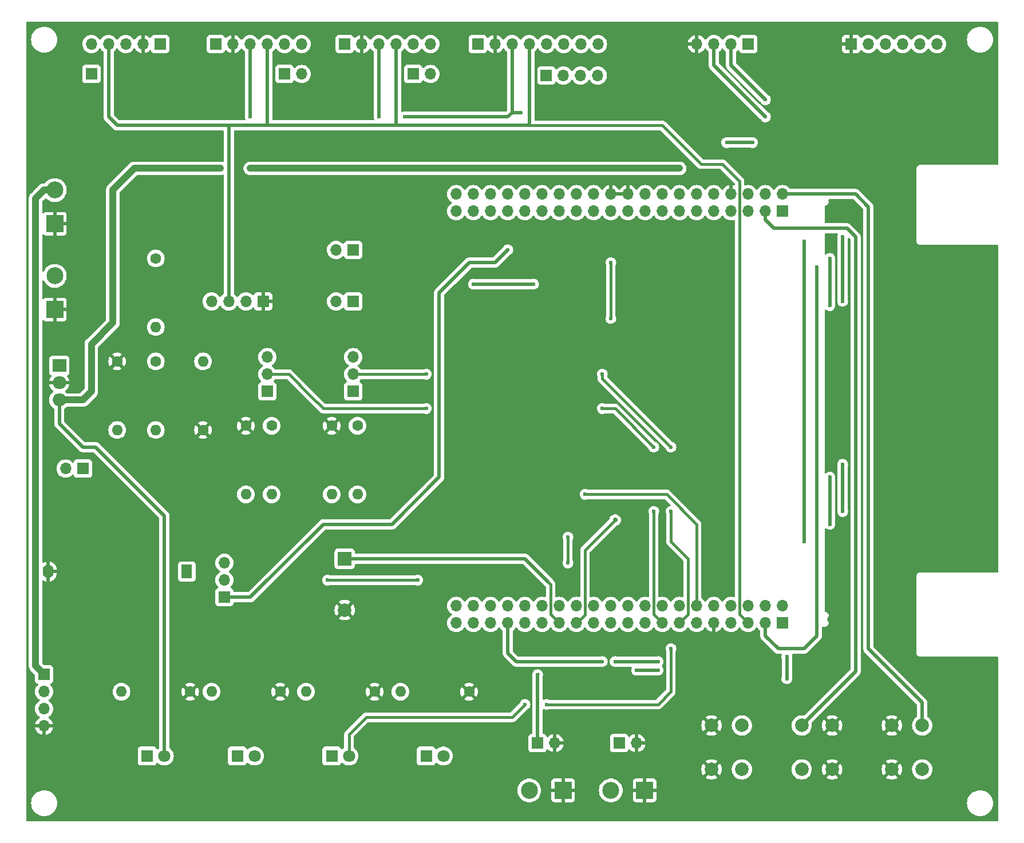
<source format=gbr>
%TF.GenerationSoftware,KiCad,Pcbnew,8.0.2*%
%TF.CreationDate,2024-05-12T20:19:38-06:00*%
%TF.ProjectId,devBoard,64657642-6f61-4726-942e-6b696361645f,rev?*%
%TF.SameCoordinates,Original*%
%TF.FileFunction,Copper,L2,Bot*%
%TF.FilePolarity,Positive*%
%FSLAX46Y46*%
G04 Gerber Fmt 4.6, Leading zero omitted, Abs format (unit mm)*
G04 Created by KiCad (PCBNEW 8.0.2) date 2024-05-12 20:19:38*
%MOMM*%
%LPD*%
G01*
G04 APERTURE LIST*
%TA.AperFunction,ComponentPad*%
%ADD10R,1.700000X1.700000*%
%TD*%
%TA.AperFunction,ComponentPad*%
%ADD11O,1.700000X1.700000*%
%TD*%
%TA.AperFunction,ComponentPad*%
%ADD12R,2.000000X1.905000*%
%TD*%
%TA.AperFunction,ComponentPad*%
%ADD13O,2.000000X1.905000*%
%TD*%
%TA.AperFunction,ComponentPad*%
%ADD14C,2.000000*%
%TD*%
%TA.AperFunction,ComponentPad*%
%ADD15C,1.600000*%
%TD*%
%TA.AperFunction,ComponentPad*%
%ADD16O,1.600000X1.600000*%
%TD*%
%TA.AperFunction,ComponentPad*%
%ADD17R,2.500000X2.500000*%
%TD*%
%TA.AperFunction,ComponentPad*%
%ADD18C,2.500000*%
%TD*%
%TA.AperFunction,ComponentPad*%
%ADD19C,1.800000*%
%TD*%
%TA.AperFunction,ComponentPad*%
%ADD20R,1.800000X1.800000*%
%TD*%
%TA.AperFunction,ComponentPad*%
%ADD21R,2.000000X2.000000*%
%TD*%
%TA.AperFunction,ComponentPad*%
%ADD22O,1.600000X2.000000*%
%TD*%
%TA.AperFunction,ComponentPad*%
%ADD23R,1.600000X2.000000*%
%TD*%
%TA.AperFunction,ViaPad*%
%ADD24C,0.600000*%
%TD*%
%TA.AperFunction,ViaPad*%
%ADD25C,0.900000*%
%TD*%
%TA.AperFunction,ViaPad*%
%ADD26C,0.700000*%
%TD*%
%TA.AperFunction,Conductor*%
%ADD27C,0.400000*%
%TD*%
%TA.AperFunction,Conductor*%
%ADD28C,0.500000*%
%TD*%
%TA.AperFunction,Conductor*%
%ADD29C,1.000000*%
%TD*%
G04 APERTURE END LIST*
D10*
%TO.P,J26,1,Pin_1*%
%TO.N,Net-(J10-Pin_1)*%
X114617500Y-65405000D03*
D11*
%TO.P,J26,2,Pin_2*%
%TO.N,Net-(J10-Pin_2)*%
X112077500Y-65405000D03*
%TD*%
D10*
%TO.P,J25,1,Pin_1*%
%TO.N,12V_Keyed_Raw*%
X68897500Y-128270000D03*
D11*
%TO.P,J25,2,Pin_2*%
%TO.N,12_Power_In*%
X68897500Y-130810000D03*
%TO.P,J25,3,Pin_3*%
%TO.N,Batt*%
X68897500Y-133350000D03*
%TO.P,J25,4,Pin_4*%
%TO.N,GND*%
X68897500Y-135890000D03*
%TD*%
D10*
%TO.P,J20,1,Pin_1*%
%TO.N,GND*%
X188277500Y-34925000D03*
D11*
%TO.P,J20,2,Pin_2*%
%TO.N,+3.3V*%
X190817500Y-34925000D03*
%TO.P,J20,3,Pin_3*%
%TO.N,SPI2_MISO*%
X193357500Y-34925000D03*
%TO.P,J20,4,Pin_4*%
%TO.N,SPI2_MOSI*%
X195897500Y-34925000D03*
%TO.P,J20,5,Pin_5*%
%TO.N,SPI2_SCK*%
X198437500Y-34925000D03*
%TO.P,J20,6,Pin_6*%
%TO.N,SPI2_SD_CS*%
X200977500Y-34925000D03*
%TD*%
D10*
%TO.P,J19,1,Pin_1*%
%TO.N,GND*%
X101282500Y-73025000D03*
D11*
%TO.P,J19,2,Pin_2*%
%TO.N,+5V*%
X98742500Y-73025000D03*
%TO.P,J19,3,Pin_3*%
%TO.N,I2C1_SDA*%
X96202500Y-73025000D03*
%TO.P,J19,4,Pin_4*%
%TO.N,I2C1_SCL*%
X93662500Y-73025000D03*
%TD*%
D10*
%TO.P,J18,1,Pin_1*%
%TO.N,+3.3V*%
X173047500Y-34925000D03*
D11*
%TO.P,J18,2,Pin_2*%
%TO.N,UART1_TX*%
X170507500Y-34925000D03*
%TO.P,J18,3,Pin_3*%
%TO.N,UART1_RX*%
X167967500Y-34925000D03*
%TO.P,J18,4,Pin_4*%
%TO.N,GND*%
X165427500Y-34925000D03*
%TD*%
D10*
%TO.P,J16,1,Pin_1*%
%TO.N,+3.3V*%
X133032500Y-34925000D03*
D11*
%TO.P,J16,2,Pin_2*%
%TO.N,GND*%
X135572500Y-34925000D03*
%TO.P,J16,3,Pin_3*%
%TO.N,I2C1_SCL*%
X138112500Y-34925000D03*
%TO.P,J16,4,Pin_4*%
%TO.N,I2C1_SDA*%
X140652500Y-34925000D03*
%TO.P,J16,5,Pin_5*%
%TO.N,Net-(J16-Pin_5)*%
X143192500Y-34925000D03*
%TO.P,J16,6,Pin_6*%
%TO.N,Net-(J16-Pin_6)*%
X145732500Y-34925000D03*
%TO.P,J16,7,Pin_7*%
%TO.N,Net-(J16-Pin_7)*%
X148272500Y-34925000D03*
%TO.P,J16,8,Pin_8*%
%TO.N,Net-(J16-Pin_8)*%
X150812500Y-34925000D03*
%TD*%
D10*
%TO.P,J14,1,Pin_1*%
%TO.N,+3.3V*%
X113347500Y-34925000D03*
D11*
%TO.P,J14,2,Pin_2*%
%TO.N,GND*%
X115887500Y-34925000D03*
%TO.P,J14,3,Pin_3*%
%TO.N,I2C1_SCL*%
X118427500Y-34925000D03*
%TO.P,J14,4,Pin_4*%
%TO.N,I2C1_SDA*%
X120967500Y-34925000D03*
%TO.P,J14,5,Pin_5*%
%TO.N,Net-(J14-Pin_5)*%
X123507500Y-34925000D03*
%TO.P,J14,6,Pin_6*%
%TO.N,Net-(J14-Pin_6)*%
X126047500Y-34925000D03*
%TD*%
D10*
%TO.P,J17,1,Pin_1*%
%TO.N,+3.3V*%
X86042500Y-34925000D03*
D11*
%TO.P,J17,2,Pin_2*%
%TO.N,GND*%
X83502500Y-34925000D03*
%TO.P,J17,3,Pin_3*%
%TO.N,I2C1_SCL*%
X80962500Y-34925000D03*
%TO.P,J17,4,Pin_4*%
%TO.N,I2C1_SDA*%
X78422500Y-34925000D03*
%TO.P,J17,5,Pin_5*%
%TO.N,Net-(J17-Pin_5)*%
X75882500Y-34925000D03*
%TD*%
D10*
%TO.P,J15,1,Pin_1*%
%TO.N,+3.3V*%
X94297500Y-34925000D03*
D11*
%TO.P,J15,2,Pin_2*%
%TO.N,GND*%
X96837500Y-34925000D03*
%TO.P,J15,3,Pin_3*%
%TO.N,I2C1_SCL*%
X99377500Y-34925000D03*
%TO.P,J15,4,Pin_4*%
%TO.N,I2C1_SDA*%
X101917500Y-34925000D03*
%TO.P,J15,5,Pin_5*%
%TO.N,Net-(J15-Pin_5)*%
X104457500Y-34925000D03*
%TO.P,J15,6,Pin_6*%
%TO.N,Net-(J15-Pin_6)*%
X106997500Y-34925000D03*
%TD*%
D10*
%TO.P,J2,1,Pin_1*%
%TO.N,Spare_DQ_2*%
X178117500Y-120650000D03*
D11*
%TO.P,J2,2,Pin_2*%
%TO.N,Spare_DQ_1*%
X178117500Y-118110000D03*
%TO.P,J2,3,Pin_3*%
%TO.N,I2C1_SCL*%
X175577500Y-120650000D03*
%TO.P,J2,4,Pin_4*%
%TO.N,UART6_TX*%
X175577500Y-118110000D03*
%TO.P,J2,5,Pin_5*%
%TO.N,I2C1_SDA*%
X173037500Y-120650000D03*
%TO.P,J2,6,Pin_6*%
%TO.N,unconnected-(J2-Pin_6-Pad6)*%
X173037500Y-118110000D03*
%TO.P,J2,7,Pin_7*%
%TO.N,unconnected-(J2-Pin_7-Pad7)*%
X170497500Y-120650000D03*
%TO.P,J2,8,Pin_8*%
%TO.N,unconnected-(J2-Pin_8-Pad8)*%
X170497500Y-118110000D03*
%TO.P,J2,9,Pin_9*%
%TO.N,GND*%
X167957500Y-120650000D03*
%TO.P,J2,10,Pin_10*%
%TO.N,unconnected-(J2-Pin_10-Pad10)*%
X167957500Y-118110000D03*
%TO.P,J2,11,Pin_11*%
%TO.N,unconnected-(J2-Pin_11-Pad11)*%
X165417500Y-120650000D03*
%TO.P,J2,12,Pin_12*%
%TO.N,Net-(D2-A)*%
X165417500Y-118110000D03*
%TO.P,J2,13,Pin_13*%
%TO.N,Spare_AI_1*%
X162877500Y-120650000D03*
%TO.P,J2,14,Pin_14*%
%TO.N,Net-(D3-A)*%
X162877500Y-118110000D03*
%TO.P,J2,15,Pin_15*%
%TO.N,Spare_AI_2*%
X160337500Y-120650000D03*
%TO.P,J2,16,Pin_16*%
%TO.N,unconnected-(J2-Pin_16-Pad16)*%
X160337500Y-118110000D03*
%TO.P,J2,17,Pin_17*%
%TO.N,Toggle_Security*%
X157797500Y-120650000D03*
%TO.P,J2,18,Pin_18*%
%TO.N,unconnected-(J2-Pin_18-Pad18)*%
X157797500Y-118110000D03*
%TO.P,J2,19,Pin_19*%
%TO.N,UART6_RX*%
X155257500Y-120650000D03*
%TO.P,J2,20,Pin_20*%
%TO.N,unconnected-(J2-Pin_20-Pad20)*%
X155257500Y-118110000D03*
%TO.P,J2,21,Pin_21*%
%TO.N,UART1_TX*%
X152717500Y-120650000D03*
%TO.P,J2,22,Pin_22*%
%TO.N,unconnected-(J2-Pin_22-Pad22)*%
X152717500Y-118110000D03*
%TO.P,J2,23,Pin_23*%
%TO.N,Net-(D4-A)*%
X150177500Y-120650000D03*
%TO.P,J2,24,Pin_24*%
%TO.N,unconnected-(J2-Pin_24-Pad24)*%
X150177500Y-118110000D03*
%TO.P,J2,25,Pin_25*%
%TO.N,SPI2_SCK*%
X147637500Y-120650000D03*
%TO.P,J2,26,Pin_26*%
%TO.N,unconnected-(J2-Pin_26-Pad26)*%
X147637500Y-118110000D03*
%TO.P,J2,27,Pin_27*%
%TO.N,Net-(BZ1-+)*%
X145097500Y-120650000D03*
%TO.P,J2,28,Pin_28*%
%TO.N,unconnected-(J2-Pin_28-Pad28)*%
X145097500Y-118110000D03*
%TO.P,J2,29,Pin_29*%
%TO.N,Spare_DI_2*%
X142557500Y-120650000D03*
%TO.P,J2,30,Pin_30*%
%TO.N,SPI2_SD_CS*%
X142557500Y-118110000D03*
%TO.P,J2,31,Pin_31*%
%TO.N,unconnected-(J2-Pin_31-Pad31)*%
X140017500Y-120650000D03*
%TO.P,J2,32,Pin_32*%
%TO.N,unconnected-(J2-Pin_32-Pad32)*%
X140017500Y-118110000D03*
%TO.P,J2,33,Pin_33*%
%TO.N,UART1_RX*%
X137477500Y-120650000D03*
%TO.P,J2,34,Pin_34*%
%TO.N,SystemVoltage*%
X137477500Y-118110000D03*
%TO.P,J2,35,Pin_35*%
%TO.N,UART_TX*%
X134937500Y-120650000D03*
%TO.P,J2,36,Pin_36*%
%TO.N,unconnected-(J2-Pin_36-Pad36)*%
X134937500Y-118110000D03*
%TO.P,J2,37,Pin_37*%
%TO.N,UART_RX*%
X132397500Y-120650000D03*
%TO.P,J2,38,Pin_38*%
%TO.N,unconnected-(J2-Pin_38-Pad38)*%
X132397500Y-118110000D03*
%TO.P,J2,39,Pin_39*%
%TO.N,unconnected-(J2-Pin_39-Pad39)*%
X129857500Y-120650000D03*
%TO.P,J2,40,Pin_40*%
%TO.N,unconnected-(J2-Pin_40-Pad40)*%
X129857500Y-118110000D03*
%TD*%
D10*
%TO.P,J1,1,Pin_1*%
%TO.N,Spare_DI_1*%
X178117500Y-59690000D03*
D11*
%TO.P,J1,2,Pin_2*%
%TO.N,Net-(J1-Pin_2)*%
X178117500Y-57150000D03*
%TO.P,J1,3,Pin_3*%
%TO.N,Net-(J1-Pin_3)*%
X175577500Y-59690000D03*
%TO.P,J1,4,Pin_4*%
%TO.N,Net-(J1-Pin_4)*%
X175577500Y-57150000D03*
%TO.P,J1,5,Pin_5*%
%TO.N,unconnected-(J1-Pin_5-Pad5)*%
X173037500Y-59690000D03*
%TO.P,J1,6,Pin_6*%
%TO.N,E5V*%
X173037500Y-57150000D03*
%TO.P,J1,7,Pin_7*%
%TO.N,unconnected-(J1-Pin_7-Pad7)*%
X170497500Y-59690000D03*
%TO.P,J1,8,Pin_8*%
%TO.N,GND*%
X170497500Y-57150000D03*
%TO.P,J1,9,Pin_9*%
%TO.N,unconnected-(J1-Pin_9-Pad9)*%
X167957500Y-59690000D03*
%TO.P,J1,10,Pin_10*%
%TO.N,unconnected-(J1-Pin_10-Pad10)*%
X167957500Y-57150000D03*
%TO.P,J1,11,Pin_11*%
%TO.N,unconnected-(J1-Pin_11-Pad11)*%
X165417500Y-59690000D03*
%TO.P,J1,12,Pin_12*%
%TO.N,unconnected-(J1-Pin_12-Pad12)*%
X165417500Y-57150000D03*
%TO.P,J1,13,Pin_13*%
%TO.N,unconnected-(J1-Pin_13-Pad13)*%
X162877500Y-59690000D03*
%TO.P,J1,14,Pin_14*%
%TO.N,unconnected-(J1-Pin_14-Pad14)*%
X162877500Y-57150000D03*
%TO.P,J1,15,Pin_15*%
%TO.N,unconnected-(J1-Pin_15-Pad15)*%
X160337500Y-59690000D03*
%TO.P,J1,16,Pin_16*%
%TO.N,+3.3V*%
X160337500Y-57150000D03*
%TO.P,J1,17,Pin_17*%
%TO.N,12V_Signal_Keyed*%
X157797500Y-59690000D03*
%TO.P,J1,18,Pin_18*%
%TO.N,+5V*%
X157797500Y-57150000D03*
%TO.P,J1,19,Pin_19*%
%TO.N,unconnected-(J1-Pin_19-Pad19)*%
X155257500Y-59690000D03*
%TO.P,J1,20,Pin_20*%
%TO.N,GND*%
X155257500Y-57150000D03*
%TO.P,J1,21,Pin_21*%
%TO.N,Toggle_Datalogging*%
X152717500Y-59690000D03*
%TO.P,J1,22,Pin_22*%
%TO.N,GND*%
X152717500Y-57150000D03*
%TO.P,J1,23,Pin_23*%
%TO.N,unconnected-(J1-Pin_23-Pad23)*%
X150177500Y-59690000D03*
%TO.P,J1,24,Pin_24*%
%TO.N,unconnected-(J1-Pin_24-Pad24)*%
X150177500Y-57150000D03*
%TO.P,J1,25,Pin_25*%
%TO.N,unconnected-(J1-Pin_25-Pad25)*%
X147637500Y-59690000D03*
%TO.P,J1,26,Pin_26*%
%TO.N,unconnected-(J1-Pin_26-Pad26)*%
X147637500Y-57150000D03*
%TO.P,J1,27,Pin_27*%
%TO.N,unconnected-(J1-Pin_27-Pad27)*%
X145097500Y-59690000D03*
%TO.P,J1,28,Pin_28*%
%TO.N,unconnected-(J1-Pin_28-Pad28)*%
X145097500Y-57150000D03*
%TO.P,J1,29,Pin_29*%
%TO.N,unconnected-(J1-Pin_29-Pad29)*%
X142557500Y-59690000D03*
%TO.P,J1,30,Pin_30*%
%TO.N,unconnected-(J1-Pin_30-Pad30)*%
X142557500Y-57150000D03*
%TO.P,J1,31,Pin_31*%
%TO.N,unconnected-(J1-Pin_31-Pad31)*%
X140017500Y-59690000D03*
%TO.P,J1,32,Pin_32*%
%TO.N,unconnected-(J1-Pin_32-Pad32)*%
X140017500Y-57150000D03*
%TO.P,J1,33,Pin_33*%
%TO.N,VBatt*%
X137477500Y-59690000D03*
%TO.P,J1,34,Pin_34*%
%TO.N,unconnected-(J1-Pin_34-Pad34)*%
X137477500Y-57150000D03*
%TO.P,J1,35,Pin_35*%
%TO.N,SPI2_MISO*%
X134937500Y-59690000D03*
%TO.P,J1,36,Pin_36*%
%TO.N,unconnected-(J1-Pin_36-Pad36)*%
X134937500Y-57150000D03*
%TO.P,J1,37,Pin_37*%
%TO.N,SPI2_MOSI*%
X132397500Y-59690000D03*
%TO.P,J1,38,Pin_38*%
%TO.N,unconnected-(J1-Pin_38-Pad38)*%
X132397500Y-57150000D03*
%TO.P,J1,39,Pin_39*%
%TO.N,unconnected-(J1-Pin_39-Pad39)*%
X129857500Y-59690000D03*
%TO.P,J1,40,Pin_40*%
%TO.N,unconnected-(J1-Pin_40-Pad40)*%
X129857500Y-57150000D03*
%TD*%
D10*
%TO.P,J24,1,Pin_1*%
%TO.N,Net-(J17-Pin_5)*%
X75882500Y-39370000D03*
%TD*%
%TO.P,J23,1,Pin_1*%
%TO.N,Net-(J16-Pin_5)*%
X143177500Y-39580000D03*
D11*
%TO.P,J23,2,Pin_2*%
%TO.N,Net-(J16-Pin_6)*%
X145717500Y-39580000D03*
%TO.P,J23,3,Pin_3*%
%TO.N,Net-(J16-Pin_7)*%
X148257500Y-39580000D03*
%TO.P,J23,4,Pin_4*%
%TO.N,Net-(J16-Pin_8)*%
X150797500Y-39580000D03*
%TD*%
D10*
%TO.P,J22,1,Pin_1*%
%TO.N,Net-(J14-Pin_5)*%
X123507500Y-39370000D03*
D11*
%TO.P,J22,2,Pin_2*%
%TO.N,Net-(J14-Pin_6)*%
X126047500Y-39370000D03*
%TD*%
D10*
%TO.P,J21,1,Pin_1*%
%TO.N,Net-(J15-Pin_5)*%
X104457500Y-39370000D03*
D11*
%TO.P,J21,2,Pin_2*%
%TO.N,Net-(J15-Pin_6)*%
X106997500Y-39370000D03*
%TD*%
D12*
%TO.P,U1,1,IN*%
%TO.N,Net-(J4-Pin_1)*%
X71132500Y-82550000D03*
D13*
%TO.P,U1,2,GND*%
%TO.N,GND*%
X71132500Y-85090000D03*
%TO.P,U1,3,OUT*%
%TO.N,E5V*%
X71132500Y-87630000D03*
%TD*%
D14*
%TO.P,SW3,1,1*%
%TO.N,Net-(J1-Pin_2)*%
X198782500Y-135815000D03*
X198782500Y-142315000D03*
%TO.P,SW3,2,2*%
%TO.N,GND*%
X194282500Y-135815000D03*
X194282500Y-142315000D03*
%TD*%
%TO.P,SW2,1,1*%
%TO.N,GND*%
X185447500Y-135815000D03*
X185447500Y-142315000D03*
%TO.P,SW2,2,2*%
%TO.N,Net-(J1-Pin_3)*%
X180947500Y-135815000D03*
X180947500Y-142315000D03*
%TD*%
%TO.P,SW1,1,1*%
%TO.N,Net-(J1-Pin_4)*%
X172112500Y-135815000D03*
X172112500Y-142315000D03*
%TO.P,SW1,2,2*%
%TO.N,GND*%
X167612500Y-135815000D03*
X167612500Y-142315000D03*
%TD*%
D15*
%TO.P,R12,1*%
%TO.N,GND*%
X98742500Y-91440000D03*
D16*
%TO.P,R12,2*%
%TO.N,Net-(J12-Pin_1)*%
X98742500Y-101600000D03*
%TD*%
D15*
%TO.P,R11,1*%
%TO.N,Net-(J10-Pin_2)*%
X102552500Y-91440000D03*
D16*
%TO.P,R11,2*%
%TO.N,Net-(J12-Pin_1)*%
X102552500Y-101600000D03*
%TD*%
D15*
%TO.P,R10,1*%
%TO.N,GND*%
X111442500Y-91440000D03*
D16*
%TO.P,R10,2*%
%TO.N,Net-(J11-Pin_1)*%
X111442500Y-101600000D03*
%TD*%
%TO.P,R9,2*%
%TO.N,Net-(J11-Pin_1)*%
X115252500Y-101600000D03*
D15*
%TO.P,R9,1*%
%TO.N,Net-(J10-Pin_1)*%
X115252500Y-91440000D03*
%TD*%
%TO.P,R8,1*%
%TO.N,GND*%
X79697500Y-81915000D03*
D16*
%TO.P,R8,2*%
%TO.N,SystemVoltage*%
X79697500Y-92075000D03*
%TD*%
D15*
%TO.P,R7,1*%
%TO.N,12_Power_In*%
X85412500Y-81915000D03*
D16*
%TO.P,R7,2*%
%TO.N,SystemVoltage*%
X85412500Y-92075000D03*
%TD*%
D15*
%TO.P,R6,1*%
%TO.N,GND*%
X131762500Y-130810000D03*
D16*
%TO.P,R6,2*%
%TO.N,Net-(D4-K)*%
X121602500Y-130810000D03*
%TD*%
D15*
%TO.P,R5,1*%
%TO.N,GND*%
X92397500Y-92075000D03*
D16*
%TO.P,R5,2*%
%TO.N,12V_Signal_Keyed*%
X92397500Y-81915000D03*
%TD*%
D15*
%TO.P,R4,1*%
%TO.N,12V_Keyed_Raw*%
X85407500Y-66675000D03*
D16*
%TO.P,R4,2*%
%TO.N,12V_Signal_Keyed*%
X85407500Y-76835000D03*
%TD*%
D15*
%TO.P,R3,1*%
%TO.N,GND*%
X90487500Y-130810000D03*
D16*
%TO.P,R3,2*%
%TO.N,Net-(D1-K)*%
X80327500Y-130810000D03*
%TD*%
D15*
%TO.P,R2,1*%
%TO.N,GND*%
X117792500Y-130810000D03*
D16*
%TO.P,R2,2*%
%TO.N,Net-(D3-K)*%
X107632500Y-130810000D03*
%TD*%
D15*
%TO.P,R1,1*%
%TO.N,GND*%
X103822500Y-130810000D03*
D16*
%TO.P,R1,2*%
%TO.N,Net-(D2-K)*%
X93662500Y-130810000D03*
%TD*%
D11*
%TO.P,J13,3,Pin_3*%
%TO.N,Batt*%
X95567500Y-111745000D03*
%TO.P,J13,2,Pin_2*%
X95567500Y-114285000D03*
D10*
%TO.P,J13,1,Pin_1*%
%TO.N,VBatt*%
X95567500Y-116825000D03*
%TD*%
%TO.P,J12,1,Pin_1*%
%TO.N,Net-(J12-Pin_1)*%
X101917500Y-86360000D03*
D11*
%TO.P,J12,2,Pin_2*%
%TO.N,Spare_AI_2*%
X101917500Y-83820000D03*
%TO.P,J12,3,Pin_3*%
%TO.N,Net-(J10-Pin_2)*%
X101917500Y-81280000D03*
%TD*%
D10*
%TO.P,J11,1,Pin_1*%
%TO.N,Net-(J11-Pin_1)*%
X114617500Y-86360000D03*
D11*
%TO.P,J11,2,Pin_2*%
%TO.N,Spare_AI_1*%
X114617500Y-83820000D03*
%TO.P,J11,3,Pin_3*%
%TO.N,Net-(J10-Pin_1)*%
X114617500Y-81280000D03*
%TD*%
D10*
%TO.P,J10,1,Pin_1*%
%TO.N,Net-(J10-Pin_1)*%
X114622500Y-73025000D03*
D11*
%TO.P,J10,2,Pin_2*%
%TO.N,Net-(J10-Pin_2)*%
X112082500Y-73025000D03*
%TD*%
D10*
%TO.P,J9,1,Pin_1*%
%TO.N,Toggle_Datalogging*%
X141877500Y-138430000D03*
D11*
%TO.P,J9,2,Pin_2*%
%TO.N,GND*%
X144417500Y-138430000D03*
%TD*%
D17*
%TO.P,J8,1,Pin_1*%
%TO.N,GND*%
X145652500Y-145415000D03*
D18*
%TO.P,J8,2,Pin_2*%
%TO.N,Toggle_Datalogging*%
X140652500Y-145415000D03*
%TD*%
D10*
%TO.P,J7,1,Pin_1*%
%TO.N,Toggle_Security*%
X153947500Y-138430000D03*
D11*
%TO.P,J7,2,Pin_2*%
%TO.N,GND*%
X156487500Y-138430000D03*
%TD*%
D17*
%TO.P,J6,1,Pin_1*%
%TO.N,GND*%
X157717500Y-145415000D03*
D18*
%TO.P,J6,2,Pin_2*%
%TO.N,Toggle_Security*%
X152717500Y-145415000D03*
%TD*%
%TO.P,J5,2,Pin_2*%
%TO.N,12V_Keyed_Raw*%
X70467500Y-56555000D03*
D17*
%TO.P,J5,1,Pin_1*%
%TO.N,GND*%
X70467500Y-61555000D03*
%TD*%
D10*
%TO.P,J4,1,Pin_1*%
%TO.N,Net-(J4-Pin_1)*%
X74617500Y-97790000D03*
D11*
%TO.P,J4,2,Pin_2*%
%TO.N,12_Power_In*%
X72077500Y-97790000D03*
%TD*%
D18*
%TO.P,J3,2,Pin_2*%
%TO.N,12_Power_In*%
X70467500Y-69255000D03*
D17*
%TO.P,J3,1,Pin_1*%
%TO.N,GND*%
X70467500Y-74255000D03*
%TD*%
D19*
%TO.P,D4,2,A*%
%TO.N,Net-(D4-A)*%
X127947500Y-140335000D03*
D20*
%TO.P,D4,1,K*%
%TO.N,Net-(D4-K)*%
X125407500Y-140335000D03*
%TD*%
%TO.P,D3,1,K*%
%TO.N,Net-(D3-K)*%
X111437500Y-140335000D03*
D19*
%TO.P,D3,2,A*%
%TO.N,Net-(D3-A)*%
X113977500Y-140335000D03*
%TD*%
D20*
%TO.P,D2,1,K*%
%TO.N,Net-(D2-K)*%
X97467500Y-140335000D03*
D19*
%TO.P,D2,2,A*%
%TO.N,Net-(D2-A)*%
X100007500Y-140335000D03*
%TD*%
%TO.P,D1,2,A*%
%TO.N,E5V*%
X86672500Y-140335000D03*
D20*
%TO.P,D1,1,K*%
%TO.N,Net-(D1-K)*%
X84132500Y-140335000D03*
%TD*%
D14*
%TO.P,BZ1,2,-*%
%TO.N,GND*%
X113347500Y-118735000D03*
D21*
%TO.P,BZ1,1,+*%
%TO.N,Net-(BZ1-+)*%
X113347500Y-111135000D03*
%TD*%
D22*
%TO.P,BT1,2,-*%
%TO.N,GND*%
X69487500Y-113030122D03*
D23*
%TO.P,BT1,1,+*%
%TO.N,Batt*%
X89987500Y-113030122D03*
%TD*%
D24*
%TO.N,Net-(D3-A)*%
X140017500Y-132715000D03*
X143192500Y-132715000D03*
X161607500Y-124460000D03*
%TO.N,SystemVoltage*%
X110807500Y-114300000D03*
X124142500Y-114300000D03*
%TO.N,Spare_AI_2*%
X159067500Y-104140000D03*
X159067500Y-94615000D03*
X151447500Y-88900000D03*
X125412500Y-88900000D03*
%TO.N,Spare_AI_1*%
X161607500Y-104140000D03*
X161607500Y-94615000D03*
X151447500Y-83820000D03*
X125412500Y-83820000D03*
%TO.N,VBatt*%
X137477500Y-65405000D03*
%TO.N,12V_Signal_Keyed*%
X132397500Y-70485000D03*
X141287500Y-70485000D03*
D25*
%TO.N,E5V*%
X94932500Y-53340000D03*
X99377500Y-53340000D03*
X162877500Y-53340000D03*
D24*
%TO.N,Net-(D2-A)*%
X148907500Y-101600000D03*
%TO.N,Toggle_Datalogging*%
X152717500Y-67310000D03*
X152717500Y-75565000D03*
X146367500Y-107950000D03*
X146367500Y-111760000D03*
X141877500Y-128315000D03*
%TO.N,Net-(J1-Pin_4)*%
X181292500Y-64135000D03*
X181292500Y-108585000D03*
X178752500Y-125615000D03*
X178752500Y-128905000D03*
%TO.N,I2C1_SCL*%
X183197500Y-67945000D03*
X169862500Y-49530000D03*
X139382500Y-45085000D03*
X173672500Y-49530000D03*
X118427500Y-45720000D03*
X99377500Y-45720000D03*
X122237500Y-45720000D03*
%TO.N,UART1_RX*%
X151447500Y-126365000D03*
X153352500Y-126365000D03*
X159702500Y-126365000D03*
X185102500Y-106045000D03*
X185102500Y-99060000D03*
X185102500Y-73660000D03*
X185102500Y-66675000D03*
X175577500Y-45720000D03*
%TO.N,UART1_TX*%
X156527500Y-127635000D03*
X159702500Y-127635000D03*
X187007500Y-104140000D03*
X187007500Y-97155000D03*
X187007500Y-73025000D03*
X187007500Y-63500000D03*
X175577500Y-43180000D03*
D26*
%TO.N,SPI2_SCK*%
X153352500Y-105410000D03*
%TD*%
D27*
%TO.N,Net-(D3-A)*%
X159702500Y-132715000D02*
X143192500Y-132715000D01*
X161607500Y-130810000D02*
X159702500Y-132715000D01*
X161607500Y-124460000D02*
X161607500Y-130810000D01*
X116522500Y-134620000D02*
X113977500Y-137165000D01*
X138112500Y-134620000D02*
X116522500Y-134620000D01*
X113977500Y-137165000D02*
X113977500Y-140335000D01*
X140017500Y-132715000D02*
X138112500Y-134620000D01*
%TO.N,SystemVoltage*%
X124142500Y-114300000D02*
X110807500Y-114300000D01*
%TO.N,Spare_AI_2*%
X159067500Y-119380000D02*
X160337500Y-120650000D01*
X159067500Y-104140000D02*
X159067500Y-119380000D01*
X153352500Y-88900000D02*
X159067500Y-94615000D01*
X151447500Y-88900000D02*
X153352500Y-88900000D01*
X108267500Y-86995000D02*
X110172500Y-88900000D01*
X105092500Y-83820000D02*
X108267500Y-86995000D01*
X110172500Y-88900000D02*
X125412500Y-88900000D01*
X101917500Y-83820000D02*
X105092500Y-83820000D01*
%TO.N,Spare_AI_1*%
X164147500Y-119380000D02*
X162877500Y-120650000D01*
X164147500Y-111125000D02*
X164147500Y-119380000D01*
X161607500Y-108585000D02*
X164147500Y-111125000D01*
X161607500Y-104140000D02*
X161607500Y-108585000D01*
X151447500Y-84455000D02*
X161607500Y-94615000D01*
X151447500Y-83820000D02*
X151447500Y-84455000D01*
X114617500Y-83820000D02*
X125412500Y-83820000D01*
%TO.N,Net-(BZ1-+)*%
X143807500Y-114915000D02*
X143510000Y-114617500D01*
X143807500Y-119360000D02*
X143807500Y-114915000D01*
X145097500Y-120650000D02*
X143807500Y-119360000D01*
D28*
X140027500Y-111135000D02*
X143510000Y-114617500D01*
X113347500Y-111135000D02*
X140027500Y-111135000D01*
%TO.N,VBatt*%
X99392500Y-116825000D02*
X95567500Y-116825000D01*
X110172500Y-106045000D02*
X99392500Y-116825000D01*
X120332500Y-106045000D02*
X110172500Y-106045000D01*
X127317500Y-71755000D02*
X127317500Y-99060000D01*
X127317500Y-99060000D02*
X120332500Y-106045000D01*
X135572500Y-67310000D02*
X131762500Y-67310000D01*
X131762500Y-67310000D02*
X127317500Y-71755000D01*
X137477500Y-65405000D02*
X135572500Y-67310000D01*
%TO.N,12V_Signal_Keyed*%
X141287500Y-70485000D02*
X132397500Y-70485000D01*
D27*
%TO.N,Toggle_Datalogging*%
X152717500Y-75565000D02*
X152717500Y-67310000D01*
D29*
%TO.N,E5V*%
X75882500Y-86360000D02*
X74612500Y-87630000D01*
X74612500Y-87630000D02*
X71132500Y-87630000D01*
X75882500Y-79375000D02*
X75882500Y-86360000D01*
X79057500Y-56515000D02*
X79057500Y-76200000D01*
X79057500Y-76200000D02*
X75882500Y-79375000D01*
X82232500Y-53340000D02*
X79057500Y-56515000D01*
X94932500Y-53340000D02*
X82232500Y-53340000D01*
X162877500Y-53340000D02*
X99377500Y-53340000D01*
D27*
%TO.N,Net-(D2-A)*%
X165417500Y-106045000D02*
X165417500Y-118110000D01*
X160972500Y-101600000D02*
X165417500Y-106045000D01*
X148907500Y-101600000D02*
X160972500Y-101600000D01*
%TO.N,Toggle_Datalogging*%
X146367500Y-111760000D02*
X146367500Y-107950000D01*
D28*
X141922500Y-128270000D02*
X141877500Y-128315000D01*
X141877500Y-138430000D02*
X141877500Y-128315000D01*
%TO.N,I2C1_SDA*%
X140652500Y-46990000D02*
X140017500Y-46990000D01*
X140652500Y-46355000D02*
X140652500Y-46990000D01*
D27*
X160337500Y-46990000D02*
X140652500Y-46990000D01*
X166052500Y-52705000D02*
X160337500Y-46990000D01*
X169227500Y-52705000D02*
X166052500Y-52705000D01*
X171767500Y-55245000D02*
X169227500Y-52705000D01*
X171767500Y-119380000D02*
X171767500Y-55245000D01*
X173037500Y-120650000D02*
X171767500Y-119380000D01*
D28*
%TO.N,Net-(J1-Pin_4)*%
X181292500Y-108585000D02*
X181292500Y-64135000D01*
X178752500Y-128905000D02*
X178752500Y-125615000D01*
%TO.N,Net-(J1-Pin_3)*%
X175577500Y-60960000D02*
X175577500Y-59690000D01*
X176847500Y-62230000D02*
X175577500Y-60960000D01*
X188912500Y-63500000D02*
X187642500Y-62230000D01*
X188912500Y-127850000D02*
X188912500Y-63500000D01*
X180947500Y-135815000D02*
X188912500Y-127850000D01*
X187642500Y-62230000D02*
X176847500Y-62230000D01*
%TO.N,Net-(J1-Pin_2)*%
X190817500Y-59055000D02*
X190817500Y-124460000D01*
X190817500Y-124460000D02*
X198782500Y-132425000D01*
X198782500Y-132425000D02*
X198782500Y-135815000D01*
X188912500Y-57150000D02*
X190817500Y-59055000D01*
X178117500Y-57150000D02*
X188912500Y-57150000D01*
%TO.N,I2C1_SCL*%
X175577500Y-122555000D02*
X175577500Y-120650000D01*
X181292500Y-124460000D02*
X177482500Y-124460000D01*
X177482500Y-124460000D02*
X175577500Y-122555000D01*
X183197500Y-122555000D02*
X181292500Y-124460000D01*
X183197500Y-67945000D02*
X183197500Y-122555000D01*
X169862500Y-49530000D02*
X173672500Y-49530000D01*
X138112500Y-45085000D02*
X139382500Y-45085000D01*
X118427500Y-34925000D02*
X118427500Y-45720000D01*
X99377500Y-34925000D02*
X99377500Y-45720000D01*
X137477500Y-45720000D02*
X122237500Y-45720000D01*
X138112500Y-45085000D02*
X137477500Y-45720000D01*
X138112500Y-34925000D02*
X138112500Y-45085000D01*
%TO.N,I2C1_SDA*%
X96202500Y-73025000D02*
X96202500Y-46990000D01*
X96202500Y-46990000D02*
X79692500Y-46990000D01*
X101917500Y-46990000D02*
X96202500Y-46990000D01*
X120967500Y-46990000D02*
X101917500Y-46990000D01*
X120967500Y-34925000D02*
X120967500Y-46990000D01*
X140017500Y-46990000D02*
X120967500Y-46990000D01*
X101917500Y-34925000D02*
X101917500Y-46990000D01*
X78422500Y-45720000D02*
X78422500Y-34925000D01*
X79692500Y-46990000D02*
X78422500Y-45720000D01*
X140652500Y-34925000D02*
X140652500Y-46355000D01*
%TO.N,UART1_RX*%
X137477500Y-125095000D02*
X137477500Y-120650000D01*
X138747500Y-126365000D02*
X137477500Y-125095000D01*
X151447500Y-126365000D02*
X138747500Y-126365000D01*
X159702500Y-126365000D02*
X153352500Y-126365000D01*
X185102500Y-99060000D02*
X185102500Y-106045000D01*
X185102500Y-66675000D02*
X185102500Y-73660000D01*
X167967500Y-38110000D02*
X175577500Y-45720000D01*
X167967500Y-34925000D02*
X167967500Y-38110000D01*
%TO.N,UART1_TX*%
X159702500Y-127635000D02*
X156527500Y-127635000D01*
X187007500Y-97155000D02*
X187007500Y-104140000D01*
X187007500Y-63500000D02*
X187007500Y-73025000D01*
X170507500Y-38110000D02*
X175577500Y-43180000D01*
X170507500Y-34925000D02*
X170507500Y-38110000D01*
D27*
%TO.N,SPI2_SCK*%
X148887500Y-119400000D02*
X147637500Y-120650000D01*
X153352500Y-105410000D02*
X148887500Y-109875000D01*
X148887500Y-109875000D02*
X148887500Y-119400000D01*
D29*
%TO.N,12V_Keyed_Raw*%
X67627500Y-127000000D02*
X68897500Y-128270000D01*
X67627500Y-57785000D02*
X67627500Y-127000000D01*
X68857500Y-56555000D02*
X67627500Y-57785000D01*
X70467500Y-56555000D02*
X68857500Y-56555000D01*
D28*
%TO.N,E5V*%
X86672500Y-109860000D02*
X86672500Y-140335000D01*
X86677500Y-109855000D02*
X86672500Y-109860000D01*
X86677500Y-104775000D02*
X86677500Y-109855000D01*
X76517500Y-94615000D02*
X86677500Y-104775000D01*
X74612500Y-94615000D02*
X76517500Y-94615000D01*
X71132500Y-91135000D02*
X74612500Y-94615000D01*
X71132500Y-87630000D02*
X71132500Y-91135000D01*
%TD*%
%TA.AperFunction,Conductor*%
%TO.N,GND*%
G36*
X154791575Y-56957007D02*
G01*
X154757500Y-57084174D01*
X154757500Y-57215826D01*
X154791575Y-57342993D01*
X154824488Y-57400000D01*
X153150512Y-57400000D01*
X153183425Y-57342993D01*
X153217500Y-57215826D01*
X153217500Y-57084174D01*
X153183425Y-56957007D01*
X153150512Y-56900000D01*
X154824488Y-56900000D01*
X154791575Y-56957007D01*
G37*
%TD.AperFunction*%
%TA.AperFunction,Conductor*%
G36*
X209945039Y-31635185D02*
G01*
X209990794Y-31687989D01*
X210002000Y-31739500D01*
X210002000Y-52715500D01*
X209982315Y-52782539D01*
X209929511Y-52828294D01*
X209878000Y-52839500D01*
X198371608Y-52839500D01*
X198244312Y-52873608D01*
X198130186Y-52939500D01*
X198130183Y-52939502D01*
X198037002Y-53032683D01*
X198037000Y-53032686D01*
X197971108Y-53146812D01*
X197943697Y-53249114D01*
X197937000Y-53274108D01*
X197937000Y-64069108D01*
X197937000Y-64200892D01*
X197954054Y-64264539D01*
X197971108Y-64328187D01*
X197993232Y-64366506D01*
X198037000Y-64442314D01*
X198130186Y-64535500D01*
X198244314Y-64601392D01*
X198371608Y-64635500D01*
X209878000Y-64635500D01*
X209945039Y-64655185D01*
X209990794Y-64707989D01*
X210002000Y-64759500D01*
X210002000Y-113040500D01*
X209982315Y-113107539D01*
X209929511Y-113153294D01*
X209878000Y-113164500D01*
X198371608Y-113164500D01*
X198244312Y-113198608D01*
X198130186Y-113264500D01*
X198130183Y-113264502D01*
X198037002Y-113357683D01*
X198037000Y-113357686D01*
X197971108Y-113471812D01*
X197937000Y-113599108D01*
X197937000Y-125029108D01*
X197937000Y-125160892D01*
X197950292Y-125210500D01*
X197971108Y-125288187D01*
X197985964Y-125313917D01*
X198037000Y-125402314D01*
X198130186Y-125495500D01*
X198244314Y-125561392D01*
X198371608Y-125595500D01*
X209878000Y-125595500D01*
X209945039Y-125615185D01*
X209990794Y-125667989D01*
X210002000Y-125719500D01*
X210002000Y-149870500D01*
X209982315Y-149937539D01*
X209929511Y-149983294D01*
X209878000Y-149994500D01*
X66347000Y-149994500D01*
X66279961Y-149974815D01*
X66234206Y-149922011D01*
X66223000Y-149870500D01*
X66223000Y-147319998D01*
X66972192Y-147319998D01*
X66972192Y-147320001D01*
X66991789Y-147594001D01*
X66991790Y-147594008D01*
X67050179Y-147862415D01*
X67050181Y-147862422D01*
X67102707Y-148003250D01*
X67146178Y-148119803D01*
X67146180Y-148119807D01*
X67277824Y-148360894D01*
X67277829Y-148360902D01*
X67442442Y-148580801D01*
X67442458Y-148580819D01*
X67636680Y-148775041D01*
X67636698Y-148775057D01*
X67856597Y-148939670D01*
X67856605Y-148939675D01*
X68097692Y-149071319D01*
X68097696Y-149071321D01*
X68097698Y-149071322D01*
X68355078Y-149167319D01*
X68623500Y-149225711D01*
X68876392Y-149243798D01*
X68897499Y-149245308D01*
X68897500Y-149245308D01*
X68897501Y-149245308D01*
X68917098Y-149243906D01*
X69171500Y-149225711D01*
X69439922Y-149167319D01*
X69697302Y-149071322D01*
X69938400Y-148939672D01*
X70158309Y-148775051D01*
X70352551Y-148580809D01*
X70517172Y-148360900D01*
X70648822Y-148119802D01*
X70744819Y-147862422D01*
X70803211Y-147594000D01*
X70822808Y-147320000D01*
X70822808Y-147319998D01*
X205402192Y-147319998D01*
X205402192Y-147320001D01*
X205421789Y-147594001D01*
X205421790Y-147594008D01*
X205480179Y-147862415D01*
X205480181Y-147862422D01*
X205532707Y-148003250D01*
X205576178Y-148119803D01*
X205576180Y-148119807D01*
X205707824Y-148360894D01*
X205707829Y-148360902D01*
X205872442Y-148580801D01*
X205872458Y-148580819D01*
X206066680Y-148775041D01*
X206066698Y-148775057D01*
X206286597Y-148939670D01*
X206286605Y-148939675D01*
X206527692Y-149071319D01*
X206527696Y-149071321D01*
X206527698Y-149071322D01*
X206785078Y-149167319D01*
X207053500Y-149225711D01*
X207306392Y-149243798D01*
X207327499Y-149245308D01*
X207327500Y-149245308D01*
X207327501Y-149245308D01*
X207347098Y-149243906D01*
X207601500Y-149225711D01*
X207869922Y-149167319D01*
X208127302Y-149071322D01*
X208368400Y-148939672D01*
X208588309Y-148775051D01*
X208782551Y-148580809D01*
X208947172Y-148360900D01*
X209078822Y-148119802D01*
X209174819Y-147862422D01*
X209233211Y-147594000D01*
X209252808Y-147320000D01*
X209233211Y-147046000D01*
X209174819Y-146777578D01*
X209078822Y-146520198D01*
X208947172Y-146279100D01*
X208947170Y-146279097D01*
X208782557Y-146059198D01*
X208782541Y-146059180D01*
X208588319Y-145864958D01*
X208588301Y-145864942D01*
X208368402Y-145700329D01*
X208368394Y-145700324D01*
X208127307Y-145568680D01*
X208127303Y-145568678D01*
X208029724Y-145532283D01*
X207869922Y-145472681D01*
X207869918Y-145472680D01*
X207869915Y-145472679D01*
X207601508Y-145414290D01*
X207601501Y-145414289D01*
X207327501Y-145394692D01*
X207327499Y-145394692D01*
X207053498Y-145414289D01*
X207053491Y-145414290D01*
X206785084Y-145472679D01*
X206785079Y-145472680D01*
X206785078Y-145472681D01*
X206768085Y-145479019D01*
X206527696Y-145568678D01*
X206527692Y-145568680D01*
X206286605Y-145700324D01*
X206286597Y-145700329D01*
X206066698Y-145864942D01*
X206066680Y-145864958D01*
X205872458Y-146059180D01*
X205872442Y-146059198D01*
X205707829Y-146279097D01*
X205707824Y-146279105D01*
X205576180Y-146520192D01*
X205576178Y-146520196D01*
X205480179Y-146777584D01*
X205421790Y-147045991D01*
X205421789Y-147045998D01*
X205402192Y-147319998D01*
X70822808Y-147319998D01*
X70803211Y-147046000D01*
X70744819Y-146777578D01*
X70648822Y-146520198D01*
X70517172Y-146279100D01*
X70517170Y-146279097D01*
X70352557Y-146059198D01*
X70352541Y-146059180D01*
X70158319Y-145864958D01*
X70158301Y-145864942D01*
X69938402Y-145700329D01*
X69938394Y-145700324D01*
X69697307Y-145568680D01*
X69697303Y-145568678D01*
X69599724Y-145532283D01*
X69439922Y-145472681D01*
X69439918Y-145472680D01*
X69439915Y-145472679D01*
X69174749Y-145414995D01*
X138897092Y-145414995D01*
X138897092Y-145415004D01*
X138916696Y-145676620D01*
X138916697Y-145676625D01*
X138975076Y-145932402D01*
X138975078Y-145932411D01*
X138975080Y-145932416D01*
X139070932Y-146176643D01*
X139202114Y-146403857D01*
X139294893Y-146520198D01*
X139365698Y-146608985D01*
X139541789Y-146772372D01*
X139558021Y-146787433D01*
X139774796Y-146935228D01*
X139774801Y-146935230D01*
X139774802Y-146935231D01*
X139774803Y-146935232D01*
X139900343Y-146995688D01*
X140011173Y-147049061D01*
X140011174Y-147049061D01*
X140011177Y-147049063D01*
X140261885Y-147126396D01*
X140521318Y-147165500D01*
X140783682Y-147165500D01*
X141043115Y-147126396D01*
X141293823Y-147049063D01*
X141530204Y-146935228D01*
X141746979Y-146787433D01*
X141939305Y-146608981D01*
X142102886Y-146403857D01*
X142234068Y-146176643D01*
X142329920Y-145932416D01*
X142388302Y-145676630D01*
X142407908Y-145415000D01*
X142406386Y-145394692D01*
X142388303Y-145153379D01*
X142388302Y-145153374D01*
X142388302Y-145153370D01*
X142329920Y-144897584D01*
X142234068Y-144653357D01*
X142102886Y-144426143D01*
X141939305Y-144221019D01*
X141939304Y-144221018D01*
X141939301Y-144221014D01*
X141827367Y-144117155D01*
X143902500Y-144117155D01*
X143902500Y-145165000D01*
X145052499Y-145165000D01*
X145027479Y-145225402D01*
X145002500Y-145350981D01*
X145002500Y-145479019D01*
X145027479Y-145604598D01*
X145052499Y-145665000D01*
X143902500Y-145665000D01*
X143902500Y-146712844D01*
X143908901Y-146772372D01*
X143908903Y-146772379D01*
X143959145Y-146907086D01*
X143959149Y-146907093D01*
X144045309Y-147022187D01*
X144045312Y-147022190D01*
X144160406Y-147108350D01*
X144160413Y-147108354D01*
X144295120Y-147158596D01*
X144295127Y-147158598D01*
X144354655Y-147164999D01*
X144354672Y-147165000D01*
X145402500Y-147165000D01*
X145402500Y-146015001D01*
X145462902Y-146040021D01*
X145588481Y-146065000D01*
X145716519Y-146065000D01*
X145842098Y-146040021D01*
X145902500Y-146015001D01*
X145902500Y-147165000D01*
X146950328Y-147165000D01*
X146950344Y-147164999D01*
X147009872Y-147158598D01*
X147009879Y-147158596D01*
X147144586Y-147108354D01*
X147144593Y-147108350D01*
X147259687Y-147022190D01*
X147259690Y-147022187D01*
X147345850Y-146907093D01*
X147345854Y-146907086D01*
X147396096Y-146772379D01*
X147396098Y-146772372D01*
X147402499Y-146712844D01*
X147402500Y-146712827D01*
X147402500Y-145665000D01*
X146252501Y-145665000D01*
X146277521Y-145604598D01*
X146302500Y-145479019D01*
X146302500Y-145414995D01*
X150962092Y-145414995D01*
X150962092Y-145415004D01*
X150981696Y-145676620D01*
X150981697Y-145676625D01*
X151040076Y-145932402D01*
X151040078Y-145932411D01*
X151040080Y-145932416D01*
X151135932Y-146176643D01*
X151267114Y-146403857D01*
X151359893Y-146520198D01*
X151430698Y-146608985D01*
X151606789Y-146772372D01*
X151623021Y-146787433D01*
X151839796Y-146935228D01*
X151839801Y-146935230D01*
X151839802Y-146935231D01*
X151839803Y-146935232D01*
X151965343Y-146995688D01*
X152076173Y-147049061D01*
X152076174Y-147049061D01*
X152076177Y-147049063D01*
X152326885Y-147126396D01*
X152586318Y-147165500D01*
X152848682Y-147165500D01*
X153108115Y-147126396D01*
X153358823Y-147049063D01*
X153595204Y-146935228D01*
X153811979Y-146787433D01*
X154004305Y-146608981D01*
X154167886Y-146403857D01*
X154299068Y-146176643D01*
X154394920Y-145932416D01*
X154453302Y-145676630D01*
X154472908Y-145415000D01*
X154471386Y-145394692D01*
X154453303Y-145153379D01*
X154453302Y-145153374D01*
X154453302Y-145153370D01*
X154394920Y-144897584D01*
X154299068Y-144653357D01*
X154167886Y-144426143D01*
X154004305Y-144221019D01*
X154004304Y-144221018D01*
X154004301Y-144221014D01*
X153892367Y-144117155D01*
X155967500Y-144117155D01*
X155967500Y-145165000D01*
X157117499Y-145165000D01*
X157092479Y-145225402D01*
X157067500Y-145350981D01*
X157067500Y-145479019D01*
X157092479Y-145604598D01*
X157117499Y-145665000D01*
X155967500Y-145665000D01*
X155967500Y-146712844D01*
X155973901Y-146772372D01*
X155973903Y-146772379D01*
X156024145Y-146907086D01*
X156024149Y-146907093D01*
X156110309Y-147022187D01*
X156110312Y-147022190D01*
X156225406Y-147108350D01*
X156225413Y-147108354D01*
X156360120Y-147158596D01*
X156360127Y-147158598D01*
X156419655Y-147164999D01*
X156419672Y-147165000D01*
X157467500Y-147165000D01*
X157467500Y-146015001D01*
X157527902Y-146040021D01*
X157653481Y-146065000D01*
X157781519Y-146065000D01*
X157907098Y-146040021D01*
X157967500Y-146015001D01*
X157967500Y-147165000D01*
X159015328Y-147165000D01*
X159015344Y-147164999D01*
X159074872Y-147158598D01*
X159074879Y-147158596D01*
X159209586Y-147108354D01*
X159209593Y-147108350D01*
X159324687Y-147022190D01*
X159324690Y-147022187D01*
X159410850Y-146907093D01*
X159410854Y-146907086D01*
X159461096Y-146772379D01*
X159461098Y-146772372D01*
X159467499Y-146712844D01*
X159467500Y-146712827D01*
X159467500Y-145665000D01*
X158317501Y-145665000D01*
X158342521Y-145604598D01*
X158367500Y-145479019D01*
X158367500Y-145350981D01*
X158342521Y-145225402D01*
X158317501Y-145165000D01*
X159467500Y-145165000D01*
X159467500Y-144117172D01*
X159467499Y-144117155D01*
X159461098Y-144057627D01*
X159461096Y-144057620D01*
X159410854Y-143922913D01*
X159410850Y-143922906D01*
X159324690Y-143807812D01*
X159324687Y-143807809D01*
X159209593Y-143721649D01*
X159209586Y-143721645D01*
X159074879Y-143671403D01*
X159074872Y-143671401D01*
X159015344Y-143665000D01*
X157967500Y-143665000D01*
X157967500Y-144814998D01*
X157907098Y-144789979D01*
X157781519Y-144765000D01*
X157653481Y-144765000D01*
X157527902Y-144789979D01*
X157467500Y-144814998D01*
X157467500Y-143665000D01*
X156419655Y-143665000D01*
X156360127Y-143671401D01*
X156360120Y-143671403D01*
X156225413Y-143721645D01*
X156225406Y-143721649D01*
X156110312Y-143807809D01*
X156110309Y-143807812D01*
X156024149Y-143922906D01*
X156024145Y-143922913D01*
X155973903Y-144057620D01*
X155973901Y-144057627D01*
X155967500Y-144117155D01*
X153892367Y-144117155D01*
X153811979Y-144042567D01*
X153595204Y-143894772D01*
X153595200Y-143894770D01*
X153595197Y-143894768D01*
X153595196Y-143894767D01*
X153358825Y-143780938D01*
X153358827Y-143780938D01*
X153108123Y-143703606D01*
X153108119Y-143703605D01*
X153108115Y-143703604D01*
X152983323Y-143684794D01*
X152848687Y-143664500D01*
X152848682Y-143664500D01*
X152586318Y-143664500D01*
X152586312Y-143664500D01*
X152424747Y-143688853D01*
X152326885Y-143703604D01*
X152326882Y-143703605D01*
X152326876Y-143703606D01*
X152076173Y-143780938D01*
X151839803Y-143894767D01*
X151839802Y-143894768D01*
X151623020Y-144042567D01*
X151430698Y-144221014D01*
X151267114Y-144426143D01*
X151135932Y-144653356D01*
X151040082Y-144897578D01*
X151040076Y-144897597D01*
X150981697Y-145153374D01*
X150981696Y-145153379D01*
X150962092Y-145414995D01*
X146302500Y-145414995D01*
X146302500Y-145350981D01*
X146277521Y-145225402D01*
X146252501Y-145165000D01*
X147402500Y-145165000D01*
X147402500Y-144117172D01*
X147402499Y-144117155D01*
X147396098Y-144057627D01*
X147396096Y-144057620D01*
X147345854Y-143922913D01*
X147345850Y-143922906D01*
X147259690Y-143807812D01*
X147259687Y-143807809D01*
X147144593Y-143721649D01*
X147144586Y-143721645D01*
X147009879Y-143671403D01*
X147009872Y-143671401D01*
X146950344Y-143665000D01*
X145902500Y-143665000D01*
X145902500Y-144814998D01*
X145842098Y-144789979D01*
X145716519Y-144765000D01*
X145588481Y-144765000D01*
X145462902Y-144789979D01*
X145402500Y-144814998D01*
X145402500Y-143665000D01*
X144354655Y-143665000D01*
X144295127Y-143671401D01*
X144295120Y-143671403D01*
X144160413Y-143721645D01*
X144160406Y-143721649D01*
X144045312Y-143807809D01*
X144045309Y-143807812D01*
X143959149Y-143922906D01*
X143959145Y-143922913D01*
X143908903Y-144057620D01*
X143908901Y-144057627D01*
X143902500Y-144117155D01*
X141827367Y-144117155D01*
X141746979Y-144042567D01*
X141530204Y-143894772D01*
X141530200Y-143894770D01*
X141530197Y-143894768D01*
X141530196Y-143894767D01*
X141293825Y-143780938D01*
X141293827Y-143780938D01*
X141043123Y-143703606D01*
X141043119Y-143703605D01*
X141043115Y-143703604D01*
X140918323Y-143684794D01*
X140783687Y-143664500D01*
X140783682Y-143664500D01*
X140521318Y-143664500D01*
X140521312Y-143664500D01*
X140359747Y-143688853D01*
X140261885Y-143703604D01*
X140261882Y-143703605D01*
X140261876Y-143703606D01*
X140011173Y-143780938D01*
X139774803Y-143894767D01*
X139774802Y-143894768D01*
X139558020Y-144042567D01*
X139365698Y-144221014D01*
X139202114Y-144426143D01*
X139070932Y-144653356D01*
X138975082Y-144897578D01*
X138975076Y-144897597D01*
X138916697Y-145153374D01*
X138916696Y-145153379D01*
X138897092Y-145414995D01*
X69174749Y-145414995D01*
X69171508Y-145414290D01*
X69171501Y-145414289D01*
X68897501Y-145394692D01*
X68897499Y-145394692D01*
X68623498Y-145414289D01*
X68623491Y-145414290D01*
X68355084Y-145472679D01*
X68355079Y-145472680D01*
X68355078Y-145472681D01*
X68338085Y-145479019D01*
X68097696Y-145568678D01*
X68097692Y-145568680D01*
X67856605Y-145700324D01*
X67856597Y-145700329D01*
X67636698Y-145864942D01*
X67636680Y-145864958D01*
X67442458Y-146059180D01*
X67442442Y-146059198D01*
X67277829Y-146279097D01*
X67277824Y-146279105D01*
X67146180Y-146520192D01*
X67146178Y-146520196D01*
X67050179Y-146777584D01*
X66991790Y-147045991D01*
X66991789Y-147045998D01*
X66972192Y-147319998D01*
X66223000Y-147319998D01*
X66223000Y-142314994D01*
X166107359Y-142314994D01*
X166107359Y-142315005D01*
X166127885Y-142562729D01*
X166127887Y-142562738D01*
X166188912Y-142803717D01*
X166288766Y-143031364D01*
X166389064Y-143184882D01*
X167088712Y-142485234D01*
X167099982Y-142527292D01*
X167172390Y-142652708D01*
X167274792Y-142755110D01*
X167400208Y-142827518D01*
X167442265Y-142838787D01*
X166742442Y-143538609D01*
X166789268Y-143575055D01*
X166789270Y-143575056D01*
X167007885Y-143693364D01*
X167007896Y-143693369D01*
X167243006Y-143774083D01*
X167488207Y-143815000D01*
X167736793Y-143815000D01*
X167981993Y-143774083D01*
X168217103Y-143693369D01*
X168217114Y-143693364D01*
X168435728Y-143575057D01*
X168435731Y-143575055D01*
X168482556Y-143538609D01*
X167782734Y-142838787D01*
X167824792Y-142827518D01*
X167950208Y-142755110D01*
X168052610Y-142652708D01*
X168125018Y-142527292D01*
X168136287Y-142485234D01*
X168835934Y-143184882D01*
X168936231Y-143031369D01*
X169036087Y-142803717D01*
X169097112Y-142562738D01*
X169097114Y-142562729D01*
X169117641Y-142315005D01*
X169117641Y-142314994D01*
X170606857Y-142314994D01*
X170606857Y-142315005D01*
X170627390Y-142562812D01*
X170627392Y-142562824D01*
X170688436Y-142803881D01*
X170788326Y-143031606D01*
X170924333Y-143239782D01*
X170924336Y-143239785D01*
X171092756Y-143422738D01*
X171288991Y-143575474D01*
X171288993Y-143575475D01*
X171506832Y-143693364D01*
X171507690Y-143693828D01*
X171588730Y-143721649D01*
X171741464Y-143774083D01*
X171742886Y-143774571D01*
X171988165Y-143815500D01*
X172236835Y-143815500D01*
X172482114Y-143774571D01*
X172717310Y-143693828D01*
X172936009Y-143575474D01*
X173132244Y-143422738D01*
X173300664Y-143239785D01*
X173436673Y-143031607D01*
X173536563Y-142803881D01*
X173597608Y-142562821D01*
X173618143Y-142315000D01*
X173618143Y-142314994D01*
X179441857Y-142314994D01*
X179441857Y-142315005D01*
X179462390Y-142562812D01*
X179462392Y-142562824D01*
X179523436Y-142803881D01*
X179623326Y-143031606D01*
X179759333Y-143239782D01*
X179759336Y-143239785D01*
X179927756Y-143422738D01*
X180123991Y-143575474D01*
X180123993Y-143575475D01*
X180341832Y-143693364D01*
X180342690Y-143693828D01*
X180423730Y-143721649D01*
X180576464Y-143774083D01*
X180577886Y-143774571D01*
X180823165Y-143815500D01*
X181071835Y-143815500D01*
X181317114Y-143774571D01*
X181552310Y-143693828D01*
X181771009Y-143575474D01*
X181967244Y-143422738D01*
X182135664Y-143239785D01*
X182271673Y-143031607D01*
X182371563Y-142803881D01*
X182432608Y-142562821D01*
X182453143Y-142315000D01*
X182453143Y-142314994D01*
X183942359Y-142314994D01*
X183942359Y-142315005D01*
X183962885Y-142562729D01*
X183962887Y-142562738D01*
X184023912Y-142803717D01*
X184123766Y-143031364D01*
X184224064Y-143184882D01*
X184923712Y-142485234D01*
X184934982Y-142527292D01*
X185007390Y-142652708D01*
X185109792Y-142755110D01*
X185235208Y-142827518D01*
X185277265Y-142838787D01*
X184577442Y-143538609D01*
X184624268Y-143575055D01*
X184624270Y-143575056D01*
X184842885Y-143693364D01*
X184842896Y-143693369D01*
X185078006Y-143774083D01*
X185323207Y-143815000D01*
X185571793Y-143815000D01*
X185816993Y-143774083D01*
X186052103Y-143693369D01*
X186052114Y-143693364D01*
X186270728Y-143575057D01*
X186270731Y-143575055D01*
X186317556Y-143538609D01*
X185617734Y-142838787D01*
X185659792Y-142827518D01*
X185785208Y-142755110D01*
X185887610Y-142652708D01*
X185960018Y-142527292D01*
X185971287Y-142485234D01*
X186670934Y-143184882D01*
X186771231Y-143031369D01*
X186871087Y-142803717D01*
X186932112Y-142562738D01*
X186932114Y-142562729D01*
X186952641Y-142315005D01*
X186952641Y-142314994D01*
X192777359Y-142314994D01*
X192777359Y-142315005D01*
X192797885Y-142562729D01*
X192797887Y-142562738D01*
X192858912Y-142803717D01*
X192958766Y-143031364D01*
X193059064Y-143184882D01*
X193758712Y-142485234D01*
X193769982Y-142527292D01*
X193842390Y-142652708D01*
X193944792Y-142755110D01*
X194070208Y-142827518D01*
X194112265Y-142838787D01*
X193412442Y-143538609D01*
X193459268Y-143575055D01*
X193459270Y-143575056D01*
X193677885Y-143693364D01*
X193677896Y-143693369D01*
X193913006Y-143774083D01*
X194158207Y-143815000D01*
X194406793Y-143815000D01*
X194651993Y-143774083D01*
X194887103Y-143693369D01*
X194887114Y-143693364D01*
X195105728Y-143575057D01*
X195105731Y-143575055D01*
X195152556Y-143538609D01*
X194452734Y-142838787D01*
X194494792Y-142827518D01*
X194620208Y-142755110D01*
X194722610Y-142652708D01*
X194795018Y-142527292D01*
X194806287Y-142485235D01*
X195505934Y-143184882D01*
X195606231Y-143031369D01*
X195706087Y-142803717D01*
X195767112Y-142562738D01*
X195767114Y-142562729D01*
X195787641Y-142315005D01*
X195787641Y-142314994D01*
X197276857Y-142314994D01*
X197276857Y-142315005D01*
X197297390Y-142562812D01*
X197297392Y-142562824D01*
X197358436Y-142803881D01*
X197458326Y-143031606D01*
X197594333Y-143239782D01*
X197594336Y-143239785D01*
X197762756Y-143422738D01*
X197958991Y-143575474D01*
X197958993Y-143575475D01*
X198176832Y-143693364D01*
X198177690Y-143693828D01*
X198258730Y-143721649D01*
X198411464Y-143774083D01*
X198412886Y-143774571D01*
X198658165Y-143815500D01*
X198906835Y-143815500D01*
X199152114Y-143774571D01*
X199387310Y-143693828D01*
X199606009Y-143575474D01*
X199802244Y-143422738D01*
X199970664Y-143239785D01*
X200106673Y-143031607D01*
X200206563Y-142803881D01*
X200267608Y-142562821D01*
X200288143Y-142315000D01*
X200267608Y-142067179D01*
X200267607Y-142067175D01*
X200206563Y-141826118D01*
X200106673Y-141598393D01*
X199970666Y-141390217D01*
X199928635Y-141344559D01*
X199802244Y-141207262D01*
X199606009Y-141054526D01*
X199606007Y-141054525D01*
X199606006Y-141054524D01*
X199387311Y-140936172D01*
X199387302Y-140936169D01*
X199152116Y-140855429D01*
X198906835Y-140814500D01*
X198658165Y-140814500D01*
X198412883Y-140855429D01*
X198177697Y-140936169D01*
X198177688Y-140936172D01*
X197958993Y-141054524D01*
X197762757Y-141207261D01*
X197594333Y-141390217D01*
X197458326Y-141598393D01*
X197358436Y-141826118D01*
X197297392Y-142067175D01*
X197297390Y-142067187D01*
X197276857Y-142314994D01*
X195787641Y-142314994D01*
X195767114Y-142067270D01*
X195767112Y-142067261D01*
X195706087Y-141826282D01*
X195606231Y-141598630D01*
X195505934Y-141445116D01*
X194806287Y-142144764D01*
X194795018Y-142102708D01*
X194722610Y-141977292D01*
X194620208Y-141874890D01*
X194494792Y-141802482D01*
X194452735Y-141791212D01*
X195152557Y-141091390D01*
X195152556Y-141091389D01*
X195105729Y-141054943D01*
X194887114Y-140936635D01*
X194887103Y-140936630D01*
X194651993Y-140855916D01*
X194406793Y-140815000D01*
X194158207Y-140815000D01*
X193913006Y-140855916D01*
X193677896Y-140936630D01*
X193677890Y-140936632D01*
X193459261Y-141054949D01*
X193412442Y-141091388D01*
X193412442Y-141091390D01*
X194112265Y-141791212D01*
X194070208Y-141802482D01*
X193944792Y-141874890D01*
X193842390Y-141977292D01*
X193769982Y-142102708D01*
X193758712Y-142144764D01*
X193059064Y-141445116D01*
X192958767Y-141598632D01*
X192858912Y-141826282D01*
X192797887Y-142067261D01*
X192797885Y-142067270D01*
X192777359Y-142314994D01*
X186952641Y-142314994D01*
X186932114Y-142067270D01*
X186932112Y-142067261D01*
X186871087Y-141826282D01*
X186771231Y-141598630D01*
X186670934Y-141445116D01*
X185971287Y-142144764D01*
X185960018Y-142102708D01*
X185887610Y-141977292D01*
X185785208Y-141874890D01*
X185659792Y-141802482D01*
X185617735Y-141791212D01*
X186317557Y-141091390D01*
X186317556Y-141091389D01*
X186270729Y-141054943D01*
X186052114Y-140936635D01*
X186052103Y-140936630D01*
X185816993Y-140855916D01*
X185571793Y-140815000D01*
X185323207Y-140815000D01*
X185078006Y-140855916D01*
X184842896Y-140936630D01*
X184842890Y-140936632D01*
X184624261Y-141054949D01*
X184577442Y-141091388D01*
X184577442Y-141091390D01*
X185277265Y-141791212D01*
X185235208Y-141802482D01*
X185109792Y-141874890D01*
X185007390Y-141977292D01*
X184934982Y-142102708D01*
X184923712Y-142144764D01*
X184224064Y-141445116D01*
X184123767Y-141598632D01*
X184023912Y-141826282D01*
X183962887Y-142067261D01*
X183962885Y-142067270D01*
X183942359Y-142314994D01*
X182453143Y-142314994D01*
X182432608Y-142067179D01*
X182432607Y-142067175D01*
X182371563Y-141826118D01*
X182271673Y-141598393D01*
X182135666Y-141390217D01*
X182093635Y-141344559D01*
X181967244Y-141207262D01*
X181771009Y-141054526D01*
X181771007Y-141054525D01*
X181771006Y-141054524D01*
X181552311Y-140936172D01*
X181552302Y-140936169D01*
X181317116Y-140855429D01*
X181071835Y-140814500D01*
X180823165Y-140814500D01*
X180577883Y-140855429D01*
X180342697Y-140936169D01*
X180342688Y-140936172D01*
X180123993Y-141054524D01*
X179927757Y-141207261D01*
X179759333Y-141390217D01*
X179623326Y-141598393D01*
X179523436Y-141826118D01*
X179462392Y-142067175D01*
X179462390Y-142067187D01*
X179441857Y-142314994D01*
X173618143Y-142314994D01*
X173597608Y-142067179D01*
X173597607Y-142067175D01*
X173536563Y-141826118D01*
X173436673Y-141598393D01*
X173300666Y-141390217D01*
X173258635Y-141344559D01*
X173132244Y-141207262D01*
X172936009Y-141054526D01*
X172936007Y-141054525D01*
X172936006Y-141054524D01*
X172717311Y-140936172D01*
X172717302Y-140936169D01*
X172482116Y-140855429D01*
X172236835Y-140814500D01*
X171988165Y-140814500D01*
X171742883Y-140855429D01*
X171507697Y-140936169D01*
X171507688Y-140936172D01*
X171288993Y-141054524D01*
X171092757Y-141207261D01*
X170924333Y-141390217D01*
X170788326Y-141598393D01*
X170688436Y-141826118D01*
X170627392Y-142067175D01*
X170627390Y-142067187D01*
X170606857Y-142314994D01*
X169117641Y-142314994D01*
X169097114Y-142067270D01*
X169097112Y-142067261D01*
X169036087Y-141826282D01*
X168936231Y-141598630D01*
X168835934Y-141445116D01*
X168136287Y-142144764D01*
X168125018Y-142102708D01*
X168052610Y-141977292D01*
X167950208Y-141874890D01*
X167824792Y-141802482D01*
X167782735Y-141791212D01*
X168482557Y-141091390D01*
X168482556Y-141091389D01*
X168435729Y-141054943D01*
X168217114Y-140936635D01*
X168217103Y-140936630D01*
X167981993Y-140855916D01*
X167736793Y-140815000D01*
X167488207Y-140815000D01*
X167243006Y-140855916D01*
X167007896Y-140936630D01*
X167007890Y-140936632D01*
X166789261Y-141054949D01*
X166742442Y-141091388D01*
X166742442Y-141091390D01*
X167442265Y-141791212D01*
X167400208Y-141802482D01*
X167274792Y-141874890D01*
X167172390Y-141977292D01*
X167099982Y-142102708D01*
X167088712Y-142144764D01*
X166389064Y-141445116D01*
X166288767Y-141598632D01*
X166188912Y-141826282D01*
X166127887Y-142067261D01*
X166127885Y-142067270D01*
X166107359Y-142314994D01*
X66223000Y-142314994D01*
X66223000Y-57686456D01*
X66627000Y-57686456D01*
X66627000Y-57686459D01*
X66627000Y-127098541D01*
X66630373Y-127115500D01*
X66632928Y-127128340D01*
X66632928Y-127128343D01*
X66665447Y-127291828D01*
X66665450Y-127291840D01*
X66681453Y-127330474D01*
X66681455Y-127330477D01*
X66740869Y-127473917D01*
X66850360Y-127637781D01*
X66850363Y-127637785D01*
X66994037Y-127781459D01*
X66994059Y-127781479D01*
X67510681Y-128298101D01*
X67544166Y-128359424D01*
X67547000Y-128385782D01*
X67547000Y-129167870D01*
X67547001Y-129167876D01*
X67553408Y-129227483D01*
X67603702Y-129362328D01*
X67603706Y-129362335D01*
X67689952Y-129477544D01*
X67689955Y-129477547D01*
X67805164Y-129563793D01*
X67805171Y-129563797D01*
X67936581Y-129612810D01*
X67992515Y-129654681D01*
X68016932Y-129720145D01*
X68002080Y-129788418D01*
X67980930Y-129816673D01*
X67859003Y-129938600D01*
X67723465Y-130132169D01*
X67723464Y-130132171D01*
X67623598Y-130346335D01*
X67623594Y-130346344D01*
X67562438Y-130574586D01*
X67562436Y-130574596D01*
X67541841Y-130809999D01*
X67541841Y-130810000D01*
X67562436Y-131045403D01*
X67562438Y-131045413D01*
X67623594Y-131273655D01*
X67623596Y-131273659D01*
X67623597Y-131273663D01*
X67711643Y-131462478D01*
X67723465Y-131487830D01*
X67723467Y-131487834D01*
X67859001Y-131681395D01*
X67859006Y-131681402D01*
X68026097Y-131848493D01*
X68026103Y-131848498D01*
X68211658Y-131978425D01*
X68255283Y-132033002D01*
X68262477Y-132102500D01*
X68230954Y-132164855D01*
X68211658Y-132181575D01*
X68026097Y-132311505D01*
X67859005Y-132478597D01*
X67723465Y-132672169D01*
X67723464Y-132672171D01*
X67623598Y-132886335D01*
X67623594Y-132886344D01*
X67562438Y-133114586D01*
X67562436Y-133114596D01*
X67541841Y-133349999D01*
X67541841Y-133350000D01*
X67562436Y-133585403D01*
X67562438Y-133585413D01*
X67623594Y-133813655D01*
X67623596Y-133813659D01*
X67623597Y-133813663D01*
X67672950Y-133919500D01*
X67723465Y-134027830D01*
X67723467Y-134027834D01*
X67859001Y-134221395D01*
X67859006Y-134221402D01*
X68026097Y-134388493D01*
X68026103Y-134388498D01*
X68212094Y-134518730D01*
X68255719Y-134573307D01*
X68262913Y-134642805D01*
X68231390Y-134705160D01*
X68212095Y-134721880D01*
X68026422Y-134851890D01*
X68026420Y-134851891D01*
X67859391Y-135018920D01*
X67859386Y-135018926D01*
X67723900Y-135212420D01*
X67723899Y-135212422D01*
X67624070Y-135426507D01*
X67624067Y-135426513D01*
X67566864Y-135639999D01*
X67566864Y-135640000D01*
X68464488Y-135640000D01*
X68431575Y-135697007D01*
X68397500Y-135824174D01*
X68397500Y-135955826D01*
X68431575Y-136082993D01*
X68464488Y-136140000D01*
X67566864Y-136140000D01*
X67624067Y-136353486D01*
X67624070Y-136353492D01*
X67723899Y-136567578D01*
X67859394Y-136761082D01*
X68026417Y-136928105D01*
X68219921Y-137063600D01*
X68434007Y-137163429D01*
X68434016Y-137163433D01*
X68647500Y-137220634D01*
X68647500Y-136323012D01*
X68704507Y-136355925D01*
X68831674Y-136390000D01*
X68963326Y-136390000D01*
X69090493Y-136355925D01*
X69147500Y-136323012D01*
X69147500Y-137220633D01*
X69360983Y-137163433D01*
X69360992Y-137163429D01*
X69575078Y-137063600D01*
X69768582Y-136928105D01*
X69935605Y-136761082D01*
X70071100Y-136567578D01*
X70170929Y-136353492D01*
X70170932Y-136353486D01*
X70228136Y-136140000D01*
X69330512Y-136140000D01*
X69363425Y-136082993D01*
X69397500Y-135955826D01*
X69397500Y-135824174D01*
X69363425Y-135697007D01*
X69330512Y-135640000D01*
X70228136Y-135640000D01*
X70228135Y-135639999D01*
X70170932Y-135426513D01*
X70170929Y-135426507D01*
X70071100Y-135212422D01*
X70071099Y-135212420D01*
X69935613Y-135018926D01*
X69935608Y-135018920D01*
X69768578Y-134851890D01*
X69582905Y-134721879D01*
X69539280Y-134667302D01*
X69532088Y-134597804D01*
X69563610Y-134535449D01*
X69582906Y-134518730D01*
X69588212Y-134515015D01*
X69768901Y-134388495D01*
X69935995Y-134221401D01*
X70071535Y-134027830D01*
X70171403Y-133813663D01*
X70232563Y-133585408D01*
X70253159Y-133350000D01*
X70252705Y-133344816D01*
X70232563Y-133114596D01*
X70232563Y-133114592D01*
X70171403Y-132886337D01*
X70071535Y-132672171D01*
X69976013Y-132535750D01*
X69935994Y-132478597D01*
X69768902Y-132311506D01*
X69768896Y-132311501D01*
X69583342Y-132181575D01*
X69539717Y-132126998D01*
X69532523Y-132057500D01*
X69564046Y-131995145D01*
X69583342Y-131978425D01*
X69628813Y-131946586D01*
X69768901Y-131848495D01*
X69935995Y-131681401D01*
X70071535Y-131487830D01*
X70171403Y-131273663D01*
X70232563Y-131045408D01*
X70253159Y-130810000D01*
X70253159Y-130809998D01*
X79022032Y-130809998D01*
X79022032Y-130810001D01*
X79041864Y-131036686D01*
X79041866Y-131036697D01*
X79100758Y-131256488D01*
X79100761Y-131256497D01*
X79196931Y-131462732D01*
X79196932Y-131462734D01*
X79327454Y-131649141D01*
X79488358Y-131810045D01*
X79488361Y-131810047D01*
X79674766Y-131940568D01*
X79881004Y-132036739D01*
X80100808Y-132095635D01*
X80262730Y-132109801D01*
X80327498Y-132115468D01*
X80327500Y-132115468D01*
X80327502Y-132115468D01*
X80384173Y-132110509D01*
X80554192Y-132095635D01*
X80773996Y-132036739D01*
X80980234Y-131940568D01*
X81166639Y-131810047D01*
X81327547Y-131649139D01*
X81458068Y-131462734D01*
X81554239Y-131256496D01*
X81613135Y-131036692D01*
X81632968Y-130810000D01*
X81613135Y-130583308D01*
X81554239Y-130363504D01*
X81458068Y-130157266D01*
X81327547Y-129970861D01*
X81327545Y-129970858D01*
X81166641Y-129809954D01*
X80980234Y-129679432D01*
X80980232Y-129679431D01*
X80773997Y-129583261D01*
X80773988Y-129583258D01*
X80554197Y-129524366D01*
X80554193Y-129524365D01*
X80554192Y-129524365D01*
X80554191Y-129524364D01*
X80554186Y-129524364D01*
X80327502Y-129504532D01*
X80327498Y-129504532D01*
X80100813Y-129524364D01*
X80100802Y-129524366D01*
X79881011Y-129583258D01*
X79881002Y-129583261D01*
X79674767Y-129679431D01*
X79674765Y-129679432D01*
X79488358Y-129809954D01*
X79327454Y-129970858D01*
X79196932Y-130157265D01*
X79196931Y-130157267D01*
X79100761Y-130363502D01*
X79100758Y-130363511D01*
X79041866Y-130583302D01*
X79041864Y-130583313D01*
X79022032Y-130809998D01*
X70253159Y-130809998D01*
X70232563Y-130574592D01*
X70171403Y-130346337D01*
X70071535Y-130132171D01*
X69935995Y-129938599D01*
X69814067Y-129816671D01*
X69780584Y-129755351D01*
X69785568Y-129685659D01*
X69827439Y-129629725D01*
X69858415Y-129612810D01*
X69989831Y-129563796D01*
X70105046Y-129477546D01*
X70191296Y-129362331D01*
X70241591Y-129227483D01*
X70248000Y-129167873D01*
X70247999Y-127372128D01*
X70241591Y-127312517D01*
X70233877Y-127291836D01*
X70191297Y-127177671D01*
X70191293Y-127177664D01*
X70105047Y-127062455D01*
X70105044Y-127062452D01*
X69989835Y-126976206D01*
X69989828Y-126976202D01*
X69854982Y-126925908D01*
X69854983Y-126925908D01*
X69795383Y-126919501D01*
X69795381Y-126919500D01*
X69795373Y-126919500D01*
X69795365Y-126919500D01*
X69013282Y-126919500D01*
X68946243Y-126899815D01*
X68925601Y-126883181D01*
X68664319Y-126621899D01*
X68630834Y-126560576D01*
X68628000Y-126534218D01*
X68628000Y-114453559D01*
X68647685Y-114386520D01*
X68700489Y-114340765D01*
X68769647Y-114330821D01*
X68808295Y-114343074D01*
X68988468Y-114434877D01*
X69183078Y-114498110D01*
X69237500Y-114506729D01*
X69237500Y-113376531D01*
X69323456Y-113426159D01*
X69431548Y-113455122D01*
X69543452Y-113455122D01*
X69651544Y-113426159D01*
X69737500Y-113376531D01*
X69737500Y-114506728D01*
X69791921Y-114498110D01*
X69986531Y-114434876D01*
X70168849Y-114341981D01*
X70334394Y-114221704D01*
X70334395Y-114221704D01*
X70479082Y-114077017D01*
X70479082Y-114077016D01*
X70599359Y-113911471D01*
X70692255Y-113729153D01*
X70755490Y-113534539D01*
X70787500Y-113332439D01*
X70787500Y-113280122D01*
X69833910Y-113280122D01*
X69883537Y-113194166D01*
X69912500Y-113086074D01*
X69912500Y-112974170D01*
X69883537Y-112866078D01*
X69833910Y-112780122D01*
X70787500Y-112780122D01*
X70787500Y-112727804D01*
X70755490Y-112525704D01*
X70692255Y-112331090D01*
X70599359Y-112148772D01*
X70479082Y-111983227D01*
X70479082Y-111983226D01*
X70334395Y-111838539D01*
X70168849Y-111718262D01*
X69986529Y-111625366D01*
X69791913Y-111562131D01*
X69737500Y-111553512D01*
X69737500Y-112683712D01*
X69651544Y-112634085D01*
X69543452Y-112605122D01*
X69431548Y-112605122D01*
X69323456Y-112634085D01*
X69237500Y-112683712D01*
X69237500Y-111553512D01*
X69183086Y-111562131D01*
X68988467Y-111625367D01*
X68808294Y-111717169D01*
X68739625Y-111730065D01*
X68674885Y-111703788D01*
X68634628Y-111646682D01*
X68628000Y-111606684D01*
X68628000Y-97789999D01*
X70721841Y-97789999D01*
X70721841Y-97790000D01*
X70742436Y-98025403D01*
X70742438Y-98025413D01*
X70803594Y-98253655D01*
X70803596Y-98253659D01*
X70803597Y-98253663D01*
X70859273Y-98373060D01*
X70903465Y-98467830D01*
X70903467Y-98467834D01*
X70966419Y-98557738D01*
X71039005Y-98661401D01*
X71206099Y-98828495D01*
X71302884Y-98896265D01*
X71399665Y-98964032D01*
X71399667Y-98964033D01*
X71399670Y-98964035D01*
X71613837Y-99063903D01*
X71842092Y-99125063D01*
X72018534Y-99140500D01*
X72077499Y-99145659D01*
X72077500Y-99145659D01*
X72077501Y-99145659D01*
X72136466Y-99140500D01*
X72312908Y-99125063D01*
X72541163Y-99063903D01*
X72755330Y-98964035D01*
X72948901Y-98828495D01*
X73070829Y-98706566D01*
X73132148Y-98673084D01*
X73201840Y-98678068D01*
X73257774Y-98719939D01*
X73274689Y-98750917D01*
X73323702Y-98882328D01*
X73323706Y-98882335D01*
X73409952Y-98997544D01*
X73409955Y-98997547D01*
X73525164Y-99083793D01*
X73525171Y-99083797D01*
X73660017Y-99134091D01*
X73660016Y-99134091D01*
X73666944Y-99134835D01*
X73719627Y-99140500D01*
X75515372Y-99140499D01*
X75574983Y-99134091D01*
X75709831Y-99083796D01*
X75825046Y-98997546D01*
X75911296Y-98882331D01*
X75961591Y-98747483D01*
X75968000Y-98687873D01*
X75967999Y-96892128D01*
X75961591Y-96832517D01*
X75960310Y-96829083D01*
X75911297Y-96697671D01*
X75911293Y-96697664D01*
X75825047Y-96582455D01*
X75825044Y-96582452D01*
X75709835Y-96496206D01*
X75709828Y-96496202D01*
X75574982Y-96445908D01*
X75574983Y-96445908D01*
X75515383Y-96439501D01*
X75515381Y-96439500D01*
X75515373Y-96439500D01*
X75515364Y-96439500D01*
X73719629Y-96439500D01*
X73719623Y-96439501D01*
X73660016Y-96445908D01*
X73525171Y-96496202D01*
X73525164Y-96496206D01*
X73409955Y-96582452D01*
X73409952Y-96582455D01*
X73323706Y-96697664D01*
X73323703Y-96697669D01*
X73274689Y-96829083D01*
X73232817Y-96885016D01*
X73167353Y-96909433D01*
X73099080Y-96894581D01*
X73070826Y-96873430D01*
X72948902Y-96751506D01*
X72948895Y-96751501D01*
X72755334Y-96615967D01*
X72755330Y-96615965D01*
X72755328Y-96615964D01*
X72541163Y-96516097D01*
X72541159Y-96516096D01*
X72541155Y-96516094D01*
X72312913Y-96454938D01*
X72312903Y-96454936D01*
X72077501Y-96434341D01*
X72077499Y-96434341D01*
X71842096Y-96454936D01*
X71842086Y-96454938D01*
X71613844Y-96516094D01*
X71613835Y-96516098D01*
X71399671Y-96615964D01*
X71399669Y-96615965D01*
X71206097Y-96751505D01*
X71039005Y-96918597D01*
X70903465Y-97112169D01*
X70903464Y-97112171D01*
X70803598Y-97326335D01*
X70803594Y-97326344D01*
X70742438Y-97554586D01*
X70742436Y-97554596D01*
X70721841Y-97789999D01*
X68628000Y-97789999D01*
X68628000Y-81549635D01*
X69632000Y-81549635D01*
X69632000Y-83550370D01*
X69632001Y-83550376D01*
X69638408Y-83609983D01*
X69688702Y-83744828D01*
X69688706Y-83744835D01*
X69774952Y-83860044D01*
X69774955Y-83860047D01*
X69890164Y-83946293D01*
X69890167Y-83946295D01*
X69890168Y-83946295D01*
X69890169Y-83946296D01*
X69918525Y-83956872D01*
X69974458Y-83998742D01*
X69998876Y-84064206D01*
X69984025Y-84132479D01*
X69975510Y-84145939D01*
X69842713Y-84328719D01*
X69738917Y-84532429D01*
X69668265Y-84749871D01*
X69653991Y-84840000D01*
X70641752Y-84840000D01*
X70619982Y-84877708D01*
X70582500Y-85017591D01*
X70582500Y-85162409D01*
X70619982Y-85302292D01*
X70641752Y-85340000D01*
X69653991Y-85340000D01*
X69668265Y-85430128D01*
X69738917Y-85647570D01*
X69842711Y-85851276D01*
X69977097Y-86036242D01*
X70138757Y-86197902D01*
X70138763Y-86197907D01*
X70223363Y-86259372D01*
X70266029Y-86314701D01*
X70272008Y-86384315D01*
X70239403Y-86446110D01*
X70223364Y-86460007D01*
X70138440Y-86521709D01*
X70138431Y-86521716D01*
X69976716Y-86683431D01*
X69976716Y-86683432D01*
X69976714Y-86683434D01*
X69965362Y-86699059D01*
X69842283Y-86868461D01*
X69738450Y-87072244D01*
X69667778Y-87289750D01*
X69667778Y-87289753D01*
X69632000Y-87515646D01*
X69632000Y-87744353D01*
X69667778Y-87970246D01*
X69667778Y-87970249D01*
X69738450Y-88187755D01*
X69824117Y-88355886D01*
X69842283Y-88391538D01*
X69976714Y-88576566D01*
X70138434Y-88738286D01*
X70323462Y-88872717D01*
X70327404Y-88875581D01*
X70326666Y-88876596D01*
X70369657Y-88924098D01*
X70382000Y-88978032D01*
X70382000Y-91208918D01*
X70382000Y-91208920D01*
X70381999Y-91208920D01*
X70410840Y-91353907D01*
X70410843Y-91353917D01*
X70467413Y-91490490D01*
X70467415Y-91490493D01*
X70467416Y-91490495D01*
X70474410Y-91500962D01*
X70474411Y-91500965D01*
X70474412Y-91500965D01*
X70549551Y-91613420D01*
X70549552Y-91613421D01*
X74134080Y-95197948D01*
X74134084Y-95197951D01*
X74256998Y-95280080D01*
X74257011Y-95280087D01*
X74393582Y-95336656D01*
X74393587Y-95336658D01*
X74393591Y-95336658D01*
X74393592Y-95336659D01*
X74538579Y-95365500D01*
X74538582Y-95365500D01*
X74686417Y-95365500D01*
X76155270Y-95365500D01*
X76222309Y-95385185D01*
X76242951Y-95401819D01*
X85890681Y-105049549D01*
X85924166Y-105110872D01*
X85927000Y-105137230D01*
X85927000Y-109748733D01*
X85924617Y-109772925D01*
X85922000Y-109786080D01*
X85922000Y-139083801D01*
X85902315Y-139150840D01*
X85874163Y-139181654D01*
X85720717Y-139301085D01*
X85712366Y-139310158D01*
X85652479Y-139346148D01*
X85582641Y-139344047D01*
X85525025Y-139304522D01*
X85504955Y-139269507D01*
X85476297Y-139192671D01*
X85476293Y-139192664D01*
X85390047Y-139077455D01*
X85390044Y-139077452D01*
X85274835Y-138991206D01*
X85274828Y-138991202D01*
X85139982Y-138940908D01*
X85139983Y-138940908D01*
X85080383Y-138934501D01*
X85080381Y-138934500D01*
X85080373Y-138934500D01*
X85080364Y-138934500D01*
X83184629Y-138934500D01*
X83184623Y-138934501D01*
X83125016Y-138940908D01*
X82990171Y-138991202D01*
X82990164Y-138991206D01*
X82874955Y-139077452D01*
X82874952Y-139077455D01*
X82788706Y-139192664D01*
X82788702Y-139192671D01*
X82738408Y-139327517D01*
X82732001Y-139387116D01*
X82732000Y-139387135D01*
X82732000Y-141282870D01*
X82732001Y-141282876D01*
X82738408Y-141342483D01*
X82788702Y-141477328D01*
X82788706Y-141477335D01*
X82874952Y-141592544D01*
X82874955Y-141592547D01*
X82990164Y-141678793D01*
X82990171Y-141678797D01*
X83125017Y-141729091D01*
X83125016Y-141729091D01*
X83131944Y-141729835D01*
X83184627Y-141735500D01*
X85080372Y-141735499D01*
X85139983Y-141729091D01*
X85274831Y-141678796D01*
X85390046Y-141592546D01*
X85476296Y-141477331D01*
X85476298Y-141477326D01*
X85504955Y-141400493D01*
X85546826Y-141344559D01*
X85612290Y-141320141D01*
X85680563Y-141334992D01*
X85712366Y-141359843D01*
X85719802Y-141367920D01*
X85720715Y-141368912D01*
X85720722Y-141368918D01*
X85903865Y-141511464D01*
X85903871Y-141511468D01*
X85903874Y-141511470D01*
X86107997Y-141621936D01*
X86221987Y-141661068D01*
X86327515Y-141697297D01*
X86327517Y-141697297D01*
X86327519Y-141697298D01*
X86556451Y-141735500D01*
X86556452Y-141735500D01*
X86788548Y-141735500D01*
X86788549Y-141735500D01*
X87017481Y-141697298D01*
X87237003Y-141621936D01*
X87441126Y-141511470D01*
X87624284Y-141368913D01*
X87781479Y-141198153D01*
X87908424Y-141003849D01*
X88001657Y-140791300D01*
X88058634Y-140566305D01*
X88077800Y-140335000D01*
X88077800Y-140334993D01*
X88058635Y-140103702D01*
X88058633Y-140103691D01*
X88001657Y-139878699D01*
X87908424Y-139666151D01*
X87781483Y-139471852D01*
X87781480Y-139471849D01*
X87781479Y-139471847D01*
X87703496Y-139387135D01*
X96067000Y-139387135D01*
X96067000Y-141282870D01*
X96067001Y-141282876D01*
X96073408Y-141342483D01*
X96123702Y-141477328D01*
X96123706Y-141477335D01*
X96209952Y-141592544D01*
X96209955Y-141592547D01*
X96325164Y-141678793D01*
X96325171Y-141678797D01*
X96460017Y-141729091D01*
X96460016Y-141729091D01*
X96466944Y-141729835D01*
X96519627Y-141735500D01*
X98415372Y-141735499D01*
X98474983Y-141729091D01*
X98609831Y-141678796D01*
X98725046Y-141592546D01*
X98811296Y-141477331D01*
X98811298Y-141477326D01*
X98839955Y-141400493D01*
X98881826Y-141344559D01*
X98947290Y-141320141D01*
X99015563Y-141334992D01*
X99047366Y-141359843D01*
X99054802Y-141367920D01*
X99055715Y-141368912D01*
X99055722Y-141368918D01*
X99238865Y-141511464D01*
X99238871Y-141511468D01*
X99238874Y-141511470D01*
X99442997Y-141621936D01*
X99556987Y-141661068D01*
X99662515Y-141697297D01*
X99662517Y-141697297D01*
X99662519Y-141697298D01*
X99891451Y-141735500D01*
X99891452Y-141735500D01*
X100123548Y-141735500D01*
X100123549Y-141735500D01*
X100352481Y-141697298D01*
X100572003Y-141621936D01*
X100776126Y-141511470D01*
X100959284Y-141368913D01*
X101116479Y-141198153D01*
X101243424Y-141003849D01*
X101336657Y-140791300D01*
X101393634Y-140566305D01*
X101412800Y-140335000D01*
X101412800Y-140334993D01*
X101393635Y-140103702D01*
X101393633Y-140103691D01*
X101336657Y-139878699D01*
X101243424Y-139666151D01*
X101116483Y-139471852D01*
X101116480Y-139471849D01*
X101116479Y-139471847D01*
X101038496Y-139387135D01*
X110037000Y-139387135D01*
X110037000Y-141282870D01*
X110037001Y-141282876D01*
X110043408Y-141342483D01*
X110093702Y-141477328D01*
X110093706Y-141477335D01*
X110179952Y-141592544D01*
X110179955Y-141592547D01*
X110295164Y-141678793D01*
X110295171Y-141678797D01*
X110430017Y-141729091D01*
X110430016Y-141729091D01*
X110436944Y-141729835D01*
X110489627Y-141735500D01*
X112385372Y-141735499D01*
X112444983Y-141729091D01*
X112579831Y-141678796D01*
X112695046Y-141592546D01*
X112781296Y-141477331D01*
X112781298Y-141477326D01*
X112809955Y-141400493D01*
X112851826Y-141344559D01*
X112917290Y-141320141D01*
X112985563Y-141334992D01*
X113017366Y-141359843D01*
X113024802Y-141367920D01*
X113025715Y-141368912D01*
X113025722Y-141368918D01*
X113208865Y-141511464D01*
X113208871Y-141511468D01*
X113208874Y-141511470D01*
X113412997Y-141621936D01*
X113526987Y-141661068D01*
X113632515Y-141697297D01*
X113632517Y-141697297D01*
X113632519Y-141697298D01*
X113861451Y-141735500D01*
X113861452Y-141735500D01*
X114093548Y-141735500D01*
X114093549Y-141735500D01*
X114322481Y-141697298D01*
X114542003Y-141621936D01*
X114746126Y-141511470D01*
X114929284Y-141368913D01*
X115086479Y-141198153D01*
X115213424Y-141003849D01*
X115306657Y-140791300D01*
X115363634Y-140566305D01*
X115382800Y-140335000D01*
X115382800Y-140334993D01*
X115363635Y-140103702D01*
X115363633Y-140103691D01*
X115306657Y-139878699D01*
X115213424Y-139666151D01*
X115086483Y-139471852D01*
X115086480Y-139471849D01*
X115086479Y-139471847D01*
X115008496Y-139387135D01*
X124007000Y-139387135D01*
X124007000Y-141282870D01*
X124007001Y-141282876D01*
X124013408Y-141342483D01*
X124063702Y-141477328D01*
X124063706Y-141477335D01*
X124149952Y-141592544D01*
X124149955Y-141592547D01*
X124265164Y-141678793D01*
X124265171Y-141678797D01*
X124400017Y-141729091D01*
X124400016Y-141729091D01*
X124406944Y-141729835D01*
X124459627Y-141735500D01*
X126355372Y-141735499D01*
X126414983Y-141729091D01*
X126549831Y-141678796D01*
X126665046Y-141592546D01*
X126751296Y-141477331D01*
X126751298Y-141477326D01*
X126779955Y-141400493D01*
X126821826Y-141344559D01*
X126887290Y-141320141D01*
X126955563Y-141334992D01*
X126987366Y-141359843D01*
X126994802Y-141367920D01*
X126995715Y-141368912D01*
X126995722Y-141368918D01*
X127178865Y-141511464D01*
X127178871Y-141511468D01*
X127178874Y-141511470D01*
X127382997Y-141621936D01*
X127496987Y-141661068D01*
X127602515Y-141697297D01*
X127602517Y-141697297D01*
X127602519Y-141697298D01*
X127831451Y-141735500D01*
X127831452Y-141735500D01*
X128063548Y-141735500D01*
X128063549Y-141735500D01*
X128292481Y-141697298D01*
X128512003Y-141621936D01*
X128716126Y-141511470D01*
X128899284Y-141368913D01*
X129056479Y-141198153D01*
X129183424Y-141003849D01*
X129276657Y-140791300D01*
X129333634Y-140566305D01*
X129352800Y-140335000D01*
X129352800Y-140334993D01*
X129333635Y-140103702D01*
X129333633Y-140103691D01*
X129276657Y-139878699D01*
X129183424Y-139666151D01*
X129056483Y-139471852D01*
X129056480Y-139471849D01*
X129056479Y-139471847D01*
X128899284Y-139301087D01*
X128899278Y-139301082D01*
X128899277Y-139301081D01*
X128716134Y-139158535D01*
X128716128Y-139158531D01*
X128512004Y-139048064D01*
X128511995Y-139048061D01*
X128292484Y-138972702D01*
X128101950Y-138940908D01*
X128063549Y-138934500D01*
X127831451Y-138934500D01*
X127793050Y-138940908D01*
X127602515Y-138972702D01*
X127383004Y-139048061D01*
X127382995Y-139048064D01*
X127178871Y-139158531D01*
X127178865Y-139158535D01*
X126995722Y-139301081D01*
X126995718Y-139301085D01*
X126987366Y-139310158D01*
X126927479Y-139346148D01*
X126857641Y-139344047D01*
X126800025Y-139304522D01*
X126779955Y-139269507D01*
X126751297Y-139192671D01*
X126751293Y-139192664D01*
X126665047Y-139077455D01*
X126665044Y-139077452D01*
X126549835Y-138991206D01*
X126549828Y-138991202D01*
X126414982Y-138940908D01*
X126414983Y-138940908D01*
X126355383Y-138934501D01*
X126355381Y-138934500D01*
X126355373Y-138934500D01*
X126355364Y-138934500D01*
X124459629Y-138934500D01*
X124459623Y-138934501D01*
X124400016Y-138940908D01*
X124265171Y-138991202D01*
X124265164Y-138991206D01*
X124149955Y-139077452D01*
X124149952Y-139077455D01*
X124063706Y-139192664D01*
X124063702Y-139192671D01*
X124013408Y-139327517D01*
X124007001Y-139387116D01*
X124007000Y-139387135D01*
X115008496Y-139387135D01*
X114929284Y-139301087D01*
X114929278Y-139301082D01*
X114929277Y-139301081D01*
X114746134Y-139158535D01*
X114746122Y-139158527D01*
X114742973Y-139156823D01*
X114741933Y-139155790D01*
X114741834Y-139155726D01*
X114741847Y-139155705D01*
X114693387Y-139107599D01*
X114678000Y-139047773D01*
X114678000Y-137532135D01*
X140527000Y-137532135D01*
X140527000Y-139327870D01*
X140527001Y-139327876D01*
X140533408Y-139387483D01*
X140583702Y-139522328D01*
X140583706Y-139522335D01*
X140669952Y-139637544D01*
X140669955Y-139637547D01*
X140785164Y-139723793D01*
X140785171Y-139723797D01*
X140920017Y-139774091D01*
X140920016Y-139774091D01*
X140926944Y-139774835D01*
X140979627Y-139780500D01*
X142775372Y-139780499D01*
X142834983Y-139774091D01*
X142969831Y-139723796D01*
X143085046Y-139637546D01*
X143171296Y-139522331D01*
X143220502Y-139390401D01*
X143262372Y-139334468D01*
X143327837Y-139310050D01*
X143396110Y-139324901D01*
X143424365Y-139346053D01*
X143546417Y-139468105D01*
X143739921Y-139603600D01*
X143954007Y-139703429D01*
X143954016Y-139703433D01*
X144167500Y-139760634D01*
X144167500Y-138863012D01*
X144224507Y-138895925D01*
X144351674Y-138930000D01*
X144483326Y-138930000D01*
X144610493Y-138895925D01*
X144667500Y-138863012D01*
X144667500Y-139760633D01*
X144880983Y-139703433D01*
X144880992Y-139703429D01*
X145095078Y-139603600D01*
X145288582Y-139468105D01*
X145455605Y-139301082D01*
X145591100Y-139107578D01*
X145690929Y-138893492D01*
X145690932Y-138893486D01*
X145748136Y-138680000D01*
X144850512Y-138680000D01*
X144883425Y-138622993D01*
X144917500Y-138495826D01*
X144917500Y-138364174D01*
X144883425Y-138237007D01*
X144850512Y-138180000D01*
X145748136Y-138180000D01*
X145748135Y-138179999D01*
X145690932Y-137966513D01*
X145690929Y-137966507D01*
X145591100Y-137752422D01*
X145591099Y-137752420D01*
X145455613Y-137558926D01*
X145455608Y-137558920D01*
X145428823Y-137532135D01*
X152597000Y-137532135D01*
X152597000Y-139327870D01*
X152597001Y-139327876D01*
X152603408Y-139387483D01*
X152653702Y-139522328D01*
X152653706Y-139522335D01*
X152739952Y-139637544D01*
X152739955Y-139637547D01*
X152855164Y-139723793D01*
X152855171Y-139723797D01*
X152990017Y-139774091D01*
X152990016Y-139774091D01*
X152996944Y-139774835D01*
X153049627Y-139780500D01*
X154845372Y-139780499D01*
X154904983Y-139774091D01*
X155039831Y-139723796D01*
X155155046Y-139637546D01*
X155241296Y-139522331D01*
X155290502Y-139390401D01*
X155332372Y-139334468D01*
X155397837Y-139310050D01*
X155466110Y-139324901D01*
X155494365Y-139346053D01*
X155616417Y-139468105D01*
X155809921Y-139603600D01*
X156024007Y-139703429D01*
X156024016Y-139703433D01*
X156237500Y-139760634D01*
X156237500Y-138863012D01*
X156294507Y-138895925D01*
X156421674Y-138930000D01*
X156553326Y-138930000D01*
X156680493Y-138895925D01*
X156737500Y-138863012D01*
X156737500Y-139760633D01*
X156950983Y-139703433D01*
X156950992Y-139703429D01*
X157165078Y-139603600D01*
X157358582Y-139468105D01*
X157525605Y-139301082D01*
X157661100Y-139107578D01*
X157760929Y-138893492D01*
X157760932Y-138893486D01*
X157818136Y-138680000D01*
X156920512Y-138680000D01*
X156953425Y-138622993D01*
X156987500Y-138495826D01*
X156987500Y-138364174D01*
X156953425Y-138237007D01*
X156920512Y-138180000D01*
X157818136Y-138180000D01*
X157818135Y-138179999D01*
X157760932Y-137966513D01*
X157760929Y-137966507D01*
X157661100Y-137752422D01*
X157661099Y-137752420D01*
X157525613Y-137558926D01*
X157525608Y-137558920D01*
X157358582Y-137391894D01*
X157165078Y-137256399D01*
X156950992Y-137156570D01*
X156950986Y-137156567D01*
X156737500Y-137099364D01*
X156737500Y-137996988D01*
X156680493Y-137964075D01*
X156553326Y-137930000D01*
X156421674Y-137930000D01*
X156294507Y-137964075D01*
X156237500Y-137996988D01*
X156237500Y-137099364D01*
X156237499Y-137099364D01*
X156024013Y-137156567D01*
X156024007Y-137156570D01*
X155809922Y-137256399D01*
X155809920Y-137256400D01*
X155616426Y-137391886D01*
X155494365Y-137513947D01*
X155433042Y-137547431D01*
X155363350Y-137542447D01*
X155307417Y-137500575D01*
X155290502Y-137469598D01*
X155241297Y-137337671D01*
X155241293Y-137337664D01*
X155155047Y-137222455D01*
X155155044Y-137222452D01*
X155039835Y-137136206D01*
X155039828Y-137136202D01*
X154904982Y-137085908D01*
X154904983Y-137085908D01*
X154845383Y-137079501D01*
X154845381Y-137079500D01*
X154845373Y-137079500D01*
X154845364Y-137079500D01*
X153049629Y-137079500D01*
X153049623Y-137079501D01*
X152990016Y-137085908D01*
X152855171Y-137136202D01*
X152855164Y-137136206D01*
X152739955Y-137222452D01*
X152739952Y-137222455D01*
X152653706Y-137337664D01*
X152653702Y-137337671D01*
X152603408Y-137472517D01*
X152597001Y-137532116D01*
X152597000Y-137532135D01*
X145428823Y-137532135D01*
X145288582Y-137391894D01*
X145095078Y-137256399D01*
X144880992Y-137156570D01*
X144880986Y-137156567D01*
X144667500Y-137099364D01*
X144667500Y-137996988D01*
X144610493Y-137964075D01*
X144483326Y-137930000D01*
X144351674Y-137930000D01*
X144224507Y-137964075D01*
X144167500Y-137996988D01*
X144167500Y-137099364D01*
X144167499Y-137099364D01*
X143954013Y-137156567D01*
X143954007Y-137156570D01*
X143739922Y-137256399D01*
X143739920Y-137256400D01*
X143546426Y-137391886D01*
X143424365Y-137513947D01*
X143363042Y-137547431D01*
X143293350Y-137542447D01*
X143237417Y-137500575D01*
X143220502Y-137469598D01*
X143171297Y-137337671D01*
X143171293Y-137337664D01*
X143085047Y-137222455D01*
X143085044Y-137222452D01*
X142969835Y-137136206D01*
X142969828Y-137136202D01*
X142834982Y-137085908D01*
X142834983Y-137085908D01*
X142775383Y-137079501D01*
X142775381Y-137079500D01*
X142775373Y-137079500D01*
X142775365Y-137079500D01*
X142752000Y-137079500D01*
X142684961Y-137059815D01*
X142639206Y-137007011D01*
X142628000Y-136955500D01*
X142628000Y-135814994D01*
X166107359Y-135814994D01*
X166107359Y-135815005D01*
X166127885Y-136062729D01*
X166127887Y-136062738D01*
X166188912Y-136303717D01*
X166288766Y-136531364D01*
X166389064Y-136684882D01*
X167088712Y-135985234D01*
X167099982Y-136027292D01*
X167172390Y-136152708D01*
X167274792Y-136255110D01*
X167400208Y-136327518D01*
X167442265Y-136338787D01*
X166742442Y-137038609D01*
X166789268Y-137075055D01*
X166789270Y-137075056D01*
X167007885Y-137193364D01*
X167007896Y-137193369D01*
X167243006Y-137274083D01*
X167488207Y-137315000D01*
X167736793Y-137315000D01*
X167981993Y-137274083D01*
X168217103Y-137193369D01*
X168217114Y-137193364D01*
X168435728Y-137075057D01*
X168435731Y-137075055D01*
X168482556Y-137038609D01*
X167782734Y-136338787D01*
X167824792Y-136327518D01*
X167950208Y-136255110D01*
X168052610Y-136152708D01*
X168125018Y-136027292D01*
X168136287Y-135985234D01*
X168835934Y-136684882D01*
X168936231Y-136531369D01*
X169036087Y-136303717D01*
X169097112Y-136062738D01*
X169097114Y-136062729D01*
X169117641Y-135815005D01*
X169117641Y-135814994D01*
X170606857Y-135814994D01*
X170606857Y-135815005D01*
X170627390Y-136062812D01*
X170627392Y-136062824D01*
X170688436Y-136303881D01*
X170788326Y-136531606D01*
X170924333Y-136739782D01*
X170924336Y-136739785D01*
X171092756Y-136922738D01*
X171288991Y-137075474D01*
X171296432Y-137079501D01*
X171506832Y-137193364D01*
X171507690Y-137193828D01*
X171689953Y-137256399D01*
X171741464Y-137274083D01*
X171742886Y-137274571D01*
X171988165Y-137315500D01*
X172236835Y-137315500D01*
X172482114Y-137274571D01*
X172717310Y-137193828D01*
X172936009Y-137075474D01*
X173132244Y-136922738D01*
X173300664Y-136739785D01*
X173436673Y-136531607D01*
X173536563Y-136303881D01*
X173597608Y-136062821D01*
X173618143Y-135815000D01*
X173598918Y-135582993D01*
X173597609Y-135567187D01*
X173597607Y-135567175D01*
X173536563Y-135326118D01*
X173436673Y-135098393D01*
X173300666Y-134890217D01*
X173265383Y-134851890D01*
X173132244Y-134707262D01*
X172936009Y-134554526D01*
X172936007Y-134554525D01*
X172936006Y-134554524D01*
X172717311Y-134436172D01*
X172717302Y-134436169D01*
X172482116Y-134355429D01*
X172236835Y-134314500D01*
X171988165Y-134314500D01*
X171742883Y-134355429D01*
X171507697Y-134436169D01*
X171507688Y-134436172D01*
X171288993Y-134554524D01*
X171092757Y-134707261D01*
X170924333Y-134890217D01*
X170788326Y-135098393D01*
X170688436Y-135326118D01*
X170627392Y-135567175D01*
X170627390Y-135567187D01*
X170606857Y-135814994D01*
X169117641Y-135814994D01*
X169097114Y-135567270D01*
X169097112Y-135567261D01*
X169036087Y-135326282D01*
X168936231Y-135098630D01*
X168835934Y-134945116D01*
X168136287Y-135644764D01*
X168125018Y-135602708D01*
X168052610Y-135477292D01*
X167950208Y-135374890D01*
X167824792Y-135302482D01*
X167782735Y-135291212D01*
X168482557Y-134591390D01*
X168482556Y-134591389D01*
X168435729Y-134554943D01*
X168217114Y-134436635D01*
X168217103Y-134436630D01*
X167981993Y-134355916D01*
X167736793Y-134315000D01*
X167488207Y-134315000D01*
X167243006Y-134355916D01*
X167007896Y-134436630D01*
X167007890Y-134436632D01*
X166789261Y-134554949D01*
X166742442Y-134591388D01*
X166742442Y-134591390D01*
X167442265Y-135291212D01*
X167400208Y-135302482D01*
X167274792Y-135374890D01*
X167172390Y-135477292D01*
X167099982Y-135602708D01*
X167088712Y-135644764D01*
X166389064Y-134945116D01*
X166288767Y-135098632D01*
X166188912Y-135326282D01*
X166127887Y-135567261D01*
X166127885Y-135567270D01*
X166107359Y-135814994D01*
X142628000Y-135814994D01*
X142628000Y-133530070D01*
X142647685Y-133463031D01*
X142700489Y-133417276D01*
X142769647Y-133407332D01*
X142817974Y-133425078D01*
X142842974Y-133440787D01*
X142842975Y-133440787D01*
X142842978Y-133440789D01*
X143013245Y-133500368D01*
X143013250Y-133500369D01*
X143192496Y-133520565D01*
X143192500Y-133520565D01*
X143192504Y-133520565D01*
X143371749Y-133500369D01*
X143371752Y-133500368D01*
X143371755Y-133500368D01*
X143542022Y-133440789D01*
X143542988Y-133440181D01*
X143552023Y-133434506D01*
X143617994Y-133415500D01*
X159771496Y-133415500D01*
X159862540Y-133397389D01*
X159906828Y-133388580D01*
X159999971Y-133349999D01*
X160034307Y-133335777D01*
X160034308Y-133335776D01*
X160034311Y-133335775D01*
X160149043Y-133259114D01*
X162151614Y-131256543D01*
X162228275Y-131141811D01*
X162281080Y-131014328D01*
X162308000Y-130878994D01*
X162308000Y-130741006D01*
X162308000Y-124885493D01*
X162327008Y-124819519D01*
X162333287Y-124809525D01*
X162333286Y-124809525D01*
X162333289Y-124809522D01*
X162392868Y-124639255D01*
X162397911Y-124594500D01*
X162413065Y-124460003D01*
X162413065Y-124459996D01*
X162392869Y-124280750D01*
X162392868Y-124280745D01*
X162359523Y-124185451D01*
X162333289Y-124110478D01*
X162237316Y-123957738D01*
X162109762Y-123830184D01*
X161957023Y-123734211D01*
X161786754Y-123674631D01*
X161786749Y-123674630D01*
X161607504Y-123654435D01*
X161607496Y-123654435D01*
X161428250Y-123674630D01*
X161428245Y-123674631D01*
X161257976Y-123734211D01*
X161105237Y-123830184D01*
X160977684Y-123957737D01*
X160881711Y-124110476D01*
X160822131Y-124280745D01*
X160822130Y-124280750D01*
X160801935Y-124459996D01*
X160801935Y-124460003D01*
X160822130Y-124639249D01*
X160822131Y-124639254D01*
X160881712Y-124809525D01*
X160887992Y-124819519D01*
X160907000Y-124885493D01*
X160907000Y-130468481D01*
X160887315Y-130535520D01*
X160870681Y-130556162D01*
X159448662Y-131978181D01*
X159387339Y-132011666D01*
X159360981Y-132014500D01*
X143617994Y-132014500D01*
X143552023Y-131995494D01*
X143542025Y-131989212D01*
X143371754Y-131929631D01*
X143371749Y-131929630D01*
X143192504Y-131909435D01*
X143192496Y-131909435D01*
X143013250Y-131929630D01*
X143013245Y-131929631D01*
X142842976Y-131989211D01*
X142817972Y-132004923D01*
X142750735Y-132023923D01*
X142683900Y-132003555D01*
X142638686Y-131950287D01*
X142628000Y-131899929D01*
X142628000Y-128614972D01*
X142634958Y-128574017D01*
X142662868Y-128494254D01*
X142662869Y-128494249D01*
X142683065Y-128315003D01*
X142683065Y-128314998D01*
X142673780Y-128232592D01*
X142673000Y-128218708D01*
X142673000Y-128196082D01*
X142666327Y-128162538D01*
X142664725Y-128152235D01*
X142662868Y-128135745D01*
X142661412Y-128131586D01*
X142656837Y-128114823D01*
X142644160Y-128051094D01*
X142644159Y-128051087D01*
X142591484Y-127923920D01*
X142587585Y-127914506D01*
X142519586Y-127812738D01*
X142505452Y-127791584D01*
X142505450Y-127791582D01*
X142505448Y-127791579D01*
X142400920Y-127687051D01*
X142277993Y-127604914D01*
X142141413Y-127548341D01*
X142141407Y-127548339D01*
X142077676Y-127535662D01*
X142060920Y-127531089D01*
X142056756Y-127529632D01*
X142054303Y-127529355D01*
X142040244Y-127527771D01*
X142029954Y-127526170D01*
X142012881Y-127522774D01*
X141996419Y-127519500D01*
X141996418Y-127519500D01*
X141973791Y-127519500D01*
X141959907Y-127518720D01*
X141877503Y-127509435D01*
X141877496Y-127509435D01*
X141698250Y-127529630D01*
X141698245Y-127529631D01*
X141527976Y-127589211D01*
X141375237Y-127685184D01*
X141247684Y-127812737D01*
X141151711Y-127965476D01*
X141092131Y-128135745D01*
X141092130Y-128135750D01*
X141071935Y-128314996D01*
X141071935Y-128315003D01*
X141092130Y-128494249D01*
X141092131Y-128494254D01*
X141120042Y-128574017D01*
X141127000Y-128614972D01*
X141127000Y-136955500D01*
X141107315Y-137022539D01*
X141054511Y-137068294D01*
X141003005Y-137079500D01*
X140979632Y-137079500D01*
X140979623Y-137079501D01*
X140920016Y-137085908D01*
X140785171Y-137136202D01*
X140785164Y-137136206D01*
X140669955Y-137222452D01*
X140669952Y-137222455D01*
X140583706Y-137337664D01*
X140583702Y-137337671D01*
X140533408Y-137472517D01*
X140527001Y-137532116D01*
X140527000Y-137532135D01*
X114678000Y-137532135D01*
X114678000Y-137506519D01*
X114697685Y-137439480D01*
X114714319Y-137418838D01*
X116776338Y-135356819D01*
X116837661Y-135323334D01*
X116864019Y-135320500D01*
X138181496Y-135320500D01*
X138272540Y-135302389D01*
X138316828Y-135293580D01*
X138380569Y-135267177D01*
X138444307Y-135240777D01*
X138444308Y-135240776D01*
X138444311Y-135240775D01*
X138559043Y-135164114D01*
X140216790Y-133506365D01*
X140263513Y-133477007D01*
X140367022Y-133440789D01*
X140519762Y-133344816D01*
X140647316Y-133217262D01*
X140743289Y-133064522D01*
X140802868Y-132894255D01*
X140802869Y-132894249D01*
X140823065Y-132715003D01*
X140823065Y-132714996D01*
X140802869Y-132535750D01*
X140802868Y-132535745D01*
X140743288Y-132365476D01*
X140647315Y-132212737D01*
X140519762Y-132085184D01*
X140367023Y-131989211D01*
X140196754Y-131929631D01*
X140196749Y-131929630D01*
X140017504Y-131909435D01*
X140017496Y-131909435D01*
X139838250Y-131929630D01*
X139838245Y-131929631D01*
X139667976Y-131989211D01*
X139515237Y-132085184D01*
X139387684Y-132212737D01*
X139291712Y-132365475D01*
X139291711Y-132365476D01*
X139255492Y-132468984D01*
X139226132Y-132515709D01*
X137858662Y-133883181D01*
X137797339Y-133916666D01*
X137770981Y-133919500D01*
X116453505Y-133919500D01*
X116318177Y-133946418D01*
X116318167Y-133946421D01*
X116190692Y-133999222D01*
X116075954Y-134075887D01*
X113433387Y-136718454D01*
X113356722Y-136833192D01*
X113303921Y-136960667D01*
X113303918Y-136960678D01*
X113279010Y-137085904D01*
X113279009Y-137085909D01*
X113277000Y-137096006D01*
X113277000Y-139047773D01*
X113257315Y-139114812D01*
X113212027Y-139156823D01*
X113208877Y-139158527D01*
X113208865Y-139158535D01*
X113025722Y-139301081D01*
X113025718Y-139301085D01*
X113017366Y-139310158D01*
X112957479Y-139346148D01*
X112887641Y-139344047D01*
X112830025Y-139304522D01*
X112809955Y-139269507D01*
X112781297Y-139192671D01*
X112781293Y-139192664D01*
X112695047Y-139077455D01*
X112695044Y-139077452D01*
X112579835Y-138991206D01*
X112579828Y-138991202D01*
X112444982Y-138940908D01*
X112444983Y-138940908D01*
X112385383Y-138934501D01*
X112385381Y-138934500D01*
X112385373Y-138934500D01*
X112385364Y-138934500D01*
X110489629Y-138934500D01*
X110489623Y-138934501D01*
X110430016Y-138940908D01*
X110295171Y-138991202D01*
X110295164Y-138991206D01*
X110179955Y-139077452D01*
X110179952Y-139077455D01*
X110093706Y-139192664D01*
X110093702Y-139192671D01*
X110043408Y-139327517D01*
X110037001Y-139387116D01*
X110037000Y-139387135D01*
X101038496Y-139387135D01*
X100959284Y-139301087D01*
X100959278Y-139301082D01*
X100959277Y-139301081D01*
X100776134Y-139158535D01*
X100776128Y-139158531D01*
X100572004Y-139048064D01*
X100571995Y-139048061D01*
X100352484Y-138972702D01*
X100161950Y-138940908D01*
X100123549Y-138934500D01*
X99891451Y-138934500D01*
X99853050Y-138940908D01*
X99662515Y-138972702D01*
X99443004Y-139048061D01*
X99442995Y-139048064D01*
X99238871Y-139158531D01*
X99238865Y-139158535D01*
X99055722Y-139301081D01*
X99055718Y-139301085D01*
X99047366Y-139310158D01*
X98987479Y-139346148D01*
X98917641Y-139344047D01*
X98860025Y-139304522D01*
X98839955Y-139269507D01*
X98811297Y-139192671D01*
X98811293Y-139192664D01*
X98725047Y-139077455D01*
X98725044Y-139077452D01*
X98609835Y-138991206D01*
X98609828Y-138991202D01*
X98474982Y-138940908D01*
X98474983Y-138940908D01*
X98415383Y-138934501D01*
X98415381Y-138934500D01*
X98415373Y-138934500D01*
X98415364Y-138934500D01*
X96519629Y-138934500D01*
X96519623Y-138934501D01*
X96460016Y-138940908D01*
X96325171Y-138991202D01*
X96325164Y-138991206D01*
X96209955Y-139077452D01*
X96209952Y-139077455D01*
X96123706Y-139192664D01*
X96123702Y-139192671D01*
X96073408Y-139327517D01*
X96067001Y-139387116D01*
X96067000Y-139387135D01*
X87703496Y-139387135D01*
X87624284Y-139301087D01*
X87582768Y-139268774D01*
X87470837Y-139181654D01*
X87430024Y-139124944D01*
X87423000Y-139083801D01*
X87423000Y-130809997D01*
X89182534Y-130809997D01*
X89182534Y-130810002D01*
X89202358Y-131036599D01*
X89202360Y-131036610D01*
X89261230Y-131256317D01*
X89261235Y-131256331D01*
X89357363Y-131462478D01*
X89408474Y-131535472D01*
X90087500Y-130856446D01*
X90087500Y-130862661D01*
X90114759Y-130964394D01*
X90167420Y-131055606D01*
X90241894Y-131130080D01*
X90333106Y-131182741D01*
X90434839Y-131210000D01*
X90441053Y-131210000D01*
X89762026Y-131889025D01*
X89835013Y-131940132D01*
X89835021Y-131940136D01*
X90041168Y-132036264D01*
X90041182Y-132036269D01*
X90260889Y-132095139D01*
X90260900Y-132095141D01*
X90487498Y-132114966D01*
X90487502Y-132114966D01*
X90714099Y-132095141D01*
X90714110Y-132095139D01*
X90933817Y-132036269D01*
X90933831Y-132036264D01*
X91139978Y-131940136D01*
X91212971Y-131889024D01*
X90533947Y-131210000D01*
X90540161Y-131210000D01*
X90641894Y-131182741D01*
X90733106Y-131130080D01*
X90807580Y-131055606D01*
X90860241Y-130964394D01*
X90887500Y-130862661D01*
X90887500Y-130856447D01*
X91566524Y-131535471D01*
X91617636Y-131462478D01*
X91713764Y-131256331D01*
X91713769Y-131256317D01*
X91772639Y-131036610D01*
X91772641Y-131036599D01*
X91792466Y-130810002D01*
X91792466Y-130809998D01*
X92357032Y-130809998D01*
X92357032Y-130810001D01*
X92376864Y-131036686D01*
X92376866Y-131036697D01*
X92435758Y-131256488D01*
X92435761Y-131256497D01*
X92531931Y-131462732D01*
X92531932Y-131462734D01*
X92662454Y-131649141D01*
X92823358Y-131810045D01*
X92823361Y-131810047D01*
X93009766Y-131940568D01*
X93216004Y-132036739D01*
X93435808Y-132095635D01*
X93597730Y-132109801D01*
X93662498Y-132115468D01*
X93662500Y-132115468D01*
X93662502Y-132115468D01*
X93719173Y-132110509D01*
X93889192Y-132095635D01*
X94108996Y-132036739D01*
X94315234Y-131940568D01*
X94501639Y-131810047D01*
X94662547Y-131649139D01*
X94793068Y-131462734D01*
X94889239Y-131256496D01*
X94948135Y-131036692D01*
X94967968Y-130810000D01*
X94967968Y-130809997D01*
X102517534Y-130809997D01*
X102517534Y-130810002D01*
X102537358Y-131036599D01*
X102537360Y-131036610D01*
X102596230Y-131256317D01*
X102596235Y-131256331D01*
X102692363Y-131462478D01*
X102743474Y-131535472D01*
X103422500Y-130856446D01*
X103422500Y-130862661D01*
X103449759Y-130964394D01*
X103502420Y-131055606D01*
X103576894Y-131130080D01*
X103668106Y-131182741D01*
X103769839Y-131210000D01*
X103776053Y-131210000D01*
X103097026Y-131889025D01*
X103170013Y-131940132D01*
X103170021Y-131940136D01*
X103376168Y-132036264D01*
X103376182Y-132036269D01*
X103595889Y-132095139D01*
X103595900Y-132095141D01*
X103822498Y-132114966D01*
X103822502Y-132114966D01*
X104049099Y-132095141D01*
X104049110Y-132095139D01*
X104268817Y-132036269D01*
X104268831Y-132036264D01*
X104474978Y-131940136D01*
X104547971Y-131889024D01*
X103868947Y-131210000D01*
X103875161Y-131210000D01*
X103976894Y-131182741D01*
X104068106Y-131130080D01*
X104142580Y-131055606D01*
X104195241Y-130964394D01*
X104222500Y-130862661D01*
X104222500Y-130856447D01*
X104901524Y-131535471D01*
X104952636Y-131462478D01*
X105048764Y-131256331D01*
X105048769Y-131256317D01*
X105107639Y-131036610D01*
X105107641Y-131036599D01*
X105127466Y-130810002D01*
X105127466Y-130809998D01*
X106327032Y-130809998D01*
X106327032Y-130810001D01*
X106346864Y-131036686D01*
X106346866Y-131036697D01*
X106405758Y-131256488D01*
X106405761Y-131256497D01*
X106501931Y-131462732D01*
X106501932Y-131462734D01*
X106632454Y-131649141D01*
X106793358Y-131810045D01*
X106793361Y-131810047D01*
X106979766Y-131940568D01*
X107186004Y-132036739D01*
X107405808Y-132095635D01*
X107567730Y-132109801D01*
X107632498Y-132115468D01*
X107632500Y-132115468D01*
X107632502Y-132115468D01*
X107689173Y-132110509D01*
X107859192Y-132095635D01*
X108078996Y-132036739D01*
X108285234Y-131940568D01*
X108471639Y-131810047D01*
X108632547Y-131649139D01*
X108763068Y-131462734D01*
X108859239Y-131256496D01*
X108918135Y-131036692D01*
X108937968Y-130810000D01*
X108937968Y-130809997D01*
X116487534Y-130809997D01*
X116487534Y-130810002D01*
X116507358Y-131036599D01*
X116507360Y-131036610D01*
X116566230Y-131256317D01*
X116566235Y-131256331D01*
X116662363Y-131462478D01*
X116713474Y-131535472D01*
X117392500Y-130856446D01*
X117392500Y-130862661D01*
X117419759Y-130964394D01*
X117472420Y-131055606D01*
X117546894Y-131130080D01*
X117638106Y-131182741D01*
X117739839Y-131210000D01*
X117746053Y-131210000D01*
X117067026Y-131889025D01*
X117140013Y-131940132D01*
X117140021Y-131940136D01*
X117346168Y-132036264D01*
X117346182Y-132036269D01*
X117565889Y-132095139D01*
X117565900Y-132095141D01*
X117792498Y-132114966D01*
X117792502Y-132114966D01*
X118019099Y-132095141D01*
X118019110Y-132095139D01*
X118238817Y-132036269D01*
X118238831Y-132036264D01*
X118444978Y-131940136D01*
X118517971Y-131889024D01*
X117838947Y-131210000D01*
X117845161Y-131210000D01*
X117946894Y-131182741D01*
X118038106Y-131130080D01*
X118112580Y-131055606D01*
X118165241Y-130964394D01*
X118192500Y-130862661D01*
X118192500Y-130856447D01*
X118871524Y-131535471D01*
X118922636Y-131462478D01*
X119018764Y-131256331D01*
X119018769Y-131256317D01*
X119077639Y-131036610D01*
X119077641Y-131036599D01*
X119097466Y-130810002D01*
X119097466Y-130809998D01*
X120297032Y-130809998D01*
X120297032Y-130810001D01*
X120316864Y-131036686D01*
X120316866Y-131036697D01*
X120375758Y-131256488D01*
X120375761Y-131256497D01*
X120471931Y-131462732D01*
X120471932Y-131462734D01*
X120602454Y-131649141D01*
X120763358Y-131810045D01*
X120763361Y-131810047D01*
X120949766Y-131940568D01*
X121156004Y-132036739D01*
X121375808Y-132095635D01*
X121537730Y-132109801D01*
X121602498Y-132115468D01*
X121602500Y-132115468D01*
X121602502Y-132115468D01*
X121659173Y-132110509D01*
X121829192Y-132095635D01*
X122048996Y-132036739D01*
X122255234Y-131940568D01*
X122441639Y-131810047D01*
X122602547Y-131649139D01*
X122733068Y-131462734D01*
X122829239Y-131256496D01*
X122888135Y-131036692D01*
X122907968Y-130810000D01*
X122907968Y-130809997D01*
X130457534Y-130809997D01*
X130457534Y-130810002D01*
X130477358Y-131036599D01*
X130477360Y-131036610D01*
X130536230Y-131256317D01*
X130536235Y-131256331D01*
X130632363Y-131462478D01*
X130683474Y-131535472D01*
X131362500Y-130856446D01*
X131362500Y-130862661D01*
X131389759Y-130964394D01*
X131442420Y-131055606D01*
X131516894Y-131130080D01*
X131608106Y-131182741D01*
X131709839Y-131210000D01*
X131716053Y-131210000D01*
X131037026Y-131889025D01*
X131110013Y-131940132D01*
X131110021Y-131940136D01*
X131316168Y-132036264D01*
X131316182Y-132036269D01*
X131535889Y-132095139D01*
X131535900Y-132095141D01*
X131762498Y-132114966D01*
X131762502Y-132114966D01*
X131989099Y-132095141D01*
X131989110Y-132095139D01*
X132208817Y-132036269D01*
X132208831Y-132036264D01*
X132414978Y-131940136D01*
X132487971Y-131889024D01*
X131808947Y-131210000D01*
X131815161Y-131210000D01*
X131916894Y-131182741D01*
X132008106Y-131130080D01*
X132082580Y-131055606D01*
X132135241Y-130964394D01*
X132162500Y-130862661D01*
X132162500Y-130856447D01*
X132841524Y-131535471D01*
X132892636Y-131462478D01*
X132988764Y-131256331D01*
X132988769Y-131256317D01*
X133047639Y-131036610D01*
X133047641Y-131036599D01*
X133067466Y-130810002D01*
X133067466Y-130809997D01*
X133047641Y-130583400D01*
X133047639Y-130583389D01*
X132988769Y-130363682D01*
X132988764Y-130363668D01*
X132892636Y-130157521D01*
X132892632Y-130157513D01*
X132841525Y-130084526D01*
X132162500Y-130763551D01*
X132162500Y-130757339D01*
X132135241Y-130655606D01*
X132082580Y-130564394D01*
X132008106Y-130489920D01*
X131916894Y-130437259D01*
X131815161Y-130410000D01*
X131808948Y-130410000D01*
X132487972Y-129730974D01*
X132414978Y-129679863D01*
X132208831Y-129583735D01*
X132208817Y-129583730D01*
X131989110Y-129524860D01*
X131989099Y-129524858D01*
X131762502Y-129505034D01*
X131762498Y-129505034D01*
X131535900Y-129524858D01*
X131535889Y-129524860D01*
X131316182Y-129583730D01*
X131316173Y-129583734D01*
X131110016Y-129679866D01*
X131110012Y-129679868D01*
X131037026Y-129730973D01*
X131037026Y-129730974D01*
X131716053Y-130410000D01*
X131709839Y-130410000D01*
X131608106Y-130437259D01*
X131516894Y-130489920D01*
X131442420Y-130564394D01*
X131389759Y-130655606D01*
X131362500Y-130757339D01*
X131362500Y-130763552D01*
X130683474Y-130084526D01*
X130683473Y-130084526D01*
X130632368Y-130157512D01*
X130632366Y-130157516D01*
X130536234Y-130363673D01*
X130536230Y-130363682D01*
X130477360Y-130583389D01*
X130477358Y-130583400D01*
X130457534Y-130809997D01*
X122907968Y-130809997D01*
X122888135Y-130583308D01*
X122829239Y-130363504D01*
X122733068Y-130157266D01*
X122602547Y-129970861D01*
X122602545Y-129970858D01*
X122441641Y-129809954D01*
X122255234Y-129679432D01*
X122255232Y-129679431D01*
X122048997Y-129583261D01*
X122048988Y-129583258D01*
X121829197Y-129524366D01*
X121829193Y-129524365D01*
X121829192Y-129524365D01*
X121829191Y-129524364D01*
X121829186Y-129524364D01*
X121602502Y-129504532D01*
X121602498Y-129504532D01*
X121375813Y-129524364D01*
X121375802Y-129524366D01*
X121156011Y-129583258D01*
X121156002Y-129583261D01*
X120949767Y-129679431D01*
X120949765Y-129679432D01*
X120763358Y-129809954D01*
X120602454Y-129970858D01*
X120471932Y-130157265D01*
X120471931Y-130157267D01*
X120375761Y-130363502D01*
X120375758Y-130363511D01*
X120316866Y-130583302D01*
X120316864Y-130583313D01*
X120297032Y-130809998D01*
X119097466Y-130809998D01*
X119097466Y-130809997D01*
X119077641Y-130583400D01*
X119077639Y-130583389D01*
X119018769Y-130363682D01*
X119018764Y-130363668D01*
X118922636Y-130157521D01*
X118922632Y-130157513D01*
X118871525Y-130084526D01*
X118192500Y-130763551D01*
X118192500Y-130757339D01*
X118165241Y-130655606D01*
X118112580Y-130564394D01*
X118038106Y-130489920D01*
X117946894Y-130437259D01*
X117845161Y-130410000D01*
X117838948Y-130410000D01*
X118517972Y-129730974D01*
X118444978Y-129679863D01*
X118238831Y-129583735D01*
X118238817Y-129583730D01*
X118019110Y-129524860D01*
X118019099Y-129524858D01*
X117792502Y-129505034D01*
X117792498Y-129505034D01*
X117565900Y-129524858D01*
X117565889Y-129524860D01*
X117346182Y-129583730D01*
X117346173Y-129583734D01*
X117140016Y-129679866D01*
X117140012Y-129679868D01*
X117067026Y-129730973D01*
X117067026Y-129730974D01*
X117746053Y-130410000D01*
X117739839Y-130410000D01*
X117638106Y-130437259D01*
X117546894Y-130489920D01*
X117472420Y-130564394D01*
X117419759Y-130655606D01*
X117392500Y-130757339D01*
X117392500Y-130763552D01*
X116713474Y-130084526D01*
X116713473Y-130084526D01*
X116662368Y-130157512D01*
X116662366Y-130157516D01*
X116566234Y-130363673D01*
X116566230Y-130363682D01*
X116507360Y-130583389D01*
X116507358Y-130583400D01*
X116487534Y-130809997D01*
X108937968Y-130809997D01*
X108918135Y-130583308D01*
X108859239Y-130363504D01*
X108763068Y-130157266D01*
X108632547Y-129970861D01*
X108632545Y-129970858D01*
X108471641Y-129809954D01*
X108285234Y-129679432D01*
X108285232Y-129679431D01*
X108078997Y-129583261D01*
X108078988Y-129583258D01*
X107859197Y-129524366D01*
X107859193Y-129524365D01*
X107859192Y-129524365D01*
X107859191Y-129524364D01*
X107859186Y-129524364D01*
X107632502Y-129504532D01*
X107632498Y-129504532D01*
X107405813Y-129524364D01*
X107405802Y-129524366D01*
X107186011Y-129583258D01*
X107186002Y-129583261D01*
X106979767Y-129679431D01*
X106979765Y-129679432D01*
X106793358Y-129809954D01*
X106632454Y-129970858D01*
X106501932Y-130157265D01*
X106501931Y-130157267D01*
X106405761Y-130363502D01*
X106405758Y-130363511D01*
X106346866Y-130583302D01*
X106346864Y-130583313D01*
X106327032Y-130809998D01*
X105127466Y-130809998D01*
X105127466Y-130809997D01*
X105107641Y-130583400D01*
X105107639Y-130583389D01*
X105048769Y-130363682D01*
X105048764Y-130363668D01*
X104952636Y-130157521D01*
X104952632Y-130157513D01*
X104901525Y-130084526D01*
X104222500Y-130763551D01*
X104222500Y-130757339D01*
X104195241Y-130655606D01*
X104142580Y-130564394D01*
X104068106Y-130489920D01*
X103976894Y-130437259D01*
X103875161Y-130410000D01*
X103868948Y-130410000D01*
X104547972Y-129730974D01*
X104474978Y-129679863D01*
X104268831Y-129583735D01*
X104268817Y-129583730D01*
X104049110Y-129524860D01*
X104049099Y-129524858D01*
X103822502Y-129505034D01*
X103822498Y-129505034D01*
X103595900Y-129524858D01*
X103595889Y-129524860D01*
X103376182Y-129583730D01*
X103376173Y-129583734D01*
X103170016Y-129679866D01*
X103170012Y-129679868D01*
X103097026Y-129730973D01*
X103097026Y-129730974D01*
X103776053Y-130410000D01*
X103769839Y-130410000D01*
X103668106Y-130437259D01*
X103576894Y-130489920D01*
X103502420Y-130564394D01*
X103449759Y-130655606D01*
X103422500Y-130757339D01*
X103422500Y-130763552D01*
X102743474Y-130084526D01*
X102743473Y-130084526D01*
X102692368Y-130157512D01*
X102692366Y-130157516D01*
X102596234Y-130363673D01*
X102596230Y-130363682D01*
X102537360Y-130583389D01*
X102537358Y-130583400D01*
X102517534Y-130809997D01*
X94967968Y-130809997D01*
X94948135Y-130583308D01*
X94889239Y-130363504D01*
X94793068Y-130157266D01*
X94662547Y-129970861D01*
X94662545Y-129970858D01*
X94501641Y-129809954D01*
X94315234Y-129679432D01*
X94315232Y-129679431D01*
X94108997Y-129583261D01*
X94108988Y-129583258D01*
X93889197Y-129524366D01*
X93889193Y-129524365D01*
X93889192Y-129524365D01*
X93889191Y-129524364D01*
X93889186Y-129524364D01*
X93662502Y-129504532D01*
X93662498Y-129504532D01*
X93435813Y-129524364D01*
X93435802Y-129524366D01*
X93216011Y-129583258D01*
X93216002Y-129583261D01*
X93009767Y-129679431D01*
X93009765Y-129679432D01*
X92823358Y-129809954D01*
X92662454Y-129970858D01*
X92531932Y-130157265D01*
X92531931Y-130157267D01*
X92435761Y-130363502D01*
X92435758Y-130363511D01*
X92376866Y-130583302D01*
X92376864Y-130583313D01*
X92357032Y-130809998D01*
X91792466Y-130809998D01*
X91792466Y-130809997D01*
X91772641Y-130583400D01*
X91772639Y-130583389D01*
X91713769Y-130363682D01*
X91713764Y-130363668D01*
X91617636Y-130157521D01*
X91617632Y-130157513D01*
X91566525Y-130084526D01*
X90887500Y-130763551D01*
X90887500Y-130757339D01*
X90860241Y-130655606D01*
X90807580Y-130564394D01*
X90733106Y-130489920D01*
X90641894Y-130437259D01*
X90540161Y-130410000D01*
X90533948Y-130410000D01*
X91212972Y-129730974D01*
X91139978Y-129679863D01*
X90933831Y-129583735D01*
X90933817Y-129583730D01*
X90714110Y-129524860D01*
X90714099Y-129524858D01*
X90487502Y-129505034D01*
X90487498Y-129505034D01*
X90260900Y-129524858D01*
X90260889Y-129524860D01*
X90041182Y-129583730D01*
X90041173Y-129583734D01*
X89835016Y-129679866D01*
X89835012Y-129679868D01*
X89762026Y-129730973D01*
X89762026Y-129730974D01*
X90441053Y-130410000D01*
X90434839Y-130410000D01*
X90333106Y-130437259D01*
X90241894Y-130489920D01*
X90167420Y-130564394D01*
X90114759Y-130655606D01*
X90087500Y-130757339D01*
X90087500Y-130763552D01*
X89408474Y-130084526D01*
X89408473Y-130084526D01*
X89357368Y-130157512D01*
X89357366Y-130157516D01*
X89261234Y-130363673D01*
X89261230Y-130363682D01*
X89202360Y-130583389D01*
X89202358Y-130583400D01*
X89182534Y-130809997D01*
X87423000Y-130809997D01*
X87423000Y-118734994D01*
X111842359Y-118734994D01*
X111842359Y-118735005D01*
X111862885Y-118982729D01*
X111862887Y-118982738D01*
X111923912Y-119223717D01*
X112023766Y-119451364D01*
X112124064Y-119604882D01*
X112864537Y-118864409D01*
X112881575Y-118927993D01*
X112947401Y-119042007D01*
X113040493Y-119135099D01*
X113154507Y-119200925D01*
X113218090Y-119217962D01*
X112477442Y-119958609D01*
X112524268Y-119995055D01*
X112524270Y-119995056D01*
X112742885Y-120113364D01*
X112742896Y-120113369D01*
X112978006Y-120194083D01*
X113223207Y-120235000D01*
X113471793Y-120235000D01*
X113716993Y-120194083D01*
X113952103Y-120113369D01*
X113952114Y-120113364D01*
X114170728Y-119995057D01*
X114170731Y-119995055D01*
X114217556Y-119958609D01*
X113476909Y-119217962D01*
X113540493Y-119200925D01*
X113654507Y-119135099D01*
X113747599Y-119042007D01*
X113813425Y-118927993D01*
X113830462Y-118864410D01*
X114570934Y-119604882D01*
X114671231Y-119451369D01*
X114771087Y-119223717D01*
X114832112Y-118982738D01*
X114832114Y-118982729D01*
X114852641Y-118735005D01*
X114852641Y-118734994D01*
X114832114Y-118487270D01*
X114832112Y-118487261D01*
X114771087Y-118246282D01*
X114671231Y-118018630D01*
X114570934Y-117865116D01*
X113830462Y-118605589D01*
X113813425Y-118542007D01*
X113747599Y-118427993D01*
X113654507Y-118334901D01*
X113540493Y-118269075D01*
X113476910Y-118252037D01*
X114217557Y-117511390D01*
X114217556Y-117511389D01*
X114170729Y-117474943D01*
X113952114Y-117356635D01*
X113952103Y-117356630D01*
X113716993Y-117275916D01*
X113471793Y-117235000D01*
X113223207Y-117235000D01*
X112978006Y-117275916D01*
X112742896Y-117356630D01*
X112742890Y-117356632D01*
X112524261Y-117474949D01*
X112477442Y-117511388D01*
X112477442Y-117511390D01*
X113218090Y-118252037D01*
X113154507Y-118269075D01*
X113040493Y-118334901D01*
X112947401Y-118427993D01*
X112881575Y-118542007D01*
X112864537Y-118605589D01*
X112124064Y-117865116D01*
X112023767Y-118018632D01*
X111923912Y-118246282D01*
X111862887Y-118487261D01*
X111862885Y-118487270D01*
X111842359Y-118734994D01*
X87423000Y-118734994D01*
X87423000Y-111982257D01*
X88687000Y-111982257D01*
X88687000Y-114077992D01*
X88687001Y-114077998D01*
X88693408Y-114137605D01*
X88743702Y-114272450D01*
X88743706Y-114272457D01*
X88829952Y-114387666D01*
X88829955Y-114387669D01*
X88945164Y-114473915D01*
X88945171Y-114473919D01*
X89080017Y-114524213D01*
X89080016Y-114524213D01*
X89086944Y-114524957D01*
X89139627Y-114530622D01*
X90835372Y-114530621D01*
X90894983Y-114524213D01*
X91029831Y-114473918D01*
X91145046Y-114387668D01*
X91231296Y-114272453D01*
X91281591Y-114137605D01*
X91288000Y-114077995D01*
X91287999Y-111982250D01*
X91281591Y-111922639D01*
X91281285Y-111921819D01*
X91231297Y-111787793D01*
X91231293Y-111787786D01*
X91199262Y-111744999D01*
X94211841Y-111744999D01*
X94211841Y-111745000D01*
X94232436Y-111980403D01*
X94232438Y-111980413D01*
X94293594Y-112208655D01*
X94293596Y-112208659D01*
X94293597Y-112208663D01*
X94372250Y-112377335D01*
X94393465Y-112422830D01*
X94393467Y-112422834D01*
X94529001Y-112616395D01*
X94529006Y-112616402D01*
X94696097Y-112783493D01*
X94696103Y-112783498D01*
X94881658Y-112913425D01*
X94925283Y-112968002D01*
X94932477Y-113037500D01*
X94900954Y-113099855D01*
X94881658Y-113116575D01*
X94696097Y-113246505D01*
X94529005Y-113413597D01*
X94393467Y-113607168D01*
X94393464Y-113607171D01*
X94293598Y-113821335D01*
X94293594Y-113821344D01*
X94232438Y-114049586D01*
X94232436Y-114049596D01*
X94211841Y-114284999D01*
X94211841Y-114285000D01*
X94232436Y-114520403D01*
X94232438Y-114520413D01*
X94293594Y-114748655D01*
X94293596Y-114748659D01*
X94293597Y-114748663D01*
X94378070Y-114929815D01*
X94393465Y-114962830D01*
X94393467Y-114962834D01*
X94437549Y-115025789D01*
X94529001Y-115156396D01*
X94529006Y-115156402D01*
X94650930Y-115278326D01*
X94684415Y-115339649D01*
X94679431Y-115409341D01*
X94637559Y-115465274D01*
X94606583Y-115482189D01*
X94475169Y-115531203D01*
X94475164Y-115531206D01*
X94359955Y-115617452D01*
X94359952Y-115617455D01*
X94273706Y-115732664D01*
X94273702Y-115732671D01*
X94223408Y-115867517D01*
X94217001Y-115927116D01*
X94217001Y-115927123D01*
X94217000Y-115927135D01*
X94217000Y-117722870D01*
X94217001Y-117722876D01*
X94223408Y-117782483D01*
X94273702Y-117917328D01*
X94273706Y-117917335D01*
X94359952Y-118032544D01*
X94359955Y-118032547D01*
X94475164Y-118118793D01*
X94475171Y-118118797D01*
X94610017Y-118169091D01*
X94610016Y-118169091D01*
X94616944Y-118169835D01*
X94669627Y-118175500D01*
X96465372Y-118175499D01*
X96524983Y-118169091D01*
X96659831Y-118118796D01*
X96775046Y-118032546D01*
X96861296Y-117917331D01*
X96911591Y-117782483D01*
X96918000Y-117722873D01*
X96918000Y-117699500D01*
X96937685Y-117632461D01*
X96990489Y-117586706D01*
X97042000Y-117575500D01*
X99466420Y-117575500D01*
X99563962Y-117556096D01*
X99611413Y-117546658D01*
X99747995Y-117490084D01*
X99797229Y-117457186D01*
X99870916Y-117407952D01*
X102978871Y-114299996D01*
X110001935Y-114299996D01*
X110001935Y-114300003D01*
X110022130Y-114479249D01*
X110022131Y-114479254D01*
X110081711Y-114649523D01*
X110120131Y-114710667D01*
X110177684Y-114802262D01*
X110305238Y-114929816D01*
X110357786Y-114962834D01*
X110457974Y-115025787D01*
X110457978Y-115025789D01*
X110628245Y-115085368D01*
X110628250Y-115085369D01*
X110807496Y-115105565D01*
X110807500Y-115105565D01*
X110807504Y-115105565D01*
X110986749Y-115085369D01*
X110986752Y-115085368D01*
X110986755Y-115085368D01*
X111157022Y-115025789D01*
X111157988Y-115025181D01*
X111167023Y-115019506D01*
X111232994Y-115000500D01*
X123717006Y-115000500D01*
X123782977Y-115019506D01*
X123792974Y-115025787D01*
X123792975Y-115025787D01*
X123792978Y-115025789D01*
X123963245Y-115085368D01*
X123963250Y-115085369D01*
X124142496Y-115105565D01*
X124142500Y-115105565D01*
X124142504Y-115105565D01*
X124321749Y-115085369D01*
X124321752Y-115085368D01*
X124321755Y-115085368D01*
X124492022Y-115025789D01*
X124644762Y-114929816D01*
X124772316Y-114802262D01*
X124868289Y-114649522D01*
X124927868Y-114479255D01*
X124927869Y-114479249D01*
X124948065Y-114300003D01*
X124948065Y-114299996D01*
X124927869Y-114120750D01*
X124927868Y-114120745D01*
X124912567Y-114077017D01*
X124868289Y-113950478D01*
X124772316Y-113797738D01*
X124644762Y-113670184D01*
X124492023Y-113574211D01*
X124321754Y-113514631D01*
X124321749Y-113514630D01*
X124142504Y-113494435D01*
X124142496Y-113494435D01*
X123963250Y-113514630D01*
X123963245Y-113514631D01*
X123792974Y-113574212D01*
X123782977Y-113580494D01*
X123717006Y-113599500D01*
X111232994Y-113599500D01*
X111167023Y-113580494D01*
X111157025Y-113574212D01*
X110986754Y-113514631D01*
X110986749Y-113514630D01*
X110807504Y-113494435D01*
X110807496Y-113494435D01*
X110628250Y-113514630D01*
X110628245Y-113514631D01*
X110457976Y-113574211D01*
X110305237Y-113670184D01*
X110177684Y-113797737D01*
X110081711Y-113950476D01*
X110022131Y-114120745D01*
X110022130Y-114120750D01*
X110001935Y-114299996D01*
X102978871Y-114299996D01*
X109328870Y-107949996D01*
X145561935Y-107949996D01*
X145561935Y-107950003D01*
X145582130Y-108129249D01*
X145582131Y-108129254D01*
X145641712Y-108299525D01*
X145647992Y-108309519D01*
X145667000Y-108375493D01*
X145667000Y-111334507D01*
X145647994Y-111400478D01*
X145641709Y-111410479D01*
X145582133Y-111580737D01*
X145582130Y-111580750D01*
X145561935Y-111759996D01*
X145561935Y-111760003D01*
X145582130Y-111939249D01*
X145582131Y-111939254D01*
X145641711Y-112109523D01*
X145704000Y-112208655D01*
X145737684Y-112262262D01*
X145865238Y-112389816D01*
X146017978Y-112485789D01*
X146132049Y-112525704D01*
X146188245Y-112545368D01*
X146188250Y-112545369D01*
X146367496Y-112565565D01*
X146367500Y-112565565D01*
X146367504Y-112565565D01*
X146546749Y-112545369D01*
X146546752Y-112545368D01*
X146546755Y-112545368D01*
X146717022Y-112485789D01*
X146869762Y-112389816D01*
X146997316Y-112262262D01*
X147093289Y-112109522D01*
X147152868Y-111939255D01*
X147154740Y-111922639D01*
X147173065Y-111760003D01*
X147173065Y-111759996D01*
X147152869Y-111580750D01*
X147152866Y-111580737D01*
X147093290Y-111410479D01*
X147087006Y-111400478D01*
X147068000Y-111334507D01*
X147068000Y-108375493D01*
X147087008Y-108309519D01*
X147093287Y-108299525D01*
X147093286Y-108299525D01*
X147093289Y-108299522D01*
X147152868Y-108129255D01*
X147173065Y-107950000D01*
X147152868Y-107770745D01*
X147093289Y-107600478D01*
X146997316Y-107447738D01*
X146869762Y-107320184D01*
X146717023Y-107224211D01*
X146546754Y-107164631D01*
X146546749Y-107164630D01*
X146367504Y-107144435D01*
X146367496Y-107144435D01*
X146188250Y-107164630D01*
X146188245Y-107164631D01*
X146017976Y-107224211D01*
X145865237Y-107320184D01*
X145737684Y-107447737D01*
X145641711Y-107600476D01*
X145582131Y-107770745D01*
X145582130Y-107770750D01*
X145561935Y-107949996D01*
X109328870Y-107949996D01*
X110447048Y-106831818D01*
X110508371Y-106798334D01*
X110534729Y-106795500D01*
X120406420Y-106795500D01*
X120503962Y-106776096D01*
X120551413Y-106766658D01*
X120687995Y-106710084D01*
X120754310Y-106665774D01*
X120754313Y-106665771D01*
X120754315Y-106665771D01*
X120786510Y-106644259D01*
X120810916Y-106627952D01*
X127900452Y-99538416D01*
X127949686Y-99464729D01*
X127982584Y-99415495D01*
X127986017Y-99407206D01*
X128006018Y-99358921D01*
X128006018Y-99358920D01*
X128014310Y-99338902D01*
X128039159Y-99278912D01*
X128062263Y-99162759D01*
X128068000Y-99133918D01*
X128068000Y-88899996D01*
X150641935Y-88899996D01*
X150641935Y-88900003D01*
X150662130Y-89079249D01*
X150662131Y-89079254D01*
X150721711Y-89249523D01*
X150817684Y-89402262D01*
X150945238Y-89529816D01*
X151014885Y-89573578D01*
X151097974Y-89625787D01*
X151097978Y-89625789D01*
X151268245Y-89685368D01*
X151268250Y-89685369D01*
X151447496Y-89705565D01*
X151447500Y-89705565D01*
X151447504Y-89705565D01*
X151626749Y-89685369D01*
X151626752Y-89685368D01*
X151626755Y-89685368D01*
X151797022Y-89625789D01*
X151797988Y-89625181D01*
X151807023Y-89619506D01*
X151872994Y-89600500D01*
X153010981Y-89600500D01*
X153078020Y-89620185D01*
X153098662Y-89636819D01*
X158276130Y-94814287D01*
X158305490Y-94861013D01*
X158341709Y-94964519D01*
X158341711Y-94964522D01*
X158437684Y-95117262D01*
X158565238Y-95244816D01*
X158655580Y-95301582D01*
X158711403Y-95336658D01*
X158717978Y-95340789D01*
X158888245Y-95400368D01*
X158888250Y-95400369D01*
X159067496Y-95420565D01*
X159067500Y-95420565D01*
X159067504Y-95420565D01*
X159246749Y-95400369D01*
X159246752Y-95400368D01*
X159246755Y-95400368D01*
X159417022Y-95340789D01*
X159569762Y-95244816D01*
X159697316Y-95117262D01*
X159793289Y-94964522D01*
X159852868Y-94794255D01*
X159873065Y-94615000D01*
X159852868Y-94435745D01*
X159793289Y-94265478D01*
X159697316Y-94112738D01*
X159569762Y-93985184D01*
X159423598Y-93893343D01*
X159417019Y-93889209D01*
X159313513Y-93852990D01*
X159266787Y-93823630D01*
X153799046Y-88355888D01*
X153799045Y-88355887D01*
X153684307Y-88279222D01*
X153556832Y-88226421D01*
X153556822Y-88226418D01*
X153421496Y-88199500D01*
X153421494Y-88199500D01*
X153421493Y-88199500D01*
X151872994Y-88199500D01*
X151807023Y-88180494D01*
X151797025Y-88174212D01*
X151626754Y-88114631D01*
X151626749Y-88114630D01*
X151447504Y-88094435D01*
X151447496Y-88094435D01*
X151268250Y-88114630D01*
X151268245Y-88114631D01*
X151097976Y-88174211D01*
X150945237Y-88270184D01*
X150817684Y-88397737D01*
X150721711Y-88550476D01*
X150662131Y-88720745D01*
X150662130Y-88720750D01*
X150641935Y-88899996D01*
X128068000Y-88899996D01*
X128068000Y-83819996D01*
X150641935Y-83819996D01*
X150641935Y-83820003D01*
X150662130Y-83999249D01*
X150662131Y-83999254D01*
X150721712Y-84169525D01*
X150727992Y-84179519D01*
X150747000Y-84245493D01*
X150747000Y-84386006D01*
X150747000Y-84523994D01*
X150747000Y-84523996D01*
X150746999Y-84523996D01*
X150773918Y-84659322D01*
X150773921Y-84659332D01*
X150826722Y-84786807D01*
X150903387Y-84901545D01*
X150903388Y-84901546D01*
X160816130Y-94814287D01*
X160845490Y-94861013D01*
X160881709Y-94964519D01*
X160881711Y-94964522D01*
X160977684Y-95117262D01*
X161105238Y-95244816D01*
X161195580Y-95301582D01*
X161251403Y-95336658D01*
X161257978Y-95340789D01*
X161428245Y-95400368D01*
X161428250Y-95400369D01*
X161607496Y-95420565D01*
X161607500Y-95420565D01*
X161607504Y-95420565D01*
X161786749Y-95400369D01*
X161786752Y-95400368D01*
X161786755Y-95400368D01*
X161957022Y-95340789D01*
X162109762Y-95244816D01*
X162237316Y-95117262D01*
X162333289Y-94964522D01*
X162392868Y-94794255D01*
X162413065Y-94615000D01*
X162392868Y-94435745D01*
X162333289Y-94265478D01*
X162237316Y-94112738D01*
X162109762Y-93985184D01*
X161963598Y-93893343D01*
X161957019Y-93889209D01*
X161853513Y-93852990D01*
X161806787Y-93823630D01*
X152223040Y-84239883D01*
X152189555Y-84178560D01*
X152193679Y-84111248D01*
X152232868Y-83999255D01*
X152236910Y-83963384D01*
X152253065Y-83820003D01*
X152253065Y-83819996D01*
X152232869Y-83640750D01*
X152232868Y-83640745D01*
X152201249Y-83550383D01*
X152173289Y-83470478D01*
X152077316Y-83317738D01*
X151949762Y-83190184D01*
X151880114Y-83146421D01*
X151797023Y-83094211D01*
X151626754Y-83034631D01*
X151626749Y-83034630D01*
X151447504Y-83014435D01*
X151447496Y-83014435D01*
X151268250Y-83034630D01*
X151268245Y-83034631D01*
X151097976Y-83094211D01*
X150945237Y-83190184D01*
X150817684Y-83317737D01*
X150721711Y-83470476D01*
X150662131Y-83640745D01*
X150662130Y-83640750D01*
X150641935Y-83819996D01*
X128068000Y-83819996D01*
X128068000Y-72117229D01*
X128087685Y-72050190D01*
X128104319Y-72029548D01*
X129648871Y-70484996D01*
X131591935Y-70484996D01*
X131591935Y-70485003D01*
X131612130Y-70664249D01*
X131612131Y-70664254D01*
X131671711Y-70834523D01*
X131705980Y-70889061D01*
X131767684Y-70987262D01*
X131895238Y-71114816D01*
X132047978Y-71210789D01*
X132118598Y-71235500D01*
X132218245Y-71270368D01*
X132218250Y-71270369D01*
X132397496Y-71290565D01*
X132397500Y-71290565D01*
X132397504Y-71290565D01*
X132576749Y-71270369D01*
X132576752Y-71270368D01*
X132576755Y-71270368D01*
X132656517Y-71242457D01*
X132697472Y-71235500D01*
X140987528Y-71235500D01*
X141028483Y-71242458D01*
X141108245Y-71270368D01*
X141108250Y-71270369D01*
X141287496Y-71290565D01*
X141287500Y-71290565D01*
X141287504Y-71290565D01*
X141466749Y-71270369D01*
X141466752Y-71270368D01*
X141466755Y-71270368D01*
X141637022Y-71210789D01*
X141789762Y-71114816D01*
X141917316Y-70987262D01*
X142013289Y-70834522D01*
X142072868Y-70664255D01*
X142093065Y-70485000D01*
X142089007Y-70448985D01*
X142072869Y-70305750D01*
X142072868Y-70305745D01*
X142013288Y-70135476D01*
X141974082Y-70073080D01*
X141917316Y-69982738D01*
X141789762Y-69855184D01*
X141658038Y-69772416D01*
X141637023Y-69759211D01*
X141466754Y-69699631D01*
X141466749Y-69699630D01*
X141287504Y-69679435D01*
X141287496Y-69679435D01*
X141108250Y-69699630D01*
X141108245Y-69699631D01*
X141028483Y-69727542D01*
X140987528Y-69734500D01*
X132697472Y-69734500D01*
X132656517Y-69727542D01*
X132576754Y-69699631D01*
X132576749Y-69699630D01*
X132397504Y-69679435D01*
X132397496Y-69679435D01*
X132218250Y-69699630D01*
X132218245Y-69699631D01*
X132047976Y-69759211D01*
X131895237Y-69855184D01*
X131767684Y-69982737D01*
X131671711Y-70135476D01*
X131612131Y-70305745D01*
X131612130Y-70305750D01*
X131591935Y-70484996D01*
X129648871Y-70484996D01*
X132037048Y-68096819D01*
X132098371Y-68063334D01*
X132124729Y-68060500D01*
X135646420Y-68060500D01*
X135743962Y-68041096D01*
X135791413Y-68031658D01*
X135927995Y-67975084D01*
X135980777Y-67939816D01*
X136050916Y-67892952D01*
X136633871Y-67309996D01*
X151911935Y-67309996D01*
X151911935Y-67310003D01*
X151932130Y-67489249D01*
X151932131Y-67489254D01*
X151991712Y-67659525D01*
X151997992Y-67669519D01*
X152017000Y-67735493D01*
X152017000Y-75139507D01*
X151997994Y-75205478D01*
X151991709Y-75215479D01*
X151932133Y-75385737D01*
X151932130Y-75385750D01*
X151911935Y-75564996D01*
X151911935Y-75565003D01*
X151932130Y-75744249D01*
X151932131Y-75744254D01*
X151991711Y-75914523D01*
X152048562Y-76005000D01*
X152087684Y-76067262D01*
X152215238Y-76194816D01*
X152367978Y-76290789D01*
X152390138Y-76298543D01*
X152538245Y-76350368D01*
X152538250Y-76350369D01*
X152717496Y-76370565D01*
X152717500Y-76370565D01*
X152717504Y-76370565D01*
X152896749Y-76350369D01*
X152896752Y-76350368D01*
X152896755Y-76350368D01*
X153067022Y-76290789D01*
X153219762Y-76194816D01*
X153347316Y-76067262D01*
X153443289Y-75914522D01*
X153502868Y-75744255D01*
X153523065Y-75565000D01*
X153521695Y-75552844D01*
X153502869Y-75385750D01*
X153502866Y-75385737D01*
X153443290Y-75215479D01*
X153437006Y-75205478D01*
X153418000Y-75139507D01*
X153418000Y-67735493D01*
X153437008Y-67669519D01*
X153443287Y-67659525D01*
X153443286Y-67659525D01*
X153443289Y-67659522D01*
X153502868Y-67489255D01*
X153508109Y-67442738D01*
X153523065Y-67310003D01*
X153523065Y-67309996D01*
X153502869Y-67130750D01*
X153502868Y-67130745D01*
X153462816Y-67016284D01*
X153443289Y-66960478D01*
X153426662Y-66934017D01*
X153404082Y-66898080D01*
X153347316Y-66807738D01*
X153219762Y-66680184D01*
X153217720Y-66678901D01*
X153067023Y-66584211D01*
X152896754Y-66524631D01*
X152896749Y-66524630D01*
X152717504Y-66504435D01*
X152717496Y-66504435D01*
X152538250Y-66524630D01*
X152538245Y-66524631D01*
X152367976Y-66584211D01*
X152215237Y-66680184D01*
X152087684Y-66807737D01*
X151991711Y-66960476D01*
X151932131Y-67130745D01*
X151932130Y-67130750D01*
X151911935Y-67309996D01*
X136633871Y-67309996D01*
X137785561Y-66158305D01*
X137821634Y-66135655D01*
X137820746Y-66133811D01*
X137827018Y-66130790D01*
X137827022Y-66130789D01*
X137979762Y-66034816D01*
X138107316Y-65907262D01*
X138203289Y-65754522D01*
X138262868Y-65584255D01*
X138283065Y-65405000D01*
X138281303Y-65389366D01*
X138262869Y-65225750D01*
X138262868Y-65225745D01*
X138217796Y-65096937D01*
X138203289Y-65055478D01*
X138107316Y-64902738D01*
X137979762Y-64775184D01*
X137903347Y-64727169D01*
X137827023Y-64679211D01*
X137656754Y-64619631D01*
X137656749Y-64619630D01*
X137477504Y-64599435D01*
X137477496Y-64599435D01*
X137298250Y-64619630D01*
X137298245Y-64619631D01*
X137127976Y-64679211D01*
X136975237Y-64775184D01*
X136847684Y-64902737D01*
X136751711Y-65055478D01*
X136748688Y-65061756D01*
X136746862Y-65060876D01*
X136724193Y-65096937D01*
X135297951Y-66523181D01*
X135236628Y-66556666D01*
X135210270Y-66559500D01*
X131688580Y-66559500D01*
X131543592Y-66588340D01*
X131543582Y-66588343D01*
X131407011Y-66644912D01*
X131406998Y-66644919D01*
X131284084Y-66727048D01*
X131284080Y-66727051D01*
X126734550Y-71276580D01*
X126734544Y-71276588D01*
X126685312Y-71350268D01*
X126685313Y-71350269D01*
X126652421Y-71399496D01*
X126652414Y-71399508D01*
X126595842Y-71536086D01*
X126595840Y-71536092D01*
X126567000Y-71681079D01*
X126567000Y-98697770D01*
X126547315Y-98764809D01*
X126530681Y-98785451D01*
X120057951Y-105258181D01*
X119996628Y-105291666D01*
X119970270Y-105294500D01*
X110098580Y-105294500D01*
X109953592Y-105323340D01*
X109953582Y-105323343D01*
X109817011Y-105379912D01*
X109816998Y-105379919D01*
X109694084Y-105462048D01*
X109694080Y-105462051D01*
X99117951Y-116038181D01*
X99056628Y-116071666D01*
X99030270Y-116074500D01*
X97041999Y-116074500D01*
X96974960Y-116054815D01*
X96929205Y-116002011D01*
X96917999Y-115950500D01*
X96917999Y-115927129D01*
X96917998Y-115927123D01*
X96917997Y-115927116D01*
X96911591Y-115867517D01*
X96861296Y-115732669D01*
X96861295Y-115732668D01*
X96861293Y-115732664D01*
X96775047Y-115617455D01*
X96775044Y-115617452D01*
X96659835Y-115531206D01*
X96659828Y-115531202D01*
X96528417Y-115482189D01*
X96472483Y-115440318D01*
X96448066Y-115374853D01*
X96462918Y-115306580D01*
X96484063Y-115278332D01*
X96605995Y-115156401D01*
X96741535Y-114962830D01*
X96841403Y-114748663D01*
X96902563Y-114520408D01*
X96923159Y-114285000D01*
X96902563Y-114049592D01*
X96841403Y-113821337D01*
X96741535Y-113607171D01*
X96676738Y-113514631D01*
X96605994Y-113413597D01*
X96438902Y-113246506D01*
X96438896Y-113246501D01*
X96253342Y-113116575D01*
X96209717Y-113061998D01*
X96202523Y-112992500D01*
X96234046Y-112930145D01*
X96253342Y-112913425D01*
X96320960Y-112866078D01*
X96438901Y-112783495D01*
X96605995Y-112616401D01*
X96741535Y-112422830D01*
X96841403Y-112208663D01*
X96902563Y-111980408D01*
X96923159Y-111745000D01*
X96902563Y-111509592D01*
X96841403Y-111281337D01*
X96741535Y-111067171D01*
X96605995Y-110873599D01*
X96605994Y-110873597D01*
X96438902Y-110706506D01*
X96438895Y-110706501D01*
X96245334Y-110570967D01*
X96245330Y-110570965D01*
X96204762Y-110552048D01*
X96031163Y-110471097D01*
X96031159Y-110471096D01*
X96031155Y-110471094D01*
X95802913Y-110409938D01*
X95802903Y-110409936D01*
X95567501Y-110389341D01*
X95567499Y-110389341D01*
X95332096Y-110409936D01*
X95332086Y-110409938D01*
X95103844Y-110471094D01*
X95103835Y-110471098D01*
X94889671Y-110570964D01*
X94889669Y-110570965D01*
X94696097Y-110706505D01*
X94529005Y-110873597D01*
X94393465Y-111067169D01*
X94393464Y-111067171D01*
X94293598Y-111281335D01*
X94293594Y-111281344D01*
X94232438Y-111509586D01*
X94232436Y-111509596D01*
X94211841Y-111744999D01*
X91199262Y-111744999D01*
X91145047Y-111672577D01*
X91145044Y-111672574D01*
X91029835Y-111586328D01*
X91029828Y-111586324D01*
X90894982Y-111536030D01*
X90894983Y-111536030D01*
X90835383Y-111529623D01*
X90835381Y-111529622D01*
X90835373Y-111529622D01*
X90835364Y-111529622D01*
X89139629Y-111529622D01*
X89139623Y-111529623D01*
X89080016Y-111536030D01*
X88945171Y-111586324D01*
X88945164Y-111586328D01*
X88829955Y-111672574D01*
X88829952Y-111672577D01*
X88743706Y-111787786D01*
X88743702Y-111787793D01*
X88693408Y-111922639D01*
X88687198Y-111980403D01*
X88687001Y-111982245D01*
X88687000Y-111982257D01*
X87423000Y-111982257D01*
X87423000Y-109966267D01*
X87425383Y-109942073D01*
X87428000Y-109928917D01*
X87428000Y-104701079D01*
X87399159Y-104556092D01*
X87399158Y-104556091D01*
X87399158Y-104556087D01*
X87342584Y-104419505D01*
X87302098Y-104358913D01*
X87302097Y-104358911D01*
X87302096Y-104358909D01*
X87260453Y-104296585D01*
X87260447Y-104296578D01*
X84563867Y-101599998D01*
X97437032Y-101599998D01*
X97437032Y-101600001D01*
X97456864Y-101826686D01*
X97456866Y-101826697D01*
X97515758Y-102046488D01*
X97515761Y-102046497D01*
X97611931Y-102252732D01*
X97611932Y-102252734D01*
X97742454Y-102439141D01*
X97903358Y-102600045D01*
X97903361Y-102600047D01*
X98089766Y-102730568D01*
X98296004Y-102826739D01*
X98515808Y-102885635D01*
X98677730Y-102899801D01*
X98742498Y-102905468D01*
X98742500Y-102905468D01*
X98742502Y-102905468D01*
X98799173Y-102900509D01*
X98969192Y-102885635D01*
X99188996Y-102826739D01*
X99395234Y-102730568D01*
X99581639Y-102600047D01*
X99742547Y-102439139D01*
X99873068Y-102252734D01*
X99969239Y-102046496D01*
X100028135Y-101826692D01*
X100047968Y-101600000D01*
X100047968Y-101599998D01*
X101247032Y-101599998D01*
X101247032Y-101600001D01*
X101266864Y-101826686D01*
X101266866Y-101826697D01*
X101325758Y-102046488D01*
X101325761Y-102046497D01*
X101421931Y-102252732D01*
X101421932Y-102252734D01*
X101552454Y-102439141D01*
X101713358Y-102600045D01*
X101713361Y-102600047D01*
X101899766Y-102730568D01*
X102106004Y-102826739D01*
X102325808Y-102885635D01*
X102487730Y-102899801D01*
X102552498Y-102905468D01*
X102552500Y-102905468D01*
X102552502Y-102905468D01*
X102609173Y-102900509D01*
X102779192Y-102885635D01*
X102998996Y-102826739D01*
X103205234Y-102730568D01*
X103391639Y-102600047D01*
X103552547Y-102439139D01*
X103683068Y-102252734D01*
X103779239Y-102046496D01*
X103838135Y-101826692D01*
X103857968Y-101600000D01*
X103857968Y-101599998D01*
X110137032Y-101599998D01*
X110137032Y-101600001D01*
X110156864Y-101826686D01*
X110156866Y-101826697D01*
X110215758Y-102046488D01*
X110215761Y-102046497D01*
X110311931Y-102252732D01*
X110311932Y-102252734D01*
X110442454Y-102439141D01*
X110603358Y-102600045D01*
X110603361Y-102600047D01*
X110789766Y-102730568D01*
X110996004Y-102826739D01*
X111215808Y-102885635D01*
X111377730Y-102899801D01*
X111442498Y-102905468D01*
X111442500Y-102905468D01*
X111442502Y-102905468D01*
X111499173Y-102900509D01*
X111669192Y-102885635D01*
X111888996Y-102826739D01*
X112095234Y-102730568D01*
X112281639Y-102600047D01*
X112442547Y-102439139D01*
X112573068Y-102252734D01*
X112669239Y-102046496D01*
X112728135Y-101826692D01*
X112747968Y-101600000D01*
X112747968Y-101599998D01*
X113947032Y-101599998D01*
X113947032Y-101600001D01*
X113966864Y-101826686D01*
X113966866Y-101826697D01*
X114025758Y-102046488D01*
X114025761Y-102046497D01*
X114121931Y-102252732D01*
X114121932Y-102252734D01*
X114252454Y-102439141D01*
X114413358Y-102600045D01*
X114413361Y-102600047D01*
X114599766Y-102730568D01*
X114806004Y-102826739D01*
X115025808Y-102885635D01*
X115187730Y-102899801D01*
X115252498Y-102905468D01*
X115252500Y-102905468D01*
X115252502Y-102905468D01*
X115309173Y-102900509D01*
X115479192Y-102885635D01*
X115698996Y-102826739D01*
X115905234Y-102730568D01*
X116091639Y-102600047D01*
X116252547Y-102439139D01*
X116383068Y-102252734D01*
X116479239Y-102046496D01*
X116538135Y-101826692D01*
X116557968Y-101600000D01*
X116538135Y-101373308D01*
X116479239Y-101153504D01*
X116383068Y-100947266D01*
X116252547Y-100760861D01*
X116252545Y-100760858D01*
X116091641Y-100599954D01*
X115905234Y-100469432D01*
X115905232Y-100469431D01*
X115698997Y-100373261D01*
X115698988Y-100373258D01*
X115479197Y-100314366D01*
X115479193Y-100314365D01*
X115479192Y-100314365D01*
X115479191Y-100314364D01*
X115479186Y-100314364D01*
X115252502Y-100294532D01*
X115252498Y-100294532D01*
X115025813Y-100314364D01*
X115025802Y-100314366D01*
X114806011Y-100373258D01*
X114806002Y-100373261D01*
X114599767Y-100469431D01*
X114599765Y-100469432D01*
X114413358Y-100599954D01*
X114252454Y-100760858D01*
X114121932Y-100947265D01*
X114121931Y-100947267D01*
X114025761Y-101153502D01*
X114025758Y-101153511D01*
X113966866Y-101373302D01*
X113966864Y-101373313D01*
X113947032Y-101599998D01*
X112747968Y-101599998D01*
X112728135Y-101373308D01*
X112669239Y-101153504D01*
X112573068Y-100947266D01*
X112442547Y-100760861D01*
X112442545Y-100760858D01*
X112281641Y-100599954D01*
X112095234Y-100469432D01*
X112095232Y-100469431D01*
X111888997Y-100373261D01*
X111888988Y-100373258D01*
X111669197Y-100314366D01*
X111669193Y-100314365D01*
X111669192Y-100314365D01*
X111669191Y-100314364D01*
X111669186Y-100314364D01*
X111442502Y-100294532D01*
X111442498Y-100294532D01*
X111215813Y-100314364D01*
X111215802Y-100314366D01*
X110996011Y-100373258D01*
X110996002Y-100373261D01*
X110789767Y-100469431D01*
X110789765Y-100469432D01*
X110603358Y-100599954D01*
X110442454Y-100760858D01*
X110311932Y-100947265D01*
X110311931Y-100947267D01*
X110215761Y-101153502D01*
X110215758Y-101153511D01*
X110156866Y-101373302D01*
X110156864Y-101373313D01*
X110137032Y-101599998D01*
X103857968Y-101599998D01*
X103838135Y-101373308D01*
X103779239Y-101153504D01*
X103683068Y-100947266D01*
X103552547Y-100760861D01*
X103552545Y-100760858D01*
X103391641Y-100599954D01*
X103205234Y-100469432D01*
X103205232Y-100469431D01*
X102998997Y-100373261D01*
X102998988Y-100373258D01*
X102779197Y-100314366D01*
X102779193Y-100314365D01*
X102779192Y-100314365D01*
X102779191Y-100314364D01*
X102779186Y-100314364D01*
X102552502Y-100294532D01*
X102552498Y-100294532D01*
X102325813Y-100314364D01*
X102325802Y-100314366D01*
X102106011Y-100373258D01*
X102106002Y-100373261D01*
X101899767Y-100469431D01*
X101899765Y-100469432D01*
X101713358Y-100599954D01*
X101552454Y-100760858D01*
X101421932Y-100947265D01*
X101421931Y-100947267D01*
X101325761Y-101153502D01*
X101325758Y-101153511D01*
X101266866Y-101373302D01*
X101266864Y-101373313D01*
X101247032Y-101599998D01*
X100047968Y-101599998D01*
X100028135Y-101373308D01*
X99969239Y-101153504D01*
X99873068Y-100947266D01*
X99742547Y-100760861D01*
X99742545Y-100760858D01*
X99581641Y-100599954D01*
X99395234Y-100469432D01*
X99395232Y-100469431D01*
X99188997Y-100373261D01*
X99188988Y-100373258D01*
X98969197Y-100314366D01*
X98969193Y-100314365D01*
X98969192Y-100314365D01*
X98969191Y-100314364D01*
X98969186Y-100314364D01*
X98742502Y-100294532D01*
X98742498Y-100294532D01*
X98515813Y-100314364D01*
X98515802Y-100314366D01*
X98296011Y-100373258D01*
X98296002Y-100373261D01*
X98089767Y-100469431D01*
X98089765Y-100469432D01*
X97903358Y-100599954D01*
X97742454Y-100760858D01*
X97611932Y-100947265D01*
X97611931Y-100947267D01*
X97515761Y-101153502D01*
X97515758Y-101153511D01*
X97456866Y-101373302D01*
X97456864Y-101373313D01*
X97437032Y-101599998D01*
X84563867Y-101599998D01*
X76995921Y-94032052D01*
X76995914Y-94032046D01*
X76922229Y-93982812D01*
X76922229Y-93982813D01*
X76872991Y-93949913D01*
X76736417Y-93893343D01*
X76736407Y-93893340D01*
X76591420Y-93864500D01*
X76591418Y-93864500D01*
X74974729Y-93864500D01*
X74907690Y-93844815D01*
X74887048Y-93828181D01*
X73133866Y-92074998D01*
X78392032Y-92074998D01*
X78392032Y-92075001D01*
X78411864Y-92301686D01*
X78411866Y-92301697D01*
X78470758Y-92521488D01*
X78470761Y-92521497D01*
X78566931Y-92727732D01*
X78566932Y-92727734D01*
X78697454Y-92914141D01*
X78858358Y-93075045D01*
X78858361Y-93075047D01*
X79044766Y-93205568D01*
X79251004Y-93301739D01*
X79470808Y-93360635D01*
X79632730Y-93374801D01*
X79697498Y-93380468D01*
X79697500Y-93380468D01*
X79697502Y-93380468D01*
X79754173Y-93375509D01*
X79924192Y-93360635D01*
X80143996Y-93301739D01*
X80350234Y-93205568D01*
X80536639Y-93075047D01*
X80697547Y-92914139D01*
X80828068Y-92727734D01*
X80924239Y-92521496D01*
X80983135Y-92301692D01*
X81000134Y-92107384D01*
X81002968Y-92075001D01*
X81002968Y-92074998D01*
X84107032Y-92074998D01*
X84107032Y-92075001D01*
X84126864Y-92301686D01*
X84126866Y-92301697D01*
X84185758Y-92521488D01*
X84185761Y-92521497D01*
X84281931Y-92727732D01*
X84281932Y-92727734D01*
X84412454Y-92914141D01*
X84573358Y-93075045D01*
X84573361Y-93075047D01*
X84759766Y-93205568D01*
X84966004Y-93301739D01*
X85185808Y-93360635D01*
X85347730Y-93374801D01*
X85412498Y-93380468D01*
X85412500Y-93380468D01*
X85412502Y-93380468D01*
X85469173Y-93375509D01*
X85639192Y-93360635D01*
X85858996Y-93301739D01*
X86065234Y-93205568D01*
X86251639Y-93075047D01*
X86412547Y-92914139D01*
X86543068Y-92727734D01*
X86639239Y-92521496D01*
X86698135Y-92301692D01*
X86715134Y-92107384D01*
X86717968Y-92075001D01*
X86717968Y-92074998D01*
X86717968Y-92074997D01*
X91092534Y-92074997D01*
X91092534Y-92075002D01*
X91112358Y-92301599D01*
X91112360Y-92301610D01*
X91171230Y-92521317D01*
X91171235Y-92521331D01*
X91267363Y-92727478D01*
X91318474Y-92800472D01*
X91997500Y-92121446D01*
X91997500Y-92127661D01*
X92024759Y-92229394D01*
X92077420Y-92320606D01*
X92151894Y-92395080D01*
X92243106Y-92447741D01*
X92344839Y-92475000D01*
X92351053Y-92475000D01*
X91672026Y-93154025D01*
X91745013Y-93205132D01*
X91745021Y-93205136D01*
X91951168Y-93301264D01*
X91951182Y-93301269D01*
X92170889Y-93360139D01*
X92170900Y-93360141D01*
X92397498Y-93379966D01*
X92397502Y-93379966D01*
X92624099Y-93360141D01*
X92624110Y-93360139D01*
X92843817Y-93301269D01*
X92843831Y-93301264D01*
X93049978Y-93205136D01*
X93122971Y-93154024D01*
X92443947Y-92475000D01*
X92450161Y-92475000D01*
X92551894Y-92447741D01*
X92643106Y-92395080D01*
X92717580Y-92320606D01*
X92770241Y-92229394D01*
X92797500Y-92127661D01*
X92797500Y-92121447D01*
X93476524Y-92800471D01*
X93527636Y-92727478D01*
X93623764Y-92521331D01*
X93623769Y-92521317D01*
X93682639Y-92301610D01*
X93682641Y-92301599D01*
X93702466Y-92075002D01*
X93702466Y-92074997D01*
X93682641Y-91848400D01*
X93682639Y-91848389D01*
X93623769Y-91628682D01*
X93623764Y-91628668D01*
X93535785Y-91439997D01*
X97437534Y-91439997D01*
X97437534Y-91440002D01*
X97457358Y-91666599D01*
X97457360Y-91666610D01*
X97516230Y-91886317D01*
X97516235Y-91886331D01*
X97612363Y-92092478D01*
X97663474Y-92165472D01*
X98342500Y-91486446D01*
X98342500Y-91492661D01*
X98369759Y-91594394D01*
X98422420Y-91685606D01*
X98496894Y-91760080D01*
X98588106Y-91812741D01*
X98689839Y-91840000D01*
X98696053Y-91840000D01*
X98017026Y-92519025D01*
X98090013Y-92570132D01*
X98090021Y-92570136D01*
X98296168Y-92666264D01*
X98296182Y-92666269D01*
X98515889Y-92725139D01*
X98515900Y-92725141D01*
X98742498Y-92744966D01*
X98742502Y-92744966D01*
X98969099Y-92725141D01*
X98969110Y-92725139D01*
X99188817Y-92666269D01*
X99188831Y-92666264D01*
X99394978Y-92570136D01*
X99467971Y-92519024D01*
X98788947Y-91840000D01*
X98795161Y-91840000D01*
X98896894Y-91812741D01*
X98988106Y-91760080D01*
X99062580Y-91685606D01*
X99115241Y-91594394D01*
X99142500Y-91492661D01*
X99142500Y-91486447D01*
X99821524Y-92165471D01*
X99872636Y-92092478D01*
X99968764Y-91886331D01*
X99968769Y-91886317D01*
X100027639Y-91666610D01*
X100027641Y-91666599D01*
X100047466Y-91440002D01*
X100047466Y-91439998D01*
X101247032Y-91439998D01*
X101247032Y-91440001D01*
X101266864Y-91666686D01*
X101266866Y-91666697D01*
X101325758Y-91886488D01*
X101325761Y-91886497D01*
X101421931Y-92092732D01*
X101421932Y-92092734D01*
X101552454Y-92279141D01*
X101713358Y-92440045D01*
X101713361Y-92440047D01*
X101899766Y-92570568D01*
X102106004Y-92666739D01*
X102325808Y-92725635D01*
X102487730Y-92739801D01*
X102552498Y-92745468D01*
X102552500Y-92745468D01*
X102552502Y-92745468D01*
X102609173Y-92740509D01*
X102779192Y-92725635D01*
X102998996Y-92666739D01*
X103205234Y-92570568D01*
X103391639Y-92440047D01*
X103552547Y-92279139D01*
X103683068Y-92092734D01*
X103779239Y-91886496D01*
X103838135Y-91666692D01*
X103857968Y-91440000D01*
X103857968Y-91439997D01*
X110137534Y-91439997D01*
X110137534Y-91440002D01*
X110157358Y-91666599D01*
X110157360Y-91666610D01*
X110216230Y-91886317D01*
X110216235Y-91886331D01*
X110312363Y-92092478D01*
X110363474Y-92165472D01*
X111042500Y-91486446D01*
X111042500Y-91492661D01*
X111069759Y-91594394D01*
X111122420Y-91685606D01*
X111196894Y-91760080D01*
X111288106Y-91812741D01*
X111389839Y-91840000D01*
X111396053Y-91840000D01*
X110717026Y-92519025D01*
X110790013Y-92570132D01*
X110790021Y-92570136D01*
X110996168Y-92666264D01*
X110996182Y-92666269D01*
X111215889Y-92725139D01*
X111215900Y-92725141D01*
X111442498Y-92744966D01*
X111442502Y-92744966D01*
X111669099Y-92725141D01*
X111669110Y-92725139D01*
X111888817Y-92666269D01*
X111888831Y-92666264D01*
X112094978Y-92570136D01*
X112167971Y-92519024D01*
X111488947Y-91840000D01*
X111495161Y-91840000D01*
X111596894Y-91812741D01*
X111688106Y-91760080D01*
X111762580Y-91685606D01*
X111815241Y-91594394D01*
X111842500Y-91492661D01*
X111842500Y-91486447D01*
X112521524Y-92165471D01*
X112572636Y-92092478D01*
X112668764Y-91886331D01*
X112668769Y-91886317D01*
X112727639Y-91666610D01*
X112727641Y-91666599D01*
X112747466Y-91440002D01*
X112747466Y-91439998D01*
X113947032Y-91439998D01*
X113947032Y-91440001D01*
X113966864Y-91666686D01*
X113966866Y-91666697D01*
X114025758Y-91886488D01*
X114025761Y-91886497D01*
X114121931Y-92092732D01*
X114121932Y-92092734D01*
X114252454Y-92279141D01*
X114413358Y-92440045D01*
X114413361Y-92440047D01*
X114599766Y-92570568D01*
X114806004Y-92666739D01*
X115025808Y-92725635D01*
X115187730Y-92739801D01*
X115252498Y-92745468D01*
X115252500Y-92745468D01*
X115252502Y-92745468D01*
X115309173Y-92740509D01*
X115479192Y-92725635D01*
X115698996Y-92666739D01*
X115905234Y-92570568D01*
X116091639Y-92440047D01*
X116252547Y-92279139D01*
X116383068Y-92092734D01*
X116479239Y-91886496D01*
X116538135Y-91666692D01*
X116557968Y-91440000D01*
X116556416Y-91422266D01*
X116550436Y-91353907D01*
X116538135Y-91213308D01*
X116479239Y-90993504D01*
X116383068Y-90787266D01*
X116252547Y-90600861D01*
X116252545Y-90600858D01*
X116091641Y-90439954D01*
X115905234Y-90309432D01*
X115905232Y-90309431D01*
X115698997Y-90213261D01*
X115698988Y-90213258D01*
X115479197Y-90154366D01*
X115479193Y-90154365D01*
X115479192Y-90154365D01*
X115479191Y-90154364D01*
X115479186Y-90154364D01*
X115252502Y-90134532D01*
X115252498Y-90134532D01*
X115025813Y-90154364D01*
X115025802Y-90154366D01*
X114806011Y-90213258D01*
X114806002Y-90213261D01*
X114599767Y-90309431D01*
X114599765Y-90309432D01*
X114413358Y-90439954D01*
X114252454Y-90600858D01*
X114121932Y-90787265D01*
X114121931Y-90787267D01*
X114025761Y-90993502D01*
X114025758Y-90993511D01*
X113966866Y-91213302D01*
X113966864Y-91213313D01*
X113947032Y-91439998D01*
X112747466Y-91439998D01*
X112747466Y-91439997D01*
X112727641Y-91213400D01*
X112727639Y-91213389D01*
X112668769Y-90993682D01*
X112668764Y-90993668D01*
X112572636Y-90787521D01*
X112572632Y-90787513D01*
X112521525Y-90714526D01*
X111842500Y-91393551D01*
X111842500Y-91387339D01*
X111815241Y-91285606D01*
X111762580Y-91194394D01*
X111688106Y-91119920D01*
X111596894Y-91067259D01*
X111495161Y-91040000D01*
X111488948Y-91040000D01*
X112167972Y-90360974D01*
X112094978Y-90309863D01*
X111888831Y-90213735D01*
X111888817Y-90213730D01*
X111669110Y-90154860D01*
X111669099Y-90154858D01*
X111442502Y-90135034D01*
X111442498Y-90135034D01*
X111215900Y-90154858D01*
X111215889Y-90154860D01*
X110996182Y-90213730D01*
X110996173Y-90213734D01*
X110790016Y-90309866D01*
X110790012Y-90309868D01*
X110717026Y-90360973D01*
X110717026Y-90360974D01*
X111396053Y-91040000D01*
X111389839Y-91040000D01*
X111288106Y-91067259D01*
X111196894Y-91119920D01*
X111122420Y-91194394D01*
X111069759Y-91285606D01*
X111042500Y-91387339D01*
X111042500Y-91393552D01*
X110363474Y-90714526D01*
X110363473Y-90714526D01*
X110312368Y-90787512D01*
X110312366Y-90787516D01*
X110216234Y-90993673D01*
X110216230Y-90993682D01*
X110157360Y-91213389D01*
X110157358Y-91213400D01*
X110137534Y-91439997D01*
X103857968Y-91439997D01*
X103856416Y-91422266D01*
X103850436Y-91353907D01*
X103838135Y-91213308D01*
X103779239Y-90993504D01*
X103683068Y-90787266D01*
X103552547Y-90600861D01*
X103552545Y-90600858D01*
X103391641Y-90439954D01*
X103205234Y-90309432D01*
X103205232Y-90309431D01*
X102998997Y-90213261D01*
X102998988Y-90213258D01*
X102779197Y-90154366D01*
X102779193Y-90154365D01*
X102779192Y-90154365D01*
X102779191Y-90154364D01*
X102779186Y-90154364D01*
X102552502Y-90134532D01*
X102552498Y-90134532D01*
X102325813Y-90154364D01*
X102325802Y-90154366D01*
X102106011Y-90213258D01*
X102106002Y-90213261D01*
X101899767Y-90309431D01*
X101899765Y-90309432D01*
X101713358Y-90439954D01*
X101552454Y-90600858D01*
X101421932Y-90787265D01*
X101421931Y-90787267D01*
X101325761Y-90993502D01*
X101325758Y-90993511D01*
X101266866Y-91213302D01*
X101266864Y-91213313D01*
X101247032Y-91439998D01*
X100047466Y-91439998D01*
X100047466Y-91439997D01*
X100027641Y-91213400D01*
X100027639Y-91213389D01*
X99968769Y-90993682D01*
X99968764Y-90993668D01*
X99872636Y-90787521D01*
X99872632Y-90787513D01*
X99821525Y-90714526D01*
X99142500Y-91393551D01*
X99142500Y-91387339D01*
X99115241Y-91285606D01*
X99062580Y-91194394D01*
X98988106Y-91119920D01*
X98896894Y-91067259D01*
X98795161Y-91040000D01*
X98788948Y-91040000D01*
X99467972Y-90360974D01*
X99394978Y-90309863D01*
X99188831Y-90213735D01*
X99188817Y-90213730D01*
X98969110Y-90154860D01*
X98969099Y-90154858D01*
X98742502Y-90135034D01*
X98742498Y-90135034D01*
X98515900Y-90154858D01*
X98515889Y-90154860D01*
X98296182Y-90213730D01*
X98296173Y-90213734D01*
X98090016Y-90309866D01*
X98090012Y-90309868D01*
X98017026Y-90360973D01*
X98017026Y-90360974D01*
X98696053Y-91040000D01*
X98689839Y-91040000D01*
X98588106Y-91067259D01*
X98496894Y-91119920D01*
X98422420Y-91194394D01*
X98369759Y-91285606D01*
X98342500Y-91387339D01*
X98342500Y-91393552D01*
X97663474Y-90714526D01*
X97663473Y-90714526D01*
X97612368Y-90787512D01*
X97612366Y-90787516D01*
X97516234Y-90993673D01*
X97516230Y-90993682D01*
X97457360Y-91213389D01*
X97457358Y-91213400D01*
X97437534Y-91439997D01*
X93535785Y-91439997D01*
X93527636Y-91422521D01*
X93527632Y-91422513D01*
X93476525Y-91349526D01*
X92797500Y-92028551D01*
X92797500Y-92022339D01*
X92770241Y-91920606D01*
X92717580Y-91829394D01*
X92643106Y-91754920D01*
X92551894Y-91702259D01*
X92450161Y-91675000D01*
X92443948Y-91675000D01*
X93122972Y-90995974D01*
X93049978Y-90944863D01*
X92843831Y-90848735D01*
X92843817Y-90848730D01*
X92624110Y-90789860D01*
X92624099Y-90789858D01*
X92397502Y-90770034D01*
X92397498Y-90770034D01*
X92170900Y-90789858D01*
X92170889Y-90789860D01*
X91951182Y-90848730D01*
X91951173Y-90848734D01*
X91745016Y-90944866D01*
X91745012Y-90944868D01*
X91672026Y-90995973D01*
X91672026Y-90995974D01*
X92351053Y-91675000D01*
X92344839Y-91675000D01*
X92243106Y-91702259D01*
X92151894Y-91754920D01*
X92077420Y-91829394D01*
X92024759Y-91920606D01*
X91997500Y-92022339D01*
X91997500Y-92028552D01*
X91318474Y-91349526D01*
X91318473Y-91349526D01*
X91267368Y-91422512D01*
X91267366Y-91422516D01*
X91171234Y-91628673D01*
X91171230Y-91628682D01*
X91112360Y-91848389D01*
X91112358Y-91848400D01*
X91092534Y-92074997D01*
X86717968Y-92074997D01*
X86701475Y-91886488D01*
X86698135Y-91848308D01*
X86649449Y-91666610D01*
X86639241Y-91628511D01*
X86639238Y-91628502D01*
X86574884Y-91490495D01*
X86543068Y-91422266D01*
X86412547Y-91235861D01*
X86412545Y-91235858D01*
X86251641Y-91074954D01*
X86065234Y-90944432D01*
X86065232Y-90944431D01*
X85858997Y-90848261D01*
X85858988Y-90848258D01*
X85639197Y-90789366D01*
X85639193Y-90789365D01*
X85639192Y-90789365D01*
X85639191Y-90789364D01*
X85639186Y-90789364D01*
X85412502Y-90769532D01*
X85412498Y-90769532D01*
X85185813Y-90789364D01*
X85185802Y-90789366D01*
X84966011Y-90848258D01*
X84966002Y-90848261D01*
X84759767Y-90944431D01*
X84759765Y-90944432D01*
X84573358Y-91074954D01*
X84412454Y-91235858D01*
X84281932Y-91422265D01*
X84281931Y-91422267D01*
X84185761Y-91628502D01*
X84185758Y-91628511D01*
X84126866Y-91848302D01*
X84126864Y-91848313D01*
X84107032Y-92074998D01*
X81002968Y-92074998D01*
X80986475Y-91886488D01*
X80983135Y-91848308D01*
X80934449Y-91666610D01*
X80924241Y-91628511D01*
X80924238Y-91628502D01*
X80859884Y-91490495D01*
X80828068Y-91422266D01*
X80697547Y-91235861D01*
X80697545Y-91235858D01*
X80536641Y-91074954D01*
X80350234Y-90944432D01*
X80350232Y-90944431D01*
X80143997Y-90848261D01*
X80143988Y-90848258D01*
X79924197Y-90789366D01*
X79924193Y-90789365D01*
X79924192Y-90789365D01*
X79924191Y-90789364D01*
X79924186Y-90789364D01*
X79697502Y-90769532D01*
X79697498Y-90769532D01*
X79470813Y-90789364D01*
X79470802Y-90789366D01*
X79251011Y-90848258D01*
X79251002Y-90848261D01*
X79044767Y-90944431D01*
X79044765Y-90944432D01*
X78858358Y-91074954D01*
X78697454Y-91235858D01*
X78566932Y-91422265D01*
X78566931Y-91422267D01*
X78470761Y-91628502D01*
X78470758Y-91628511D01*
X78411866Y-91848302D01*
X78411864Y-91848313D01*
X78392032Y-92074998D01*
X73133866Y-92074998D01*
X71919319Y-90860451D01*
X71885834Y-90799128D01*
X71883000Y-90772770D01*
X71883000Y-88978032D01*
X71902685Y-88910993D01*
X71938124Y-88876308D01*
X71937596Y-88875581D01*
X71941538Y-88872717D01*
X72126566Y-88738286D01*
X72198033Y-88666819D01*
X72259356Y-88633334D01*
X72285714Y-88630500D01*
X74711043Y-88630500D01*
X74828421Y-88607151D01*
X74887112Y-88595477D01*
X74904336Y-88592051D01*
X74961943Y-88568189D01*
X75086414Y-88516632D01*
X75250282Y-88407139D01*
X75389639Y-88267782D01*
X75389640Y-88267779D01*
X75396706Y-88260714D01*
X75396709Y-88260710D01*
X76520278Y-87137141D01*
X76520282Y-87137139D01*
X76659639Y-86997782D01*
X76769132Y-86833914D01*
X76824990Y-86699059D01*
X76844551Y-86651836D01*
X76883000Y-86458540D01*
X76883000Y-86261460D01*
X76883000Y-86261459D01*
X76883000Y-81914997D01*
X78392534Y-81914997D01*
X78392534Y-81915002D01*
X78412358Y-82141599D01*
X78412360Y-82141610D01*
X78471230Y-82361317D01*
X78471235Y-82361331D01*
X78567363Y-82567478D01*
X78618474Y-82640472D01*
X79297500Y-81961446D01*
X79297500Y-81967661D01*
X79324759Y-82069394D01*
X79377420Y-82160606D01*
X79451894Y-82235080D01*
X79543106Y-82287741D01*
X79644839Y-82315000D01*
X79651053Y-82315000D01*
X78972026Y-82994025D01*
X79045013Y-83045132D01*
X79045021Y-83045136D01*
X79251168Y-83141264D01*
X79251182Y-83141269D01*
X79470889Y-83200139D01*
X79470900Y-83200141D01*
X79697498Y-83219966D01*
X79697502Y-83219966D01*
X79924099Y-83200141D01*
X79924110Y-83200139D01*
X80143817Y-83141269D01*
X80143831Y-83141264D01*
X80349978Y-83045136D01*
X80422971Y-82994024D01*
X79743947Y-82315000D01*
X79750161Y-82315000D01*
X79851894Y-82287741D01*
X79943106Y-82235080D01*
X80017580Y-82160606D01*
X80070241Y-82069394D01*
X80097500Y-81967661D01*
X80097500Y-81961447D01*
X80776524Y-82640471D01*
X80827636Y-82567478D01*
X80923764Y-82361331D01*
X80923769Y-82361317D01*
X80982639Y-82141610D01*
X80982641Y-82141599D01*
X81002466Y-81915002D01*
X81002466Y-81914998D01*
X84107032Y-81914998D01*
X84107032Y-81915001D01*
X84126864Y-82141686D01*
X84126866Y-82141697D01*
X84185758Y-82361488D01*
X84185761Y-82361497D01*
X84281931Y-82567732D01*
X84281932Y-82567734D01*
X84412454Y-82754141D01*
X84573358Y-82915045D01*
X84573361Y-82915047D01*
X84759766Y-83045568D01*
X84966004Y-83141739D01*
X84966009Y-83141740D01*
X84966011Y-83141741D01*
X85018915Y-83155916D01*
X85185808Y-83200635D01*
X85347730Y-83214801D01*
X85412498Y-83220468D01*
X85412500Y-83220468D01*
X85412502Y-83220468D01*
X85469173Y-83215509D01*
X85639192Y-83200635D01*
X85858996Y-83141739D01*
X86065234Y-83045568D01*
X86251639Y-82915047D01*
X86412547Y-82754139D01*
X86543068Y-82567734D01*
X86639239Y-82361496D01*
X86698135Y-82141692D01*
X86717968Y-81915000D01*
X86717968Y-81914998D01*
X91092032Y-81914998D01*
X91092032Y-81915001D01*
X91111864Y-82141686D01*
X91111866Y-82141697D01*
X91170758Y-82361488D01*
X91170761Y-82361497D01*
X91266931Y-82567732D01*
X91266932Y-82567734D01*
X91397454Y-82754141D01*
X91558358Y-82915045D01*
X91558361Y-82915047D01*
X91744766Y-83045568D01*
X91951004Y-83141739D01*
X91951009Y-83141740D01*
X91951011Y-83141741D01*
X92003915Y-83155916D01*
X92170808Y-83200635D01*
X92332730Y-83214801D01*
X92397498Y-83220468D01*
X92397500Y-83220468D01*
X92397502Y-83220468D01*
X92454173Y-83215509D01*
X92624192Y-83200635D01*
X92843996Y-83141739D01*
X93050234Y-83045568D01*
X93236639Y-82915047D01*
X93397547Y-82754139D01*
X93528068Y-82567734D01*
X93624239Y-82361496D01*
X93683135Y-82141692D01*
X93702968Y-81915000D01*
X93683135Y-81688308D01*
X93624239Y-81468504D01*
X93536337Y-81279999D01*
X100561841Y-81279999D01*
X100561841Y-81280000D01*
X100582436Y-81515403D01*
X100582438Y-81515413D01*
X100643594Y-81743655D01*
X100643596Y-81743659D01*
X100643597Y-81743663D01*
X100723494Y-81915002D01*
X100743465Y-81957830D01*
X100743467Y-81957834D01*
X100821583Y-82069394D01*
X100872202Y-82141686D01*
X100879001Y-82151395D01*
X100879006Y-82151402D01*
X101046097Y-82318493D01*
X101046103Y-82318498D01*
X101231658Y-82448425D01*
X101275283Y-82503002D01*
X101282477Y-82572500D01*
X101250954Y-82634855D01*
X101231658Y-82651575D01*
X101046097Y-82781505D01*
X100879005Y-82948597D01*
X100743465Y-83142169D01*
X100743464Y-83142171D01*
X100643598Y-83356335D01*
X100643594Y-83356344D01*
X100582438Y-83584586D01*
X100582436Y-83584596D01*
X100561841Y-83819999D01*
X100561841Y-83820000D01*
X100582436Y-84055403D01*
X100582438Y-84055413D01*
X100643594Y-84283655D01*
X100643596Y-84283659D01*
X100643597Y-84283663D01*
X100721075Y-84449815D01*
X100743465Y-84497830D01*
X100743467Y-84497834D01*
X100879001Y-84691395D01*
X100879006Y-84691402D01*
X101000930Y-84813326D01*
X101034415Y-84874649D01*
X101029431Y-84944341D01*
X100987559Y-85000274D01*
X100956583Y-85017189D01*
X100825169Y-85066203D01*
X100825164Y-85066206D01*
X100709955Y-85152452D01*
X100709952Y-85152455D01*
X100623706Y-85267664D01*
X100623702Y-85267671D01*
X100573408Y-85402517D01*
X100570440Y-85430128D01*
X100567001Y-85462123D01*
X100567000Y-85462135D01*
X100567000Y-87257870D01*
X100567001Y-87257876D01*
X100573408Y-87317483D01*
X100623702Y-87452328D01*
X100623706Y-87452335D01*
X100709952Y-87567544D01*
X100709955Y-87567547D01*
X100825164Y-87653793D01*
X100825171Y-87653797D01*
X100960017Y-87704091D01*
X100960016Y-87704091D01*
X100966944Y-87704835D01*
X101019627Y-87710500D01*
X102815372Y-87710499D01*
X102874983Y-87704091D01*
X103009831Y-87653796D01*
X103125046Y-87567546D01*
X103211296Y-87452331D01*
X103261591Y-87317483D01*
X103268000Y-87257873D01*
X103267999Y-85462128D01*
X103261591Y-85402517D01*
X103211296Y-85267669D01*
X103211295Y-85267668D01*
X103211293Y-85267664D01*
X103125047Y-85152455D01*
X103125044Y-85152452D01*
X103009835Y-85066206D01*
X103009828Y-85066202D01*
X102878417Y-85017189D01*
X102822483Y-84975318D01*
X102798066Y-84909853D01*
X102812918Y-84841580D01*
X102834063Y-84813332D01*
X102955995Y-84691401D01*
X103038636Y-84573376D01*
X103093213Y-84529752D01*
X103140211Y-84520500D01*
X104750981Y-84520500D01*
X104818020Y-84540185D01*
X104838662Y-84556819D01*
X107723386Y-87441543D01*
X109725953Y-89444111D01*
X109725954Y-89444112D01*
X109840692Y-89520777D01*
X109968167Y-89573578D01*
X109968172Y-89573580D01*
X109968176Y-89573580D01*
X109968177Y-89573581D01*
X110103503Y-89600500D01*
X110103506Y-89600500D01*
X110103507Y-89600500D01*
X124987006Y-89600500D01*
X125052977Y-89619506D01*
X125062974Y-89625787D01*
X125062975Y-89625787D01*
X125062978Y-89625789D01*
X125233245Y-89685368D01*
X125233250Y-89685369D01*
X125412496Y-89705565D01*
X125412500Y-89705565D01*
X125412504Y-89705565D01*
X125591749Y-89685369D01*
X125591752Y-89685368D01*
X125591755Y-89685368D01*
X125762022Y-89625789D01*
X125914762Y-89529816D01*
X126042316Y-89402262D01*
X126138289Y-89249522D01*
X126197868Y-89079255D01*
X126215350Y-88924098D01*
X126218065Y-88900003D01*
X126218065Y-88899996D01*
X126197869Y-88720750D01*
X126197868Y-88720745D01*
X126178998Y-88666819D01*
X126138289Y-88550478D01*
X126042316Y-88397738D01*
X125914762Y-88270184D01*
X125845114Y-88226421D01*
X125762023Y-88174211D01*
X125591754Y-88114631D01*
X125591749Y-88114630D01*
X125412504Y-88094435D01*
X125412496Y-88094435D01*
X125233250Y-88114630D01*
X125233245Y-88114631D01*
X125062974Y-88174212D01*
X125052977Y-88180494D01*
X124987006Y-88199500D01*
X110514019Y-88199500D01*
X110446980Y-88179815D01*
X110426338Y-88163181D01*
X108714043Y-86450886D01*
X105539046Y-83275888D01*
X105539045Y-83275887D01*
X105424307Y-83199222D01*
X105296832Y-83146421D01*
X105296822Y-83146418D01*
X105161496Y-83119500D01*
X105161494Y-83119500D01*
X105161493Y-83119500D01*
X103140211Y-83119500D01*
X103073172Y-83099815D01*
X103038636Y-83066623D01*
X102955994Y-82948597D01*
X102788902Y-82781506D01*
X102788896Y-82781501D01*
X102603342Y-82651575D01*
X102559717Y-82596998D01*
X102552523Y-82527500D01*
X102584046Y-82465145D01*
X102603342Y-82448425D01*
X102625526Y-82432891D01*
X102788901Y-82318495D01*
X102955995Y-82151401D01*
X103091535Y-81957830D01*
X103191403Y-81743663D01*
X103252563Y-81515408D01*
X103273159Y-81280000D01*
X103273159Y-81279999D01*
X113261841Y-81279999D01*
X113261841Y-81280000D01*
X113282436Y-81515403D01*
X113282438Y-81515413D01*
X113343594Y-81743655D01*
X113343596Y-81743659D01*
X113343597Y-81743663D01*
X113423494Y-81915002D01*
X113443465Y-81957830D01*
X113443467Y-81957834D01*
X113521583Y-82069394D01*
X113572202Y-82141686D01*
X113579001Y-82151395D01*
X113579006Y-82151402D01*
X113746097Y-82318493D01*
X113746103Y-82318498D01*
X113931658Y-82448425D01*
X113975283Y-82503002D01*
X113982477Y-82572500D01*
X113950954Y-82634855D01*
X113931658Y-82651575D01*
X113746097Y-82781505D01*
X113579005Y-82948597D01*
X113443465Y-83142169D01*
X113443464Y-83142171D01*
X113343598Y-83356335D01*
X113343594Y-83356344D01*
X113282438Y-83584586D01*
X113282436Y-83584596D01*
X113261841Y-83819999D01*
X113261841Y-83820000D01*
X113282436Y-84055403D01*
X113282438Y-84055413D01*
X113343594Y-84283655D01*
X113343596Y-84283659D01*
X113343597Y-84283663D01*
X113421075Y-84449815D01*
X113443465Y-84497830D01*
X113443467Y-84497834D01*
X113579001Y-84691395D01*
X113579006Y-84691402D01*
X113700930Y-84813326D01*
X113734415Y-84874649D01*
X113729431Y-84944341D01*
X113687559Y-85000274D01*
X113656583Y-85017189D01*
X113525169Y-85066203D01*
X113525164Y-85066206D01*
X113409955Y-85152452D01*
X113409952Y-85152455D01*
X113323706Y-85267664D01*
X113323702Y-85267671D01*
X113273408Y-85402517D01*
X113270440Y-85430128D01*
X113267001Y-85462123D01*
X113267000Y-85462135D01*
X113267000Y-87257870D01*
X113267001Y-87257876D01*
X113273408Y-87317483D01*
X113323702Y-87452328D01*
X113323706Y-87452335D01*
X113409952Y-87567544D01*
X113409955Y-87567547D01*
X113525164Y-87653793D01*
X113525171Y-87653797D01*
X113660017Y-87704091D01*
X113660016Y-87704091D01*
X113666944Y-87704835D01*
X113719627Y-87710500D01*
X115515372Y-87710499D01*
X115574983Y-87704091D01*
X115709831Y-87653796D01*
X115825046Y-87567546D01*
X115911296Y-87452331D01*
X115961591Y-87317483D01*
X115968000Y-87257873D01*
X115967999Y-85462128D01*
X115961591Y-85402517D01*
X115911296Y-85267669D01*
X115911295Y-85267668D01*
X115911293Y-85267664D01*
X115825047Y-85152455D01*
X115825044Y-85152452D01*
X115709835Y-85066206D01*
X115709828Y-85066202D01*
X115578417Y-85017189D01*
X115522483Y-84975318D01*
X115498066Y-84909853D01*
X115512918Y-84841580D01*
X115534063Y-84813332D01*
X115655995Y-84691401D01*
X115738636Y-84573376D01*
X115793213Y-84529752D01*
X115840211Y-84520500D01*
X124987006Y-84520500D01*
X125052977Y-84539506D01*
X125062974Y-84545787D01*
X125062975Y-84545787D01*
X125062978Y-84545789D01*
X125233245Y-84605368D01*
X125233250Y-84605369D01*
X125412496Y-84625565D01*
X125412500Y-84625565D01*
X125412504Y-84625565D01*
X125591749Y-84605369D01*
X125591752Y-84605368D01*
X125591755Y-84605368D01*
X125762022Y-84545789D01*
X125914762Y-84449816D01*
X126042316Y-84322262D01*
X126138289Y-84169522D01*
X126197868Y-83999255D01*
X126201910Y-83963384D01*
X126218065Y-83820003D01*
X126218065Y-83819996D01*
X126197869Y-83640750D01*
X126197868Y-83640745D01*
X126166249Y-83550383D01*
X126138289Y-83470478D01*
X126042316Y-83317738D01*
X125914762Y-83190184D01*
X125845114Y-83146421D01*
X125762023Y-83094211D01*
X125591754Y-83034631D01*
X125591749Y-83034630D01*
X125412504Y-83014435D01*
X125412496Y-83014435D01*
X125233250Y-83034630D01*
X125233245Y-83034631D01*
X125062974Y-83094212D01*
X125052977Y-83100494D01*
X124987006Y-83119500D01*
X115840211Y-83119500D01*
X115773172Y-83099815D01*
X115738636Y-83066623D01*
X115655994Y-82948597D01*
X115488902Y-82781506D01*
X115488896Y-82781501D01*
X115303342Y-82651575D01*
X115259717Y-82596998D01*
X115252523Y-82527500D01*
X115284046Y-82465145D01*
X115303342Y-82448425D01*
X115325526Y-82432891D01*
X115488901Y-82318495D01*
X115655995Y-82151401D01*
X115791535Y-81957830D01*
X115891403Y-81743663D01*
X115952563Y-81515408D01*
X115973159Y-81280000D01*
X115952563Y-81044592D01*
X115891403Y-80816337D01*
X115791535Y-80602171D01*
X115655995Y-80408599D01*
X115655994Y-80408597D01*
X115488902Y-80241506D01*
X115488895Y-80241501D01*
X115295334Y-80105967D01*
X115295330Y-80105965D01*
X115295328Y-80105964D01*
X115081163Y-80006097D01*
X115081159Y-80006096D01*
X115081155Y-80006094D01*
X114852913Y-79944938D01*
X114852903Y-79944936D01*
X114617501Y-79924341D01*
X114617499Y-79924341D01*
X114382096Y-79944936D01*
X114382086Y-79944938D01*
X114153844Y-80006094D01*
X114153835Y-80006098D01*
X113939671Y-80105964D01*
X113939669Y-80105965D01*
X113746097Y-80241505D01*
X113579005Y-80408597D01*
X113443465Y-80602169D01*
X113443464Y-80602171D01*
X113343598Y-80816335D01*
X113343594Y-80816344D01*
X113282438Y-81044586D01*
X113282436Y-81044596D01*
X113261841Y-81279999D01*
X103273159Y-81279999D01*
X103252563Y-81044592D01*
X103191403Y-80816337D01*
X103091535Y-80602171D01*
X102955995Y-80408599D01*
X102955994Y-80408597D01*
X102788902Y-80241506D01*
X102788895Y-80241501D01*
X102595334Y-80105967D01*
X102595330Y-80105965D01*
X102595328Y-80105964D01*
X102381163Y-80006097D01*
X102381159Y-80006096D01*
X102381155Y-80006094D01*
X102152913Y-79944938D01*
X102152903Y-79944936D01*
X101917501Y-79924341D01*
X101917499Y-79924341D01*
X101682096Y-79944936D01*
X101682086Y-79944938D01*
X101453844Y-80006094D01*
X101453835Y-80006098D01*
X101239671Y-80105964D01*
X101239669Y-80105965D01*
X101046097Y-80241505D01*
X100879005Y-80408597D01*
X100743465Y-80602169D01*
X100743464Y-80602171D01*
X100643598Y-80816335D01*
X100643594Y-80816344D01*
X100582438Y-81044586D01*
X100582436Y-81044596D01*
X100561841Y-81279999D01*
X93536337Y-81279999D01*
X93528068Y-81262266D01*
X93397547Y-81075861D01*
X93397545Y-81075858D01*
X93236641Y-80914954D01*
X93050234Y-80784432D01*
X93050232Y-80784431D01*
X92843997Y-80688261D01*
X92843988Y-80688258D01*
X92624197Y-80629366D01*
X92624193Y-80629365D01*
X92624192Y-80629365D01*
X92624191Y-80629364D01*
X92624186Y-80629364D01*
X92397502Y-80609532D01*
X92397498Y-80609532D01*
X92170813Y-80629364D01*
X92170802Y-80629366D01*
X91951011Y-80688258D01*
X91951002Y-80688261D01*
X91744767Y-80784431D01*
X91744765Y-80784432D01*
X91558358Y-80914954D01*
X91397454Y-81075858D01*
X91266932Y-81262265D01*
X91266931Y-81262267D01*
X91170761Y-81468502D01*
X91170758Y-81468511D01*
X91111866Y-81688302D01*
X91111864Y-81688313D01*
X91092032Y-81914998D01*
X86717968Y-81914998D01*
X86698135Y-81688308D01*
X86639239Y-81468504D01*
X86543068Y-81262266D01*
X86412547Y-81075861D01*
X86412545Y-81075858D01*
X86251641Y-80914954D01*
X86065234Y-80784432D01*
X86065232Y-80784431D01*
X85858997Y-80688261D01*
X85858988Y-80688258D01*
X85639197Y-80629366D01*
X85639193Y-80629365D01*
X85639192Y-80629365D01*
X85639191Y-80629364D01*
X85639186Y-80629364D01*
X85412502Y-80609532D01*
X85412498Y-80609532D01*
X85185813Y-80629364D01*
X85185802Y-80629366D01*
X84966011Y-80688258D01*
X84966002Y-80688261D01*
X84759767Y-80784431D01*
X84759765Y-80784432D01*
X84573358Y-80914954D01*
X84412454Y-81075858D01*
X84281932Y-81262265D01*
X84281931Y-81262267D01*
X84185761Y-81468502D01*
X84185758Y-81468511D01*
X84126866Y-81688302D01*
X84126864Y-81688313D01*
X84107032Y-81914998D01*
X81002466Y-81914998D01*
X81002466Y-81914997D01*
X80982641Y-81688400D01*
X80982639Y-81688389D01*
X80923769Y-81468682D01*
X80923764Y-81468668D01*
X80827636Y-81262521D01*
X80827632Y-81262513D01*
X80776525Y-81189526D01*
X80097500Y-81868551D01*
X80097500Y-81862339D01*
X80070241Y-81760606D01*
X80017580Y-81669394D01*
X79943106Y-81594920D01*
X79851894Y-81542259D01*
X79750161Y-81515000D01*
X79743948Y-81515000D01*
X80422972Y-80835974D01*
X80349978Y-80784863D01*
X80143831Y-80688735D01*
X80143817Y-80688730D01*
X79924110Y-80629860D01*
X79924099Y-80629858D01*
X79697502Y-80610034D01*
X79697498Y-80610034D01*
X79470900Y-80629858D01*
X79470889Y-80629860D01*
X79251182Y-80688730D01*
X79251173Y-80688734D01*
X79045016Y-80784866D01*
X79045012Y-80784868D01*
X78972026Y-80835973D01*
X78972026Y-80835974D01*
X79651053Y-81515000D01*
X79644839Y-81515000D01*
X79543106Y-81542259D01*
X79451894Y-81594920D01*
X79377420Y-81669394D01*
X79324759Y-81760606D01*
X79297500Y-81862339D01*
X79297500Y-81868552D01*
X78618474Y-81189526D01*
X78618473Y-81189526D01*
X78567368Y-81262512D01*
X78567366Y-81262516D01*
X78471234Y-81468673D01*
X78471230Y-81468682D01*
X78412360Y-81688389D01*
X78412358Y-81688400D01*
X78392534Y-81914997D01*
X76883000Y-81914997D01*
X76883000Y-79840781D01*
X76902685Y-79773742D01*
X76919314Y-79753105D01*
X79695278Y-76977141D01*
X79695282Y-76977139D01*
X79834639Y-76837782D01*
X79836499Y-76834998D01*
X84102032Y-76834998D01*
X84102032Y-76835001D01*
X84121864Y-77061686D01*
X84121866Y-77061697D01*
X84180758Y-77281488D01*
X84180761Y-77281497D01*
X84276931Y-77487732D01*
X84276932Y-77487734D01*
X84407454Y-77674141D01*
X84568358Y-77835045D01*
X84568361Y-77835047D01*
X84754766Y-77965568D01*
X84961004Y-78061739D01*
X85180808Y-78120635D01*
X85342730Y-78134801D01*
X85407498Y-78140468D01*
X85407500Y-78140468D01*
X85407502Y-78140468D01*
X85464173Y-78135509D01*
X85634192Y-78120635D01*
X85853996Y-78061739D01*
X86060234Y-77965568D01*
X86246639Y-77835047D01*
X86407547Y-77674139D01*
X86538068Y-77487734D01*
X86634239Y-77281496D01*
X86693135Y-77061692D01*
X86712968Y-76835000D01*
X86693135Y-76608308D01*
X86634239Y-76388504D01*
X86538068Y-76182266D01*
X86413946Y-76005000D01*
X86407545Y-75995858D01*
X86246641Y-75834954D01*
X86060234Y-75704432D01*
X86060232Y-75704431D01*
X85853997Y-75608261D01*
X85853988Y-75608258D01*
X85634197Y-75549366D01*
X85634193Y-75549365D01*
X85634192Y-75549365D01*
X85634191Y-75549364D01*
X85634186Y-75549364D01*
X85407502Y-75529532D01*
X85407498Y-75529532D01*
X85180813Y-75549364D01*
X85180802Y-75549366D01*
X84961011Y-75608258D01*
X84961002Y-75608261D01*
X84754767Y-75704431D01*
X84754765Y-75704432D01*
X84568358Y-75834954D01*
X84407454Y-75995858D01*
X84276932Y-76182265D01*
X84276931Y-76182267D01*
X84180761Y-76388502D01*
X84180758Y-76388511D01*
X84121866Y-76608302D01*
X84121864Y-76608313D01*
X84102032Y-76834998D01*
X79836499Y-76834998D01*
X79944132Y-76673914D01*
X80019551Y-76491835D01*
X80040105Y-76388504D01*
X80058000Y-76298543D01*
X80058000Y-66674998D01*
X84102032Y-66674998D01*
X84102032Y-66675001D01*
X84121864Y-66901686D01*
X84121866Y-66901697D01*
X84180758Y-67121488D01*
X84180761Y-67121497D01*
X84276931Y-67327732D01*
X84276932Y-67327734D01*
X84407454Y-67514141D01*
X84568358Y-67675045D01*
X84568361Y-67675047D01*
X84754766Y-67805568D01*
X84961004Y-67901739D01*
X85180808Y-67960635D01*
X85342730Y-67974801D01*
X85407498Y-67980468D01*
X85407500Y-67980468D01*
X85407502Y-67980468D01*
X85469051Y-67975083D01*
X85634192Y-67960635D01*
X85853996Y-67901739D01*
X86060234Y-67805568D01*
X86246639Y-67675047D01*
X86407547Y-67514139D01*
X86538068Y-67327734D01*
X86634239Y-67121496D01*
X86693135Y-66901692D01*
X86710886Y-66698793D01*
X86712968Y-66675001D01*
X86712968Y-66674998D01*
X86699812Y-66524630D01*
X86693135Y-66448308D01*
X86634239Y-66228504D01*
X86538068Y-66022266D01*
X86407547Y-65835861D01*
X86407545Y-65835858D01*
X86246641Y-65674954D01*
X86060234Y-65544432D01*
X86060232Y-65544431D01*
X85853997Y-65448261D01*
X85853988Y-65448258D01*
X85634197Y-65389366D01*
X85634193Y-65389365D01*
X85634192Y-65389365D01*
X85634191Y-65389364D01*
X85634186Y-65389364D01*
X85407502Y-65369532D01*
X85407498Y-65369532D01*
X85180813Y-65389364D01*
X85180802Y-65389366D01*
X84961011Y-65448258D01*
X84961002Y-65448261D01*
X84754767Y-65544431D01*
X84754765Y-65544432D01*
X84568358Y-65674954D01*
X84407454Y-65835858D01*
X84276932Y-66022265D01*
X84276931Y-66022267D01*
X84180761Y-66228502D01*
X84180758Y-66228511D01*
X84121866Y-66448302D01*
X84121864Y-66448313D01*
X84102032Y-66674998D01*
X80058000Y-66674998D01*
X80058000Y-56980782D01*
X80077685Y-56913743D01*
X80094319Y-56893101D01*
X82610601Y-54376819D01*
X82671924Y-54343334D01*
X82698282Y-54340500D01*
X95031043Y-54340500D01*
X95161082Y-54314632D01*
X95224335Y-54302051D01*
X95280548Y-54278766D01*
X95350017Y-54271298D01*
X95412496Y-54302573D01*
X95448148Y-54362662D01*
X95452000Y-54393328D01*
X95452000Y-71837298D01*
X95432315Y-71904337D01*
X95399125Y-71938872D01*
X95331095Y-71986507D01*
X95164005Y-72153597D01*
X95034075Y-72339158D01*
X94979498Y-72382783D01*
X94910000Y-72389977D01*
X94847645Y-72358454D01*
X94830925Y-72339158D01*
X94700994Y-72153597D01*
X94533902Y-71986506D01*
X94533895Y-71986501D01*
X94340334Y-71850967D01*
X94340330Y-71850965D01*
X94269227Y-71817809D01*
X94126163Y-71751097D01*
X94126159Y-71751096D01*
X94126155Y-71751094D01*
X93897913Y-71689938D01*
X93897903Y-71689936D01*
X93662501Y-71669341D01*
X93662499Y-71669341D01*
X93427096Y-71689936D01*
X93427086Y-71689938D01*
X93198844Y-71751094D01*
X93198835Y-71751098D01*
X92984671Y-71850964D01*
X92984669Y-71850965D01*
X92791097Y-71986505D01*
X92624005Y-72153597D01*
X92488465Y-72347169D01*
X92488464Y-72347171D01*
X92388598Y-72561335D01*
X92388594Y-72561344D01*
X92327438Y-72789586D01*
X92327436Y-72789596D01*
X92306841Y-73024999D01*
X92306841Y-73025000D01*
X92327436Y-73260403D01*
X92327438Y-73260413D01*
X92388594Y-73488655D01*
X92388596Y-73488659D01*
X92388597Y-73488663D01*
X92406596Y-73527262D01*
X92488465Y-73702830D01*
X92488467Y-73702834D01*
X92577906Y-73830565D01*
X92624005Y-73896401D01*
X92791099Y-74063495D01*
X92887884Y-74131265D01*
X92984665Y-74199032D01*
X92984667Y-74199033D01*
X92984670Y-74199035D01*
X93198837Y-74298903D01*
X93427092Y-74360063D01*
X93603534Y-74375500D01*
X93662499Y-74380659D01*
X93662500Y-74380659D01*
X93662501Y-74380659D01*
X93721466Y-74375500D01*
X93897908Y-74360063D01*
X94126163Y-74298903D01*
X94340330Y-74199035D01*
X94533901Y-74063495D01*
X94700995Y-73896401D01*
X94830925Y-73710842D01*
X94885502Y-73667217D01*
X94955000Y-73660023D01*
X95017355Y-73691546D01*
X95034075Y-73710842D01*
X95164000Y-73896395D01*
X95164005Y-73896401D01*
X95331099Y-74063495D01*
X95427884Y-74131265D01*
X95524665Y-74199032D01*
X95524667Y-74199033D01*
X95524670Y-74199035D01*
X95738837Y-74298903D01*
X95967092Y-74360063D01*
X96143534Y-74375500D01*
X96202499Y-74380659D01*
X96202500Y-74380659D01*
X96202501Y-74380659D01*
X96261466Y-74375500D01*
X96437908Y-74360063D01*
X96666163Y-74298903D01*
X96880330Y-74199035D01*
X97073901Y-74063495D01*
X97240995Y-73896401D01*
X97370925Y-73710842D01*
X97425502Y-73667217D01*
X97495000Y-73660023D01*
X97557355Y-73691546D01*
X97574075Y-73710842D01*
X97704000Y-73896395D01*
X97704005Y-73896401D01*
X97871099Y-74063495D01*
X97967884Y-74131265D01*
X98064665Y-74199032D01*
X98064667Y-74199033D01*
X98064670Y-74199035D01*
X98278837Y-74298903D01*
X98507092Y-74360063D01*
X98683534Y-74375500D01*
X98742499Y-74380659D01*
X98742500Y-74380659D01*
X98742501Y-74380659D01*
X98801466Y-74375500D01*
X98977908Y-74360063D01*
X99206163Y-74298903D01*
X99420330Y-74199035D01*
X99613901Y-74063495D01*
X99736217Y-73941178D01*
X99797536Y-73907696D01*
X99867228Y-73912680D01*
X99923162Y-73954551D01*
X99940077Y-73985528D01*
X99989146Y-74117088D01*
X99989149Y-74117093D01*
X100075309Y-74232187D01*
X100075312Y-74232190D01*
X100190406Y-74318350D01*
X100190413Y-74318354D01*
X100325120Y-74368596D01*
X100325127Y-74368598D01*
X100384655Y-74374999D01*
X100384672Y-74375000D01*
X101032500Y-74375000D01*
X101032500Y-73458012D01*
X101089507Y-73490925D01*
X101216674Y-73525000D01*
X101348326Y-73525000D01*
X101475493Y-73490925D01*
X101532500Y-73458012D01*
X101532500Y-74375000D01*
X102180328Y-74375000D01*
X102180344Y-74374999D01*
X102239872Y-74368598D01*
X102239879Y-74368596D01*
X102374586Y-74318354D01*
X102374593Y-74318350D01*
X102489687Y-74232190D01*
X102489690Y-74232187D01*
X102575850Y-74117093D01*
X102575854Y-74117086D01*
X102626096Y-73982379D01*
X102626098Y-73982372D01*
X102632499Y-73922844D01*
X102632500Y-73922827D01*
X102632500Y-73275000D01*
X101715512Y-73275000D01*
X101748425Y-73217993D01*
X101782500Y-73090826D01*
X101782500Y-73024999D01*
X110726841Y-73024999D01*
X110726841Y-73025000D01*
X110747436Y-73260403D01*
X110747438Y-73260413D01*
X110808594Y-73488655D01*
X110808596Y-73488659D01*
X110808597Y-73488663D01*
X110826596Y-73527262D01*
X110908465Y-73702830D01*
X110908467Y-73702834D01*
X110997906Y-73830565D01*
X111044005Y-73896401D01*
X111211099Y-74063495D01*
X111307884Y-74131265D01*
X111404665Y-74199032D01*
X111404667Y-74199033D01*
X111404670Y-74199035D01*
X111618837Y-74298903D01*
X111847092Y-74360063D01*
X112023534Y-74375500D01*
X112082499Y-74380659D01*
X112082500Y-74380659D01*
X112082501Y-74380659D01*
X112141466Y-74375500D01*
X112317908Y-74360063D01*
X112546163Y-74298903D01*
X112760330Y-74199035D01*
X112953901Y-74063495D01*
X113075829Y-73941566D01*
X113137148Y-73908084D01*
X113206840Y-73913068D01*
X113262774Y-73954939D01*
X113279689Y-73985917D01*
X113328702Y-74117328D01*
X113328706Y-74117335D01*
X113414952Y-74232544D01*
X113414955Y-74232547D01*
X113530164Y-74318793D01*
X113530171Y-74318797D01*
X113665017Y-74369091D01*
X113665016Y-74369091D01*
X113671944Y-74369835D01*
X113724627Y-74375500D01*
X115520372Y-74375499D01*
X115579983Y-74369091D01*
X115714831Y-74318796D01*
X115830046Y-74232546D01*
X115916296Y-74117331D01*
X115966591Y-73982483D01*
X115973000Y-73922873D01*
X115972999Y-72127128D01*
X115966591Y-72067517D01*
X115965310Y-72064083D01*
X115916297Y-71932671D01*
X115916293Y-71932664D01*
X115830047Y-71817455D01*
X115830044Y-71817452D01*
X115714835Y-71731206D01*
X115714828Y-71731202D01*
X115579982Y-71680908D01*
X115579983Y-71680908D01*
X115520383Y-71674501D01*
X115520381Y-71674500D01*
X115520373Y-71674500D01*
X115520364Y-71674500D01*
X113724629Y-71674500D01*
X113724623Y-71674501D01*
X113665016Y-71680908D01*
X113530171Y-71731202D01*
X113530164Y-71731206D01*
X113414955Y-71817452D01*
X113414952Y-71817455D01*
X113328706Y-71932664D01*
X113328703Y-71932669D01*
X113279689Y-72064083D01*
X113237817Y-72120016D01*
X113172353Y-72144433D01*
X113104080Y-72129581D01*
X113075826Y-72108430D01*
X112953902Y-71986506D01*
X112953895Y-71986501D01*
X112760334Y-71850967D01*
X112760330Y-71850965D01*
X112689227Y-71817809D01*
X112546163Y-71751097D01*
X112546159Y-71751096D01*
X112546155Y-71751094D01*
X112317913Y-71689938D01*
X112317903Y-71689936D01*
X112082501Y-71669341D01*
X112082499Y-71669341D01*
X111847096Y-71689936D01*
X111847086Y-71689938D01*
X111618844Y-71751094D01*
X111618835Y-71751098D01*
X111404671Y-71850964D01*
X111404669Y-71850965D01*
X111211097Y-71986505D01*
X111044005Y-72153597D01*
X110908465Y-72347169D01*
X110908464Y-72347171D01*
X110808598Y-72561335D01*
X110808594Y-72561344D01*
X110747438Y-72789586D01*
X110747436Y-72789596D01*
X110726841Y-73024999D01*
X101782500Y-73024999D01*
X101782500Y-72959174D01*
X101748425Y-72832007D01*
X101715512Y-72775000D01*
X102632500Y-72775000D01*
X102632500Y-72127172D01*
X102632499Y-72127155D01*
X102626098Y-72067627D01*
X102626096Y-72067620D01*
X102575854Y-71932913D01*
X102575850Y-71932906D01*
X102489690Y-71817812D01*
X102489687Y-71817809D01*
X102374593Y-71731649D01*
X102374586Y-71731645D01*
X102239879Y-71681403D01*
X102239872Y-71681401D01*
X102180344Y-71675000D01*
X101532500Y-71675000D01*
X101532500Y-72591988D01*
X101475493Y-72559075D01*
X101348326Y-72525000D01*
X101216674Y-72525000D01*
X101089507Y-72559075D01*
X101032500Y-72591988D01*
X101032500Y-71675000D01*
X100384655Y-71675000D01*
X100325127Y-71681401D01*
X100325120Y-71681403D01*
X100190413Y-71731645D01*
X100190406Y-71731649D01*
X100075312Y-71817809D01*
X100075309Y-71817812D01*
X99989149Y-71932906D01*
X99989145Y-71932913D01*
X99940078Y-72064470D01*
X99898207Y-72120404D01*
X99832742Y-72144821D01*
X99764469Y-72129969D01*
X99736215Y-72108819D01*
X99677586Y-72050190D01*
X99613901Y-71986505D01*
X99613897Y-71986502D01*
X99613896Y-71986501D01*
X99420334Y-71850967D01*
X99420330Y-71850965D01*
X99349227Y-71817809D01*
X99206163Y-71751097D01*
X99206159Y-71751096D01*
X99206155Y-71751094D01*
X98977913Y-71689938D01*
X98977903Y-71689936D01*
X98742501Y-71669341D01*
X98742499Y-71669341D01*
X98507096Y-71689936D01*
X98507086Y-71689938D01*
X98278844Y-71751094D01*
X98278835Y-71751098D01*
X98064671Y-71850964D01*
X98064669Y-71850965D01*
X97871097Y-71986505D01*
X97704005Y-72153597D01*
X97574075Y-72339158D01*
X97519498Y-72382783D01*
X97450000Y-72389977D01*
X97387645Y-72358454D01*
X97370925Y-72339158D01*
X97240994Y-72153597D01*
X97073904Y-71986507D01*
X97005875Y-71938872D01*
X96962251Y-71884294D01*
X96953000Y-71837298D01*
X96953000Y-65404999D01*
X110721841Y-65404999D01*
X110721841Y-65405000D01*
X110742436Y-65640403D01*
X110742438Y-65640413D01*
X110803594Y-65868655D01*
X110803596Y-65868659D01*
X110803597Y-65868663D01*
X110875224Y-66022267D01*
X110903465Y-66082830D01*
X110903467Y-66082834D01*
X110966419Y-66172738D01*
X111039005Y-66276401D01*
X111206099Y-66443495D01*
X111293130Y-66504435D01*
X111399665Y-66579032D01*
X111399667Y-66579033D01*
X111399670Y-66579035D01*
X111613837Y-66678903D01*
X111613843Y-66678904D01*
X111613844Y-66678905D01*
X111668785Y-66693626D01*
X111842092Y-66740063D01*
X112018534Y-66755500D01*
X112077499Y-66760659D01*
X112077500Y-66760659D01*
X112077501Y-66760659D01*
X112136466Y-66755500D01*
X112312908Y-66740063D01*
X112541163Y-66678903D01*
X112755330Y-66579035D01*
X112948901Y-66443495D01*
X113070829Y-66321566D01*
X113132148Y-66288084D01*
X113201840Y-66293068D01*
X113257774Y-66334939D01*
X113274689Y-66365917D01*
X113323702Y-66497328D01*
X113323706Y-66497335D01*
X113409952Y-66612544D01*
X113409955Y-66612547D01*
X113525164Y-66698793D01*
X113525171Y-66698797D01*
X113660017Y-66749091D01*
X113660016Y-66749091D01*
X113666944Y-66749835D01*
X113719627Y-66755500D01*
X115515372Y-66755499D01*
X115574983Y-66749091D01*
X115709831Y-66698796D01*
X115825046Y-66612546D01*
X115911296Y-66497331D01*
X115961591Y-66362483D01*
X115968000Y-66302873D01*
X115967999Y-64507128D01*
X115961591Y-64447517D01*
X115960310Y-64444083D01*
X115911297Y-64312671D01*
X115911293Y-64312664D01*
X115825047Y-64197455D01*
X115825044Y-64197452D01*
X115709835Y-64111206D01*
X115709828Y-64111202D01*
X115574982Y-64060908D01*
X115574983Y-64060908D01*
X115515383Y-64054501D01*
X115515381Y-64054500D01*
X115515373Y-64054500D01*
X115515364Y-64054500D01*
X113719629Y-64054500D01*
X113719623Y-64054501D01*
X113660016Y-64060908D01*
X113525171Y-64111202D01*
X113525164Y-64111206D01*
X113409955Y-64197452D01*
X113409952Y-64197455D01*
X113323706Y-64312664D01*
X113323703Y-64312669D01*
X113274689Y-64444083D01*
X113232817Y-64500016D01*
X113167353Y-64524433D01*
X113099080Y-64509581D01*
X113070826Y-64488430D01*
X112948902Y-64366506D01*
X112948895Y-64366501D01*
X112755334Y-64230967D01*
X112755330Y-64230965D01*
X112690836Y-64200891D01*
X112541163Y-64131097D01*
X112541159Y-64131096D01*
X112541155Y-64131094D01*
X112312913Y-64069938D01*
X112312903Y-64069936D01*
X112077501Y-64049341D01*
X112077499Y-64049341D01*
X111842096Y-64069936D01*
X111842086Y-64069938D01*
X111613844Y-64131094D01*
X111613835Y-64131098D01*
X111399671Y-64230964D01*
X111399669Y-64230965D01*
X111206097Y-64366505D01*
X111039005Y-64533597D01*
X110903465Y-64727169D01*
X110903464Y-64727171D01*
X110803598Y-64941335D01*
X110803594Y-64941344D01*
X110742438Y-65169586D01*
X110742436Y-65169596D01*
X110721841Y-65404999D01*
X96953000Y-65404999D01*
X96953000Y-53438543D01*
X98376999Y-53438543D01*
X98415447Y-53631829D01*
X98415450Y-53631839D01*
X98490864Y-53813907D01*
X98490871Y-53813920D01*
X98600360Y-53977781D01*
X98600363Y-53977785D01*
X98739714Y-54117136D01*
X98739718Y-54117139D01*
X98903579Y-54226628D01*
X98903592Y-54226635D01*
X99029452Y-54278767D01*
X99085665Y-54302051D01*
X99085669Y-54302051D01*
X99085670Y-54302052D01*
X99278956Y-54340500D01*
X99278959Y-54340500D01*
X162976043Y-54340500D01*
X163106082Y-54314632D01*
X163169335Y-54302051D01*
X163351414Y-54226632D01*
X163515282Y-54117139D01*
X163654639Y-53977782D01*
X163764132Y-53813914D01*
X163839551Y-53631835D01*
X163878000Y-53438541D01*
X163878000Y-53241459D01*
X163878000Y-53241456D01*
X163839552Y-53048170D01*
X163839551Y-53048169D01*
X163839551Y-53048165D01*
X163839549Y-53048160D01*
X163764135Y-52866092D01*
X163764128Y-52866079D01*
X163654639Y-52702218D01*
X163654636Y-52702214D01*
X163515285Y-52562863D01*
X163515281Y-52562860D01*
X163351420Y-52453371D01*
X163351407Y-52453364D01*
X163169339Y-52377950D01*
X163169329Y-52377947D01*
X162976043Y-52339500D01*
X162976041Y-52339500D01*
X99278959Y-52339500D01*
X99278957Y-52339500D01*
X99085670Y-52377947D01*
X99085660Y-52377950D01*
X98903592Y-52453364D01*
X98903579Y-52453371D01*
X98739718Y-52562860D01*
X98739714Y-52562863D01*
X98600363Y-52702214D01*
X98600360Y-52702218D01*
X98490871Y-52866079D01*
X98490864Y-52866092D01*
X98415450Y-53048160D01*
X98415447Y-53048170D01*
X98377000Y-53241456D01*
X98377000Y-53241459D01*
X98377000Y-53438541D01*
X98377000Y-53438543D01*
X98376999Y-53438543D01*
X96953000Y-53438543D01*
X96953000Y-47864500D01*
X96972685Y-47797461D01*
X97025489Y-47751706D01*
X97077000Y-47740500D01*
X140726420Y-47740500D01*
X140823962Y-47721096D01*
X140871413Y-47711658D01*
X140885872Y-47705668D01*
X140899706Y-47699939D01*
X140947158Y-47690500D01*
X159995981Y-47690500D01*
X160063020Y-47710185D01*
X160083662Y-47726819D01*
X165605953Y-53249111D01*
X165605954Y-53249112D01*
X165720692Y-53325777D01*
X165848167Y-53378578D01*
X165848172Y-53378580D01*
X165848176Y-53378580D01*
X165848177Y-53378581D01*
X165983504Y-53405500D01*
X165983507Y-53405500D01*
X168885981Y-53405500D01*
X168953020Y-53425185D01*
X168973662Y-53441819D01*
X171030681Y-55498837D01*
X171064166Y-55560160D01*
X171067000Y-55586518D01*
X171067000Y-55743373D01*
X171047315Y-55810412D01*
X170994511Y-55856167D01*
X170925353Y-55866111D01*
X170910907Y-55863148D01*
X170747500Y-55819363D01*
X170747500Y-56716988D01*
X170690493Y-56684075D01*
X170563326Y-56650000D01*
X170431674Y-56650000D01*
X170304507Y-56684075D01*
X170247500Y-56716988D01*
X170247500Y-55819364D01*
X170247499Y-55819364D01*
X170034013Y-55876567D01*
X170034007Y-55876570D01*
X169819922Y-55976399D01*
X169819920Y-55976400D01*
X169626426Y-56111886D01*
X169626420Y-56111891D01*
X169459391Y-56278920D01*
X169459390Y-56278922D01*
X169329380Y-56464595D01*
X169274803Y-56508219D01*
X169205304Y-56515412D01*
X169142950Y-56483890D01*
X169126230Y-56464594D01*
X168995994Y-56278597D01*
X168828902Y-56111506D01*
X168828895Y-56111501D01*
X168635334Y-55975967D01*
X168635330Y-55975965D01*
X168526998Y-55925449D01*
X168421163Y-55876097D01*
X168421159Y-55876096D01*
X168421155Y-55876094D01*
X168192913Y-55814938D01*
X168192903Y-55814936D01*
X167957501Y-55794341D01*
X167957499Y-55794341D01*
X167722096Y-55814936D01*
X167722086Y-55814938D01*
X167493844Y-55876094D01*
X167493835Y-55876098D01*
X167279671Y-55975964D01*
X167279669Y-55975965D01*
X167086097Y-56111505D01*
X166919005Y-56278597D01*
X166789075Y-56464158D01*
X166734498Y-56507783D01*
X166665000Y-56514977D01*
X166602645Y-56483454D01*
X166585925Y-56464158D01*
X166455994Y-56278597D01*
X166288902Y-56111506D01*
X166288895Y-56111501D01*
X166095334Y-55975967D01*
X166095330Y-55975965D01*
X165986998Y-55925449D01*
X165881163Y-55876097D01*
X165881159Y-55876096D01*
X165881155Y-55876094D01*
X165652913Y-55814938D01*
X165652903Y-55814936D01*
X165417501Y-55794341D01*
X165417499Y-55794341D01*
X165182096Y-55814936D01*
X165182086Y-55814938D01*
X164953844Y-55876094D01*
X164953835Y-55876098D01*
X164739671Y-55975964D01*
X164739669Y-55975965D01*
X164546097Y-56111505D01*
X164379005Y-56278597D01*
X164249075Y-56464158D01*
X164194498Y-56507783D01*
X164125000Y-56514977D01*
X164062645Y-56483454D01*
X164045925Y-56464158D01*
X163915994Y-56278597D01*
X163748902Y-56111506D01*
X163748895Y-56111501D01*
X163555334Y-55975967D01*
X163555330Y-55975965D01*
X163446998Y-55925449D01*
X163341163Y-55876097D01*
X163341159Y-55876096D01*
X163341155Y-55876094D01*
X163112913Y-55814938D01*
X163112903Y-55814936D01*
X162877501Y-55794341D01*
X162877499Y-55794341D01*
X162642096Y-55814936D01*
X162642086Y-55814938D01*
X162413844Y-55876094D01*
X162413835Y-55876098D01*
X162199671Y-55975964D01*
X162199669Y-55975965D01*
X162006097Y-56111505D01*
X161839005Y-56278597D01*
X161709075Y-56464158D01*
X161654498Y-56507783D01*
X161585000Y-56514977D01*
X161522645Y-56483454D01*
X161505925Y-56464158D01*
X161375994Y-56278597D01*
X161208902Y-56111506D01*
X161208895Y-56111501D01*
X161015334Y-55975967D01*
X161015330Y-55975965D01*
X160906998Y-55925449D01*
X160801163Y-55876097D01*
X160801159Y-55876096D01*
X160801155Y-55876094D01*
X160572913Y-55814938D01*
X160572903Y-55814936D01*
X160337501Y-55794341D01*
X160337499Y-55794341D01*
X160102096Y-55814936D01*
X160102086Y-55814938D01*
X159873844Y-55876094D01*
X159873835Y-55876098D01*
X159659671Y-55975964D01*
X159659669Y-55975965D01*
X159466097Y-56111505D01*
X159299005Y-56278597D01*
X159169075Y-56464158D01*
X159114498Y-56507783D01*
X159045000Y-56514977D01*
X158982645Y-56483454D01*
X158965925Y-56464158D01*
X158835994Y-56278597D01*
X158668902Y-56111506D01*
X158668895Y-56111501D01*
X158475334Y-55975967D01*
X158475330Y-55975965D01*
X158366998Y-55925449D01*
X158261163Y-55876097D01*
X158261159Y-55876096D01*
X158261155Y-55876094D01*
X158032913Y-55814938D01*
X158032903Y-55814936D01*
X157797501Y-55794341D01*
X157797499Y-55794341D01*
X157562096Y-55814936D01*
X157562086Y-55814938D01*
X157333844Y-55876094D01*
X157333835Y-55876098D01*
X157119671Y-55975964D01*
X157119669Y-55975965D01*
X156926097Y-56111505D01*
X156759008Y-56278594D01*
X156628769Y-56464595D01*
X156574192Y-56508219D01*
X156504693Y-56515412D01*
X156442339Y-56483890D01*
X156425619Y-56464594D01*
X156295613Y-56278926D01*
X156295608Y-56278920D01*
X156128582Y-56111894D01*
X155935078Y-55976399D01*
X155720992Y-55876570D01*
X155720986Y-55876567D01*
X155507500Y-55819364D01*
X155507500Y-56716988D01*
X155450493Y-56684075D01*
X155323326Y-56650000D01*
X155191674Y-56650000D01*
X155064507Y-56684075D01*
X155007500Y-56716988D01*
X155007500Y-55819364D01*
X155007499Y-55819364D01*
X154794013Y-55876567D01*
X154794007Y-55876570D01*
X154579922Y-55976399D01*
X154579920Y-55976400D01*
X154386426Y-56111886D01*
X154386420Y-56111891D01*
X154219391Y-56278920D01*
X154219390Y-56278922D01*
X154089075Y-56465031D01*
X154034498Y-56508655D01*
X153964999Y-56515848D01*
X153902645Y-56484326D01*
X153885925Y-56465031D01*
X153755609Y-56278922D01*
X153755608Y-56278920D01*
X153588582Y-56111894D01*
X153395078Y-55976399D01*
X153180992Y-55876570D01*
X153180986Y-55876567D01*
X152967500Y-55819364D01*
X152967500Y-56716988D01*
X152910493Y-56684075D01*
X152783326Y-56650000D01*
X152651674Y-56650000D01*
X152524507Y-56684075D01*
X152467500Y-56716988D01*
X152467500Y-55819364D01*
X152467499Y-55819364D01*
X152254013Y-55876567D01*
X152254007Y-55876570D01*
X152039922Y-55976399D01*
X152039920Y-55976400D01*
X151846426Y-56111886D01*
X151846420Y-56111891D01*
X151679391Y-56278920D01*
X151679390Y-56278922D01*
X151549380Y-56464595D01*
X151494803Y-56508219D01*
X151425304Y-56515412D01*
X151362950Y-56483890D01*
X151346230Y-56464594D01*
X151215994Y-56278597D01*
X151048902Y-56111506D01*
X151048895Y-56111501D01*
X150855334Y-55975967D01*
X150855330Y-55975965D01*
X150746998Y-55925449D01*
X150641163Y-55876097D01*
X150641159Y-55876096D01*
X150641155Y-55876094D01*
X150412913Y-55814938D01*
X150412903Y-55814936D01*
X150177501Y-55794341D01*
X150177499Y-55794341D01*
X149942096Y-55814936D01*
X149942086Y-55814938D01*
X149713844Y-55876094D01*
X149713835Y-55876098D01*
X149499671Y-55975964D01*
X149499669Y-55975965D01*
X149306097Y-56111505D01*
X149139005Y-56278597D01*
X149009075Y-56464158D01*
X148954498Y-56507783D01*
X148885000Y-56514977D01*
X148822645Y-56483454D01*
X148805925Y-56464158D01*
X148675994Y-56278597D01*
X148508902Y-56111506D01*
X148508895Y-56111501D01*
X148315334Y-55975967D01*
X148315330Y-55975965D01*
X148206998Y-55925449D01*
X148101163Y-55876097D01*
X148101159Y-55876096D01*
X148101155Y-55876094D01*
X147872913Y-55814938D01*
X147872903Y-55814936D01*
X147637501Y-55794341D01*
X147637499Y-55794341D01*
X147402096Y-55814936D01*
X147402086Y-55814938D01*
X147173844Y-55876094D01*
X147173835Y-55876098D01*
X146959671Y-55975964D01*
X146959669Y-55975965D01*
X146766097Y-56111505D01*
X146599005Y-56278597D01*
X146469075Y-56464158D01*
X146414498Y-56507783D01*
X146345000Y-56514977D01*
X146282645Y-56483454D01*
X146265925Y-56464158D01*
X146135994Y-56278597D01*
X145968902Y-56111506D01*
X145968895Y-56111501D01*
X145775334Y-55975967D01*
X145775330Y-55975965D01*
X145666998Y-55925449D01*
X145561163Y-55876097D01*
X145561159Y-55876096D01*
X145561155Y-55876094D01*
X145332913Y-55814938D01*
X145332903Y-55814936D01*
X145097501Y-55794341D01*
X145097499Y-55794341D01*
X144862096Y-55814936D01*
X144862086Y-55814938D01*
X144633844Y-55876094D01*
X144633835Y-55876098D01*
X144419671Y-55975964D01*
X144419669Y-55975965D01*
X144226097Y-56111505D01*
X144059005Y-56278597D01*
X143929075Y-56464158D01*
X143874498Y-56507783D01*
X143805000Y-56514977D01*
X143742645Y-56483454D01*
X143725925Y-56464158D01*
X143595994Y-56278597D01*
X143428902Y-56111506D01*
X143428895Y-56111501D01*
X143235334Y-55975967D01*
X143235330Y-55975965D01*
X143126998Y-55925449D01*
X143021163Y-55876097D01*
X143021159Y-55876096D01*
X143021155Y-55876094D01*
X142792913Y-55814938D01*
X142792903Y-55814936D01*
X142557501Y-55794341D01*
X142557499Y-55794341D01*
X142322096Y-55814936D01*
X142322086Y-55814938D01*
X142093844Y-55876094D01*
X142093835Y-55876098D01*
X141879671Y-55975964D01*
X141879669Y-55975965D01*
X141686097Y-56111505D01*
X141519005Y-56278597D01*
X141389075Y-56464158D01*
X141334498Y-56507783D01*
X141265000Y-56514977D01*
X141202645Y-56483454D01*
X141185925Y-56464158D01*
X141055994Y-56278597D01*
X140888902Y-56111506D01*
X140888895Y-56111501D01*
X140695334Y-55975967D01*
X140695330Y-55975965D01*
X140586998Y-55925449D01*
X140481163Y-55876097D01*
X140481159Y-55876096D01*
X140481155Y-55876094D01*
X140252913Y-55814938D01*
X140252903Y-55814936D01*
X140017501Y-55794341D01*
X140017499Y-55794341D01*
X139782096Y-55814936D01*
X139782086Y-55814938D01*
X139553844Y-55876094D01*
X139553835Y-55876098D01*
X139339671Y-55975964D01*
X139339669Y-55975965D01*
X139146097Y-56111505D01*
X138979005Y-56278597D01*
X138849075Y-56464158D01*
X138794498Y-56507783D01*
X138725000Y-56514977D01*
X138662645Y-56483454D01*
X138645925Y-56464158D01*
X138515994Y-56278597D01*
X138348902Y-56111506D01*
X138348895Y-56111501D01*
X138155334Y-55975967D01*
X138155330Y-55975965D01*
X138046998Y-55925449D01*
X137941163Y-55876097D01*
X137941159Y-55876096D01*
X137941155Y-55876094D01*
X137712913Y-55814938D01*
X137712903Y-55814936D01*
X137477501Y-55794341D01*
X137477499Y-55794341D01*
X137242096Y-55814936D01*
X137242086Y-55814938D01*
X137013844Y-55876094D01*
X137013835Y-55876098D01*
X136799671Y-55975964D01*
X136799669Y-55975965D01*
X136606097Y-56111505D01*
X136439005Y-56278597D01*
X136309075Y-56464158D01*
X136254498Y-56507783D01*
X136185000Y-56514977D01*
X136122645Y-56483454D01*
X136105925Y-56464158D01*
X135975994Y-56278597D01*
X135808902Y-56111506D01*
X135808895Y-56111501D01*
X135615334Y-55975967D01*
X135615330Y-55975965D01*
X135506998Y-55925449D01*
X135401163Y-55876097D01*
X135401159Y-55876096D01*
X135401155Y-55876094D01*
X135172913Y-55814938D01*
X135172903Y-55814936D01*
X134937501Y-55794341D01*
X134937499Y-55794341D01*
X134702096Y-55814936D01*
X134702086Y-55814938D01*
X134473844Y-55876094D01*
X134473835Y-55876098D01*
X134259671Y-55975964D01*
X134259669Y-55975965D01*
X134066097Y-56111505D01*
X133899005Y-56278597D01*
X133769075Y-56464158D01*
X133714498Y-56507783D01*
X133645000Y-56514977D01*
X133582645Y-56483454D01*
X133565925Y-56464158D01*
X133435994Y-56278597D01*
X133268902Y-56111506D01*
X133268895Y-56111501D01*
X133075334Y-55975967D01*
X133075330Y-55975965D01*
X132966998Y-55925449D01*
X132861163Y-55876097D01*
X132861159Y-55876096D01*
X132861155Y-55876094D01*
X132632913Y-55814938D01*
X132632903Y-55814936D01*
X132397501Y-55794341D01*
X132397499Y-55794341D01*
X132162096Y-55814936D01*
X132162086Y-55814938D01*
X131933844Y-55876094D01*
X131933835Y-55876098D01*
X131719671Y-55975964D01*
X131719669Y-55975965D01*
X131526097Y-56111505D01*
X131359005Y-56278597D01*
X131229075Y-56464158D01*
X131174498Y-56507783D01*
X131105000Y-56514977D01*
X131042645Y-56483454D01*
X131025925Y-56464158D01*
X130895994Y-56278597D01*
X130728902Y-56111506D01*
X130728895Y-56111501D01*
X130535334Y-55975967D01*
X130535330Y-55975965D01*
X130426998Y-55925449D01*
X130321163Y-55876097D01*
X130321159Y-55876096D01*
X130321155Y-55876094D01*
X130092913Y-55814938D01*
X130092903Y-55814936D01*
X129857501Y-55794341D01*
X129857499Y-55794341D01*
X129622096Y-55814936D01*
X129622086Y-55814938D01*
X129393844Y-55876094D01*
X129393835Y-55876098D01*
X129179671Y-55975964D01*
X129179669Y-55975965D01*
X128986097Y-56111505D01*
X128819005Y-56278597D01*
X128683465Y-56472169D01*
X128683464Y-56472171D01*
X128583598Y-56686335D01*
X128583594Y-56686344D01*
X128522438Y-56914586D01*
X128522436Y-56914596D01*
X128501841Y-57149999D01*
X128501841Y-57150000D01*
X128522436Y-57385403D01*
X128522438Y-57385413D01*
X128583594Y-57613655D01*
X128583596Y-57613659D01*
X128583597Y-57613663D01*
X128663301Y-57784588D01*
X128683465Y-57827830D01*
X128683467Y-57827834D01*
X128791781Y-57982521D01*
X128819004Y-58021400D01*
X128819006Y-58021402D01*
X128986097Y-58188493D01*
X128986103Y-58188498D01*
X129171658Y-58318425D01*
X129215283Y-58373002D01*
X129222477Y-58442500D01*
X129190954Y-58504855D01*
X129171658Y-58521575D01*
X128986097Y-58651505D01*
X128819005Y-58818597D01*
X128683465Y-59012169D01*
X128683464Y-59012171D01*
X128583598Y-59226335D01*
X128583594Y-59226344D01*
X128522438Y-59454586D01*
X128522436Y-59454596D01*
X128501841Y-59689999D01*
X128501841Y-59690000D01*
X128522436Y-59925403D01*
X128522438Y-59925413D01*
X128583594Y-60153655D01*
X128583596Y-60153659D01*
X128583597Y-60153663D01*
X128631864Y-60257172D01*
X128683465Y-60367830D01*
X128683467Y-60367834D01*
X128791781Y-60522521D01*
X128819005Y-60561401D01*
X128986099Y-60728495D01*
X129082884Y-60796265D01*
X129179665Y-60864032D01*
X129179667Y-60864033D01*
X129179670Y-60864035D01*
X129393837Y-60963903D01*
X129622092Y-61025063D01*
X129798534Y-61040500D01*
X129857499Y-61045659D01*
X129857500Y-61045659D01*
X129857501Y-61045659D01*
X129916466Y-61040500D01*
X130092908Y-61025063D01*
X130321163Y-60963903D01*
X130535330Y-60864035D01*
X130728901Y-60728495D01*
X130895995Y-60561401D01*
X131025925Y-60375842D01*
X131080502Y-60332217D01*
X131150000Y-60325023D01*
X131212355Y-60356546D01*
X131229075Y-60375842D01*
X131359000Y-60561395D01*
X131359005Y-60561401D01*
X131526099Y-60728495D01*
X131622884Y-60796265D01*
X131719665Y-60864032D01*
X131719667Y-60864033D01*
X131719670Y-60864035D01*
X131933837Y-60963903D01*
X132162092Y-61025063D01*
X132338534Y-61040500D01*
X132397499Y-61045659D01*
X132397500Y-61045659D01*
X132397501Y-61045659D01*
X132456466Y-61040500D01*
X132632908Y-61025063D01*
X132861163Y-60963903D01*
X133075330Y-60864035D01*
X133268901Y-60728495D01*
X133435995Y-60561401D01*
X133565925Y-60375842D01*
X133620502Y-60332217D01*
X133690000Y-60325023D01*
X133752355Y-60356546D01*
X133769075Y-60375842D01*
X133899000Y-60561395D01*
X133899005Y-60561401D01*
X134066099Y-60728495D01*
X134162884Y-60796265D01*
X134259665Y-60864032D01*
X134259667Y-60864033D01*
X134259670Y-60864035D01*
X134473837Y-60963903D01*
X134702092Y-61025063D01*
X134878534Y-61040500D01*
X134937499Y-61045659D01*
X134937500Y-61045659D01*
X134937501Y-61045659D01*
X134996466Y-61040500D01*
X135172908Y-61025063D01*
X135401163Y-60963903D01*
X135615330Y-60864035D01*
X135808901Y-60728495D01*
X135975995Y-60561401D01*
X136105925Y-60375842D01*
X136160502Y-60332217D01*
X136230000Y-60325023D01*
X136292355Y-60356546D01*
X136309075Y-60375842D01*
X136439000Y-60561395D01*
X136439005Y-60561401D01*
X136606099Y-60728495D01*
X136702884Y-60796265D01*
X136799665Y-60864032D01*
X136799667Y-60864033D01*
X136799670Y-60864035D01*
X137013837Y-60963903D01*
X137242092Y-61025063D01*
X137418534Y-61040500D01*
X137477499Y-61045659D01*
X137477500Y-61045659D01*
X137477501Y-61045659D01*
X137536466Y-61040500D01*
X137712908Y-61025063D01*
X137941163Y-60963903D01*
X138155330Y-60864035D01*
X138348901Y-60728495D01*
X138515995Y-60561401D01*
X138645925Y-60375842D01*
X138700502Y-60332217D01*
X138770000Y-60325023D01*
X138832355Y-60356546D01*
X138849075Y-60375842D01*
X138979000Y-60561395D01*
X138979005Y-60561401D01*
X139146099Y-60728495D01*
X139242884Y-60796265D01*
X139339665Y-60864032D01*
X139339667Y-60864033D01*
X139339670Y-60864035D01*
X139553837Y-60963903D01*
X139782092Y-61025063D01*
X139958534Y-61040500D01*
X140017499Y-61045659D01*
X140017500Y-61045659D01*
X140017501Y-61045659D01*
X140076466Y-61040500D01*
X140252908Y-61025063D01*
X140481163Y-60963903D01*
X140695330Y-60864035D01*
X140888901Y-60728495D01*
X141055995Y-60561401D01*
X141185925Y-60375842D01*
X141240502Y-60332217D01*
X141310000Y-60325023D01*
X141372355Y-60356546D01*
X141389075Y-60375842D01*
X141519000Y-60561395D01*
X141519005Y-60561401D01*
X141686099Y-60728495D01*
X141782884Y-60796265D01*
X141879665Y-60864032D01*
X141879667Y-60864033D01*
X141879670Y-60864035D01*
X142093837Y-60963903D01*
X142322092Y-61025063D01*
X142498534Y-61040500D01*
X142557499Y-61045659D01*
X142557500Y-61045659D01*
X142557501Y-61045659D01*
X142616466Y-61040500D01*
X142792908Y-61025063D01*
X143021163Y-60963903D01*
X143235330Y-60864035D01*
X143428901Y-60728495D01*
X143595995Y-60561401D01*
X143725925Y-60375842D01*
X143780502Y-60332217D01*
X143850000Y-60325023D01*
X143912355Y-60356546D01*
X143929075Y-60375842D01*
X144059000Y-60561395D01*
X144059005Y-60561401D01*
X144226099Y-60728495D01*
X144322884Y-60796265D01*
X144419665Y-60864032D01*
X144419667Y-60864033D01*
X144419670Y-60864035D01*
X144633837Y-60963903D01*
X144862092Y-61025063D01*
X145038534Y-61040500D01*
X145097499Y-61045659D01*
X145097500Y-61045659D01*
X145097501Y-61045659D01*
X145156466Y-61040500D01*
X145332908Y-61025063D01*
X145561163Y-60963903D01*
X145775330Y-60864035D01*
X145968901Y-60728495D01*
X146135995Y-60561401D01*
X146265925Y-60375842D01*
X146320502Y-60332217D01*
X146390000Y-60325023D01*
X146452355Y-60356546D01*
X146469075Y-60375842D01*
X146599000Y-60561395D01*
X146599005Y-60561401D01*
X146766099Y-60728495D01*
X146862884Y-60796265D01*
X146959665Y-60864032D01*
X146959667Y-60864033D01*
X146959670Y-60864035D01*
X147173837Y-60963903D01*
X147402092Y-61025063D01*
X147578534Y-61040500D01*
X147637499Y-61045659D01*
X147637500Y-61045659D01*
X147637501Y-61045659D01*
X147696466Y-61040500D01*
X147872908Y-61025063D01*
X148101163Y-60963903D01*
X148315330Y-60864035D01*
X148508901Y-60728495D01*
X148675995Y-60561401D01*
X148805925Y-60375842D01*
X148860502Y-60332217D01*
X148930000Y-60325023D01*
X148992355Y-60356546D01*
X149009075Y-60375842D01*
X149139000Y-60561395D01*
X149139005Y-60561401D01*
X149306099Y-60728495D01*
X149402884Y-60796265D01*
X149499665Y-60864032D01*
X149499667Y-60864033D01*
X149499670Y-60864035D01*
X149713837Y-60963903D01*
X149942092Y-61025063D01*
X150118534Y-61040500D01*
X150177499Y-61045659D01*
X150177500Y-61045659D01*
X150177501Y-61045659D01*
X150236466Y-61040500D01*
X150412908Y-61025063D01*
X150641163Y-60963903D01*
X150855330Y-60864035D01*
X151048901Y-60728495D01*
X151215995Y-60561401D01*
X151345925Y-60375842D01*
X151400502Y-60332217D01*
X151470000Y-60325023D01*
X151532355Y-60356546D01*
X151549075Y-60375842D01*
X151679000Y-60561395D01*
X151679005Y-60561401D01*
X151846099Y-60728495D01*
X151942884Y-60796265D01*
X152039665Y-60864032D01*
X152039667Y-60864033D01*
X152039670Y-60864035D01*
X152253837Y-60963903D01*
X152482092Y-61025063D01*
X152658534Y-61040500D01*
X152717499Y-61045659D01*
X152717500Y-61045659D01*
X152717501Y-61045659D01*
X152776466Y-61040500D01*
X152952908Y-61025063D01*
X153181163Y-60963903D01*
X153395330Y-60864035D01*
X153588901Y-60728495D01*
X153755995Y-60561401D01*
X153885925Y-60375842D01*
X153940502Y-60332217D01*
X154010000Y-60325023D01*
X154072355Y-60356546D01*
X154089075Y-60375842D01*
X154219000Y-60561395D01*
X154219005Y-60561401D01*
X154386099Y-60728495D01*
X154482884Y-60796265D01*
X154579665Y-60864032D01*
X154579667Y-60864033D01*
X154579670Y-60864035D01*
X154793837Y-60963903D01*
X155022092Y-61025063D01*
X155198534Y-61040500D01*
X155257499Y-61045659D01*
X155257500Y-61045659D01*
X155257501Y-61045659D01*
X155316466Y-61040500D01*
X155492908Y-61025063D01*
X155721163Y-60963903D01*
X155935330Y-60864035D01*
X156128901Y-60728495D01*
X156295995Y-60561401D01*
X156425925Y-60375842D01*
X156480502Y-60332217D01*
X156550000Y-60325023D01*
X156612355Y-60356546D01*
X156629075Y-60375842D01*
X156759000Y-60561395D01*
X156759005Y-60561401D01*
X156926099Y-60728495D01*
X157022884Y-60796265D01*
X157119665Y-60864032D01*
X157119667Y-60864033D01*
X157119670Y-60864035D01*
X157333837Y-60963903D01*
X157562092Y-61025063D01*
X157738534Y-61040500D01*
X157797499Y-61045659D01*
X157797500Y-61045659D01*
X157797501Y-61045659D01*
X157856466Y-61040500D01*
X158032908Y-61025063D01*
X158261163Y-60963903D01*
X158475330Y-60864035D01*
X158668901Y-60728495D01*
X158835995Y-60561401D01*
X158965925Y-60375842D01*
X159020502Y-60332217D01*
X159090000Y-60325023D01*
X159152355Y-60356546D01*
X159169075Y-60375842D01*
X159299000Y-60561395D01*
X159299005Y-60561401D01*
X159466099Y-60728495D01*
X159562884Y-60796265D01*
X159659665Y-60864032D01*
X159659667Y-60864033D01*
X159659670Y-60864035D01*
X159873837Y-60963903D01*
X160102092Y-61025063D01*
X160278534Y-61040500D01*
X160337499Y-61045659D01*
X160337500Y-61045659D01*
X160337501Y-61045659D01*
X160396466Y-61040500D01*
X160572908Y-61025063D01*
X160801163Y-60963903D01*
X161015330Y-60864035D01*
X161208901Y-60728495D01*
X161375995Y-60561401D01*
X161505925Y-60375842D01*
X161560502Y-60332217D01*
X161630000Y-60325023D01*
X161692355Y-60356546D01*
X161709075Y-60375842D01*
X161839000Y-60561395D01*
X161839005Y-60561401D01*
X162006099Y-60728495D01*
X162102884Y-60796265D01*
X162199665Y-60864032D01*
X162199667Y-60864033D01*
X162199670Y-60864035D01*
X162413837Y-60963903D01*
X162642092Y-61025063D01*
X162818534Y-61040500D01*
X162877499Y-61045659D01*
X162877500Y-61045659D01*
X162877501Y-61045659D01*
X162936466Y-61040500D01*
X163112908Y-61025063D01*
X163341163Y-60963903D01*
X163555330Y-60864035D01*
X163748901Y-60728495D01*
X163915995Y-60561401D01*
X164045925Y-60375842D01*
X164100502Y-60332217D01*
X164170000Y-60325023D01*
X164232355Y-60356546D01*
X164249075Y-60375842D01*
X164379000Y-60561395D01*
X164379005Y-60561401D01*
X164546099Y-60728495D01*
X164642884Y-60796265D01*
X164739665Y-60864032D01*
X164739667Y-60864033D01*
X164739670Y-60864035D01*
X164953837Y-60963903D01*
X165182092Y-61025063D01*
X165358534Y-61040500D01*
X165417499Y-61045659D01*
X165417500Y-61045659D01*
X165417501Y-61045659D01*
X165476466Y-61040500D01*
X165652908Y-61025063D01*
X165881163Y-60963903D01*
X166095330Y-60864035D01*
X166288901Y-60728495D01*
X166455995Y-60561401D01*
X166585925Y-60375842D01*
X166640502Y-60332217D01*
X166710000Y-60325023D01*
X166772355Y-60356546D01*
X166789075Y-60375842D01*
X166919000Y-60561395D01*
X166919005Y-60561401D01*
X167086099Y-60728495D01*
X167182884Y-60796265D01*
X167279665Y-60864032D01*
X167279667Y-60864033D01*
X167279670Y-60864035D01*
X167493837Y-60963903D01*
X167722092Y-61025063D01*
X167898534Y-61040500D01*
X167957499Y-61045659D01*
X167957500Y-61045659D01*
X167957501Y-61045659D01*
X168016466Y-61040500D01*
X168192908Y-61025063D01*
X168421163Y-60963903D01*
X168635330Y-60864035D01*
X168828901Y-60728495D01*
X168995995Y-60561401D01*
X169125925Y-60375842D01*
X169180502Y-60332217D01*
X169250000Y-60325023D01*
X169312355Y-60356546D01*
X169329075Y-60375842D01*
X169459000Y-60561395D01*
X169459005Y-60561401D01*
X169626099Y-60728495D01*
X169722884Y-60796265D01*
X169819665Y-60864032D01*
X169819667Y-60864033D01*
X169819670Y-60864035D01*
X170033837Y-60963903D01*
X170262092Y-61025063D01*
X170438534Y-61040500D01*
X170497499Y-61045659D01*
X170497500Y-61045659D01*
X170497501Y-61045659D01*
X170556466Y-61040500D01*
X170732908Y-61025063D01*
X170910907Y-60977369D01*
X170980757Y-60979032D01*
X171038619Y-61018195D01*
X171066123Y-61082423D01*
X171067000Y-61097144D01*
X171067000Y-116702855D01*
X171047315Y-116769894D01*
X170994511Y-116815649D01*
X170925353Y-116825593D01*
X170910908Y-116822630D01*
X170732916Y-116774939D01*
X170732912Y-116774938D01*
X170732908Y-116774937D01*
X170732906Y-116774936D01*
X170732903Y-116774936D01*
X170497501Y-116754341D01*
X170497499Y-116754341D01*
X170262096Y-11
... [130450 chars truncated]
</source>
